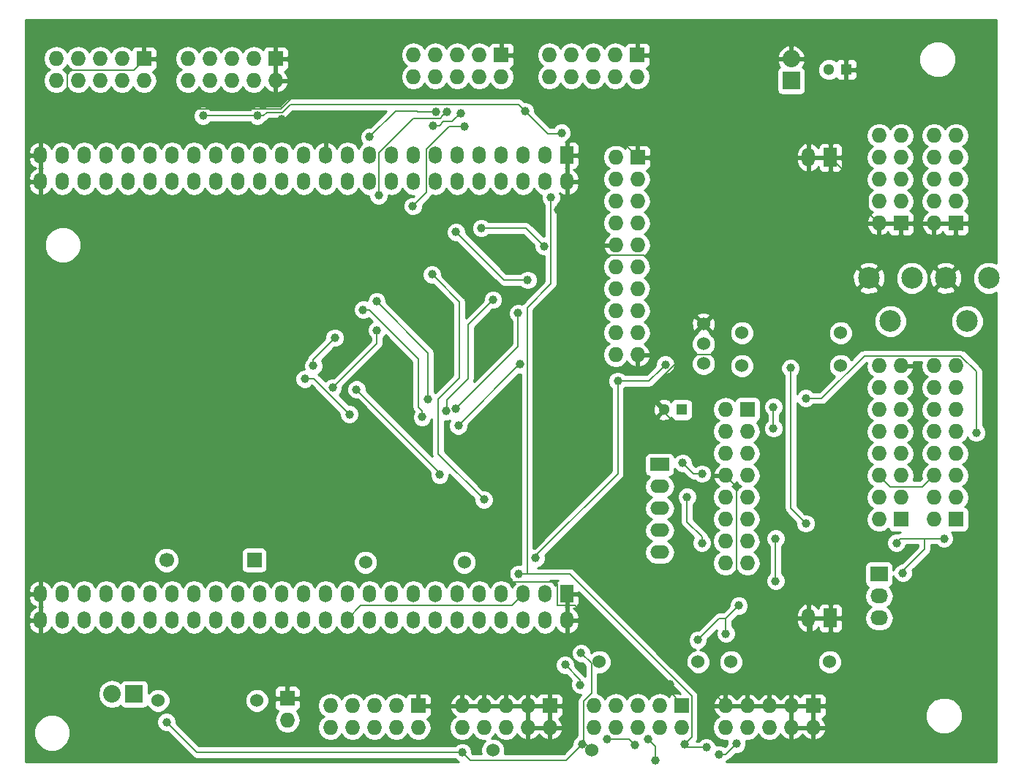
<source format=gbr>
G04 #@! TF.FileFunction,Copper,L1,Top,Signal*
%FSLAX46Y46*%
G04 Gerber Fmt 4.6, Leading zero omitted, Abs format (unit mm)*
G04 Created by KiCad (PCBNEW 4.0.2-stable) date 15/07/2016 10:20:23*
%MOMM*%
G01*
G04 APERTURE LIST*
%ADD10C,0.100000*%
%ADD11R,1.500000X2.200000*%
%ADD12O,1.500000X2.200000*%
%ADD13O,1.500000X2.000000*%
%ADD14R,1.500000X2.000000*%
%ADD15R,1.300000X1.300000*%
%ADD16C,1.300000*%
%ADD17C,1.699260*%
%ADD18R,1.699260X1.699260*%
%ADD19R,1.727200X1.727200*%
%ADD20O,1.727200X1.727200*%
%ADD21R,2.032000X2.032000*%
%ADD22O,2.032000X2.032000*%
%ADD23R,2.032000X1.727200*%
%ADD24O,2.032000X1.727200*%
%ADD25R,2.199640X1.524000*%
%ADD26O,2.199640X1.524000*%
%ADD27C,1.524000*%
%ADD28C,2.499360*%
%ADD29C,1.000000*%
%ADD30C,0.200000*%
%ADD31C,0.254000*%
G04 APERTURE END LIST*
D10*
D11*
X200100000Y-107950000D03*
D12*
X197560000Y-107950000D03*
D13*
X108660000Y-105160000D03*
X111200000Y-105160000D03*
X113740000Y-105160000D03*
X116280000Y-105160000D03*
X118820000Y-105160000D03*
X121360000Y-105160000D03*
X123900000Y-105160000D03*
X126440000Y-105160000D03*
X128980000Y-105160000D03*
X131520000Y-105160000D03*
X134060000Y-105160000D03*
X136600000Y-105160000D03*
X139140000Y-105160000D03*
X141680000Y-105160000D03*
X144220000Y-105160000D03*
X146760000Y-105160000D03*
X149300000Y-105160000D03*
X151840000Y-105160000D03*
X154380000Y-105160000D03*
X156920000Y-105160000D03*
X159460000Y-105160000D03*
X162000000Y-105160000D03*
X164540000Y-105160000D03*
X167080000Y-105160000D03*
D14*
X169620000Y-105160000D03*
D13*
X169620000Y-108200000D03*
X167080000Y-108200000D03*
X164540000Y-108200000D03*
X162000000Y-108200000D03*
X159460000Y-108200000D03*
X156920000Y-108200000D03*
X154380000Y-108200000D03*
X151840000Y-108200000D03*
X149300000Y-108200000D03*
X146760000Y-108200000D03*
X144220000Y-108200000D03*
X141680000Y-108200000D03*
X139140000Y-108200000D03*
X136600000Y-108200000D03*
X134060000Y-108200000D03*
X131520000Y-108200000D03*
X128980000Y-108200000D03*
X126440000Y-108200000D03*
X123900000Y-108200000D03*
X121360000Y-108200000D03*
X118820000Y-108200000D03*
X116280000Y-108200000D03*
X113740000Y-108200000D03*
X111200000Y-108200000D03*
X108660000Y-108200000D03*
X108660000Y-57400000D03*
X111200000Y-57400000D03*
X113740000Y-57400000D03*
X116280000Y-57400000D03*
X118820000Y-57400000D03*
X121360000Y-57400000D03*
X123900000Y-57400000D03*
X126440000Y-57400000D03*
X128980000Y-57400000D03*
X131520000Y-57400000D03*
X134060000Y-57400000D03*
X136600000Y-57400000D03*
X139140000Y-57400000D03*
X141680000Y-57400000D03*
X144220000Y-57400000D03*
X146760000Y-57400000D03*
X149300000Y-57400000D03*
X151840000Y-57400000D03*
X154380000Y-57400000D03*
X156920000Y-57400000D03*
X159460000Y-57400000D03*
X162000000Y-57400000D03*
X164540000Y-57400000D03*
X167080000Y-57400000D03*
X169620000Y-57400000D03*
D14*
X169620000Y-54360000D03*
D13*
X167080000Y-54360000D03*
X164540000Y-54360000D03*
X162000000Y-54360000D03*
X159460000Y-54360000D03*
X156920000Y-54360000D03*
X154380000Y-54360000D03*
X151840000Y-54360000D03*
X149300000Y-54360000D03*
X146760000Y-54360000D03*
X144220000Y-54360000D03*
X141680000Y-54360000D03*
X139140000Y-54360000D03*
X136600000Y-54360000D03*
X134060000Y-54360000D03*
X131520000Y-54360000D03*
X128980000Y-54360000D03*
X126440000Y-54360000D03*
X123900000Y-54360000D03*
X121360000Y-54360000D03*
X118820000Y-54360000D03*
X116280000Y-54360000D03*
X113740000Y-54360000D03*
X111200000Y-54360000D03*
X108660000Y-54360000D03*
D12*
X197560000Y-54610000D03*
D11*
X200100000Y-54610000D03*
D15*
X182880000Y-83820000D03*
D16*
X180880000Y-83820000D03*
D15*
X201930000Y-44450000D03*
D16*
X199930000Y-44450000D03*
D17*
X123250000Y-101250000D03*
D18*
X133410000Y-101250000D03*
D19*
X177800000Y-54610000D03*
D20*
X175260000Y-54610000D03*
X177800000Y-57150000D03*
X175260000Y-57150000D03*
X177800000Y-59690000D03*
X175260000Y-59690000D03*
X177800000Y-62230000D03*
X175260000Y-62230000D03*
X177800000Y-64770000D03*
X175260000Y-64770000D03*
X177800000Y-67310000D03*
X175260000Y-67310000D03*
X177800000Y-69850000D03*
X175260000Y-69850000D03*
X177800000Y-72390000D03*
X175260000Y-72390000D03*
X177800000Y-74930000D03*
X175260000Y-74930000D03*
X177800000Y-77470000D03*
X175260000Y-77470000D03*
D19*
X190500000Y-83820000D03*
D20*
X187960000Y-83820000D03*
X190500000Y-86360000D03*
X187960000Y-86360000D03*
X190500000Y-88900000D03*
X187960000Y-88900000D03*
X190500000Y-91440000D03*
X187960000Y-91440000D03*
X190500000Y-93980000D03*
X187960000Y-93980000D03*
X190500000Y-96520000D03*
X187960000Y-96520000D03*
X190500000Y-99060000D03*
X187960000Y-99060000D03*
X190500000Y-101600000D03*
X187960000Y-101600000D03*
D21*
X195580000Y-45720000D03*
D22*
X195580000Y-43180000D03*
D19*
X198120000Y-118110000D03*
D20*
X198120000Y-120650000D03*
X195580000Y-118110000D03*
X195580000Y-120650000D03*
X193040000Y-118110000D03*
X193040000Y-120650000D03*
X190500000Y-118110000D03*
X190500000Y-120650000D03*
X187960000Y-118110000D03*
X187960000Y-120650000D03*
D19*
X167640000Y-118110000D03*
D20*
X167640000Y-120650000D03*
X165100000Y-118110000D03*
X165100000Y-120650000D03*
X162560000Y-118110000D03*
X162560000Y-120650000D03*
X160020000Y-118110000D03*
X160020000Y-120650000D03*
X157480000Y-118110000D03*
X157480000Y-120650000D03*
D19*
X177750000Y-42750000D03*
D20*
X177750000Y-45290000D03*
X175210000Y-42750000D03*
X175210000Y-45290000D03*
X172670000Y-42750000D03*
X172670000Y-45290000D03*
X170130000Y-42750000D03*
X170130000Y-45290000D03*
X167590000Y-42750000D03*
X167590000Y-45290000D03*
D19*
X162000000Y-42750000D03*
D20*
X162000000Y-45290000D03*
X159460000Y-42750000D03*
X159460000Y-45290000D03*
X156920000Y-42750000D03*
X156920000Y-45290000D03*
X154380000Y-42750000D03*
X154380000Y-45290000D03*
X151840000Y-42750000D03*
X151840000Y-45290000D03*
D19*
X214630000Y-62230000D03*
D20*
X212090000Y-62230000D03*
X214630000Y-59690000D03*
X212090000Y-59690000D03*
X214630000Y-57150000D03*
X212090000Y-57150000D03*
X214630000Y-54610000D03*
X212090000Y-54610000D03*
X214630000Y-52070000D03*
X212090000Y-52070000D03*
D19*
X120650000Y-43180000D03*
D20*
X120650000Y-45720000D03*
X118110000Y-43180000D03*
X118110000Y-45720000D03*
X115570000Y-43180000D03*
X115570000Y-45720000D03*
X113030000Y-43180000D03*
X113030000Y-45720000D03*
X110490000Y-43180000D03*
X110490000Y-45720000D03*
D19*
X182880000Y-118110000D03*
D20*
X182880000Y-120650000D03*
X180340000Y-118110000D03*
X180340000Y-120650000D03*
X177800000Y-118110000D03*
X177800000Y-120650000D03*
X175260000Y-118110000D03*
X175260000Y-120650000D03*
X172720000Y-118110000D03*
X172720000Y-120650000D03*
D19*
X152400000Y-118110000D03*
D20*
X152400000Y-120650000D03*
X149860000Y-118110000D03*
X149860000Y-120650000D03*
X147320000Y-118110000D03*
X147320000Y-120650000D03*
X144780000Y-118110000D03*
X144780000Y-120650000D03*
X142240000Y-118110000D03*
X142240000Y-120650000D03*
D19*
X214630000Y-96520000D03*
D20*
X212090000Y-96520000D03*
X214630000Y-93980000D03*
X212090000Y-93980000D03*
X214630000Y-91440000D03*
X212090000Y-91440000D03*
X214630000Y-88900000D03*
X212090000Y-88900000D03*
X214630000Y-86360000D03*
X212090000Y-86360000D03*
X214630000Y-83820000D03*
X212090000Y-83820000D03*
X214630000Y-81280000D03*
X212090000Y-81280000D03*
X214630000Y-78740000D03*
X212090000Y-78740000D03*
D19*
X208280000Y-96520000D03*
D20*
X205740000Y-96520000D03*
X208280000Y-93980000D03*
X205740000Y-93980000D03*
X208280000Y-91440000D03*
X205740000Y-91440000D03*
X208280000Y-88900000D03*
X205740000Y-88900000D03*
X208280000Y-86360000D03*
X205740000Y-86360000D03*
X208280000Y-83820000D03*
X205740000Y-83820000D03*
X208280000Y-81280000D03*
X205740000Y-81280000D03*
X208280000Y-78740000D03*
X205740000Y-78740000D03*
D23*
X205740000Y-102870000D03*
D24*
X205740000Y-105410000D03*
X205740000Y-107950000D03*
D19*
X135890000Y-43180000D03*
D20*
X135890000Y-45720000D03*
X133350000Y-43180000D03*
X133350000Y-45720000D03*
X130810000Y-43180000D03*
X130810000Y-45720000D03*
X128270000Y-43180000D03*
X128270000Y-45720000D03*
X125730000Y-43180000D03*
X125730000Y-45720000D03*
D21*
X119500000Y-116750000D03*
D22*
X116960000Y-116750000D03*
D19*
X208280000Y-62230000D03*
D20*
X205740000Y-62230000D03*
X208280000Y-59690000D03*
X205740000Y-59690000D03*
X208280000Y-57150000D03*
X205740000Y-57150000D03*
X208280000Y-54610000D03*
X205740000Y-54610000D03*
X208280000Y-52070000D03*
X205740000Y-52070000D03*
D25*
X180340000Y-90170000D03*
D26*
X180340000Y-92710000D03*
X180340000Y-95250000D03*
X180340000Y-97790000D03*
X180340000Y-100330000D03*
D27*
X133715000Y-117500000D03*
X122285000Y-117500000D03*
X200025000Y-113030000D03*
X188595000Y-113030000D03*
X161035000Y-123250000D03*
X172465000Y-123250000D03*
X201295000Y-78740000D03*
X189865000Y-78740000D03*
X157715000Y-101500000D03*
X146285000Y-101500000D03*
X173355000Y-113030000D03*
X184785000Y-113030000D03*
X189865000Y-74930000D03*
X201295000Y-74930000D03*
D28*
X215940640Y-73578720D03*
X213441280Y-68580000D03*
X218440000Y-68580000D03*
X207050640Y-73578720D03*
X204551280Y-68580000D03*
X209550000Y-68580000D03*
D19*
X137250000Y-117250000D03*
D20*
X137250000Y-119790000D03*
D27*
X185420000Y-76200000D03*
X185420000Y-73914000D03*
X185420000Y-78486000D03*
D29*
X183000000Y-90000000D03*
X185250000Y-91250000D03*
X193750000Y-103670020D03*
X193750000Y-98750000D03*
X193000000Y-106750000D03*
X172250000Y-54750000D03*
X180500000Y-110500000D03*
X163750000Y-94000000D03*
X172250000Y-108250000D03*
X177250000Y-113000000D03*
X185500000Y-87000000D03*
X178750000Y-82000000D03*
X108750000Y-51500000D03*
X136573321Y-50183684D03*
X140250000Y-41000000D03*
X140250000Y-44000000D03*
X170300020Y-65034424D03*
X168550001Y-60653788D03*
X201250000Y-69500000D03*
X183500000Y-73750000D03*
X180500000Y-75500000D03*
X141250000Y-52000000D03*
X211500000Y-71750000D03*
X212250000Y-75250000D03*
X181556527Y-115650724D03*
X173250000Y-110500000D03*
X156250000Y-114750000D03*
X150103600Y-114750000D03*
X152400000Y-118110000D03*
X134750000Y-115750000D03*
X108750000Y-110250000D03*
X181013090Y-78605510D03*
X171364734Y-122590098D03*
X166000000Y-101000000D03*
X171250000Y-112000000D03*
X184750000Y-110500000D03*
X188000000Y-109750000D03*
X189500000Y-106500000D03*
X208500000Y-102750000D03*
X207750000Y-99250000D03*
X213250000Y-98750000D03*
X175500000Y-80500000D03*
X189250000Y-122500000D03*
X187250000Y-123750000D03*
X157500000Y-123500000D03*
X123250000Y-120000000D03*
X154868230Y-91368230D03*
X145250000Y-81500000D03*
X155609151Y-83992664D03*
X161048180Y-71100957D03*
X156765727Y-83672726D03*
X163959301Y-72659301D03*
X144431472Y-84358629D03*
X139250000Y-80250000D03*
X165059301Y-68809301D03*
X156750000Y-63250000D03*
X166949980Y-64882319D03*
X159699980Y-62800006D03*
X193500000Y-83500000D03*
X193500000Y-86000000D03*
X197250000Y-82500000D03*
X217000000Y-86500000D03*
X183500000Y-93929728D03*
X185250000Y-99250000D03*
X152838033Y-84661179D03*
X146000000Y-72250000D03*
X153538886Y-82592513D03*
X147583025Y-71285576D03*
X127500000Y-49783673D03*
X133769892Y-49783654D03*
X167750000Y-59250000D03*
X169000000Y-51750000D03*
X164750000Y-49250000D03*
X163985431Y-102866532D03*
X183250000Y-122549969D03*
X185750000Y-122949980D03*
X157750000Y-51038000D03*
X151750000Y-60250000D03*
X155723000Y-49300020D03*
X147828000Y-58999980D03*
X154483021Y-49300020D03*
X146750000Y-52250000D03*
X179860227Y-124400043D03*
X179000000Y-122000000D03*
X171144471Y-115696508D03*
X169398601Y-113384937D03*
X177444475Y-122647088D03*
X154002186Y-68169316D03*
X174250000Y-122000000D03*
X160000000Y-94250000D03*
X157323021Y-49467456D03*
X154130010Y-50940700D03*
X142750000Y-75500000D03*
X140250000Y-78750000D03*
X147611830Y-74618692D03*
X142500000Y-81250000D03*
X195500000Y-79000000D03*
X197250000Y-97000000D03*
X164199980Y-78579408D03*
X157049970Y-85666450D03*
D30*
X185250000Y-91250000D02*
X184250000Y-91250000D01*
X184250000Y-91250000D02*
X183000000Y-90000000D01*
X193750000Y-98750000D02*
X193750000Y-103670020D01*
X120650000Y-43180000D02*
X120750000Y-43250000D01*
X120750000Y-43250000D02*
X119500000Y-44500000D01*
X119500000Y-44500000D02*
X111750000Y-44500000D01*
X111750000Y-44500000D02*
X111750000Y-47000000D01*
X111750000Y-47000000D02*
X107750000Y-51000000D01*
X107750000Y-51000000D02*
X107750000Y-52000000D01*
X107750000Y-52000000D02*
X108750000Y-53000000D01*
X108750000Y-53000000D02*
X108750000Y-54500000D01*
X108750000Y-54500000D02*
X108660000Y-54610000D01*
X187960000Y-91440000D02*
X188000000Y-91500000D01*
X188000000Y-91500000D02*
X189250000Y-92750000D01*
X189250000Y-92750000D02*
X189250000Y-103000000D01*
X189250000Y-103000000D02*
X193000000Y-106750000D01*
X200100000Y-54610000D02*
X200000000Y-54500000D01*
X200000000Y-54500000D02*
X204500000Y-59000000D01*
X204500000Y-59000000D02*
X204500000Y-61000000D01*
X204500000Y-61000000D02*
X205750000Y-62250000D01*
X205750000Y-62250000D02*
X205740000Y-62230000D01*
X197560000Y-107950000D02*
X197500000Y-108000000D01*
X197500000Y-108000000D02*
X198000000Y-108500000D01*
X198000000Y-108500000D02*
X198000000Y-118000000D01*
X198000000Y-118000000D02*
X198120000Y-118110000D01*
X172250000Y-54750000D02*
X172500000Y-54750000D01*
X172500000Y-54750000D02*
X174000000Y-53250000D01*
X174000000Y-53250000D02*
X176500000Y-53250000D01*
X176500000Y-53250000D02*
X177750000Y-54500000D01*
X177750000Y-54500000D02*
X177800000Y-54610000D01*
X187960000Y-118110000D02*
X188000000Y-118000000D01*
X188000000Y-118000000D02*
X180500000Y-110500000D01*
X163750000Y-94000000D02*
X163000000Y-94750000D01*
X163000000Y-94750000D02*
X163000000Y-103250000D01*
X163000000Y-103250000D02*
X163250000Y-103500000D01*
X163250000Y-103500000D02*
X163250000Y-103750000D01*
X163250000Y-103750000D02*
X168250000Y-103750000D01*
X168250000Y-103750000D02*
X168500000Y-104000000D01*
X168500000Y-104000000D02*
X168500000Y-106500000D01*
X168500000Y-106500000D02*
X170500000Y-106500000D01*
X170500000Y-106500000D02*
X172250000Y-108250000D01*
X177250000Y-113000000D02*
X177500000Y-113000000D01*
X177500000Y-113000000D02*
X181000000Y-116500000D01*
X181000000Y-116500000D02*
X181500000Y-116500000D01*
X181500000Y-116500000D02*
X183000000Y-118000000D01*
X183000000Y-118000000D02*
X182880000Y-118110000D01*
X185500000Y-87000000D02*
X183750000Y-87000000D01*
X183750000Y-87000000D02*
X178750000Y-82000000D01*
X182423999Y-78326001D02*
X178750000Y-82000000D01*
X182423999Y-77423999D02*
X182423999Y-78326001D01*
X182500000Y-77423999D02*
X193326001Y-77423999D01*
X180500000Y-75500000D02*
X182423999Y-77423999D01*
X182423999Y-77423999D02*
X182500000Y-77423999D01*
X111266347Y-48983653D02*
X108750000Y-51500000D01*
X141250000Y-52000000D02*
X138389637Y-52000000D01*
X136516347Y-48983653D02*
X111266347Y-48983653D01*
X140250000Y-45250000D02*
X136516347Y-48983653D01*
X138389637Y-52000000D02*
X137073320Y-50683683D01*
X137073320Y-50683683D02*
X136573321Y-50183684D01*
X140250000Y-44000000D02*
X140250000Y-45250000D01*
X140250000Y-41500000D02*
X140250000Y-41000000D01*
X140250000Y-44000000D02*
X140250000Y-41500000D01*
X170300020Y-65034424D02*
X171199197Y-65933601D01*
X171199197Y-65933601D02*
X178517231Y-65933601D01*
X178517231Y-65933601D02*
X183500000Y-70916370D01*
X183500000Y-73042894D02*
X183500000Y-73750000D01*
X183500000Y-70916370D02*
X183500000Y-73042894D01*
X170300020Y-62403807D02*
X169050000Y-61153787D01*
X169050000Y-61153787D02*
X168550001Y-60653788D01*
X170300020Y-65034424D02*
X170300020Y-62403807D01*
X193326001Y-77423999D02*
X201250000Y-69500000D01*
X180500000Y-75500000D02*
X182250000Y-73750000D01*
X182250000Y-73750000D02*
X183500000Y-73750000D01*
X211500000Y-73792894D02*
X211500000Y-71750000D01*
X212250000Y-75250000D02*
X212250000Y-74542894D01*
X212250000Y-74542894D02*
X211500000Y-73792894D01*
X181056528Y-115150725D02*
X181556527Y-115650724D01*
X176405803Y-110500000D02*
X181056528Y-115150725D01*
X173250000Y-110500000D02*
X176405803Y-110500000D01*
X173250000Y-110500000D02*
X160500000Y-110500000D01*
X160500000Y-110500000D02*
X156250000Y-114750000D01*
X154120000Y-114750000D02*
X156250000Y-114750000D01*
X150103600Y-114750000D02*
X154120000Y-114750000D01*
X133750000Y-114750000D02*
X150103600Y-114750000D01*
X112542894Y-114750000D02*
X133750000Y-114750000D01*
X133750000Y-114750000D02*
X134750000Y-115750000D01*
X108750000Y-110250000D02*
X108750000Y-110957106D01*
X108750000Y-110957106D02*
X112542894Y-114750000D01*
X180513091Y-79105509D02*
X181013090Y-78605510D01*
X175500000Y-80500000D02*
X179118600Y-80500000D01*
X179118600Y-80500000D02*
X180513091Y-79105509D01*
X158411715Y-124411715D02*
X169543117Y-124411715D01*
X169543117Y-124411715D02*
X170864735Y-123090097D01*
X157500000Y-123500000D02*
X158411715Y-124411715D01*
X170864735Y-123090097D02*
X171364734Y-122590098D01*
X175500000Y-91250000D02*
X166000000Y-100750000D01*
X166000000Y-100750000D02*
X166000000Y-101000000D01*
X175500000Y-80500000D02*
X175500000Y-91250000D01*
X172465000Y-123250000D02*
X171556399Y-122341399D01*
X171556399Y-122341399D02*
X171556399Y-117551471D01*
X171556399Y-117551471D02*
X172465000Y-116642870D01*
X172465000Y-116642870D02*
X172465000Y-113215000D01*
X172465000Y-113215000D02*
X171250000Y-112000000D01*
X184750000Y-110500000D02*
X187250000Y-108000000D01*
X187250000Y-108000000D02*
X188000000Y-108000000D01*
X189500000Y-106500000D02*
X188000000Y-108000000D01*
X188000000Y-108000000D02*
X188000000Y-109750000D01*
X211000000Y-100000000D02*
X208500000Y-102500000D01*
X208500000Y-102500000D02*
X208500000Y-102750000D01*
X211000000Y-98750000D02*
X208250000Y-98750000D01*
X213250000Y-98750000D02*
X211000000Y-98750000D01*
X211000000Y-98750000D02*
X211000000Y-100000000D01*
X208250000Y-98750000D02*
X207750000Y-99250000D01*
X187250000Y-123750000D02*
X188000000Y-123750000D01*
X188000000Y-123750000D02*
X189250000Y-122500000D01*
X126750000Y-123500000D02*
X157500000Y-123500000D01*
X123250000Y-120000000D02*
X126750000Y-123500000D01*
X145250000Y-81500000D02*
X154868230Y-91118230D01*
X154868230Y-91118230D02*
X154868230Y-91368230D01*
X158174080Y-73975057D02*
X158174080Y-80250360D01*
X158174080Y-80250360D02*
X155758721Y-82665719D01*
X161048180Y-71100957D02*
X158174080Y-73975057D01*
X155758721Y-82665719D02*
X155758721Y-83843094D01*
X155758721Y-83843094D02*
X155609151Y-83992664D01*
X157265726Y-83172727D02*
X156765727Y-83672726D01*
X163959301Y-72659301D02*
X163959301Y-76479152D01*
X163959301Y-76479152D02*
X157265726Y-83172727D01*
X143931473Y-83858630D02*
X144431472Y-84358629D01*
X139250000Y-80250000D02*
X140322843Y-80250000D01*
X140322843Y-80250000D02*
X143931473Y-83858630D01*
X164352195Y-68809301D02*
X165059301Y-68809301D01*
X162309301Y-68809301D02*
X164352195Y-68809301D01*
X156750000Y-63250000D02*
X162309301Y-68809301D01*
X166449981Y-64382320D02*
X166949980Y-64882319D01*
X164867667Y-62800006D02*
X166449981Y-64382320D01*
X159699980Y-62800006D02*
X164867667Y-62800006D01*
X193500000Y-85292894D02*
X193500000Y-83500000D01*
X193500000Y-86000000D02*
X193500000Y-85292894D01*
X217000000Y-86500000D02*
X217000000Y-79387870D01*
X217000000Y-79387870D02*
X215188529Y-77576399D01*
X215188529Y-77576399D02*
X204030363Y-77576399D01*
X204030363Y-77576399D02*
X199106762Y-82500000D01*
X199106762Y-82500000D02*
X197957106Y-82500000D01*
X197957106Y-82500000D02*
X197250000Y-82500000D01*
X205740000Y-91440000D02*
X205750000Y-91500000D01*
X205750000Y-91500000D02*
X207000000Y-92750000D01*
X207000000Y-92750000D02*
X210750000Y-92750000D01*
X210750000Y-92750000D02*
X212000000Y-91500000D01*
X212000000Y-91500000D02*
X212090000Y-91440000D01*
X183500000Y-96792894D02*
X183500000Y-93929728D01*
X185250000Y-99250000D02*
X185250000Y-98542894D01*
X185250000Y-98542894D02*
X183500000Y-96792894D01*
X152838033Y-83954073D02*
X152838033Y-84661179D01*
X146707106Y-72250000D02*
X152401676Y-77944570D01*
X152401676Y-83517716D02*
X152838033Y-83954073D01*
X152401676Y-77944570D02*
X152401676Y-83517716D01*
X146000000Y-72250000D02*
X146707106Y-72250000D01*
X153538886Y-81885407D02*
X153538886Y-82592513D01*
X153538886Y-77241437D02*
X153538886Y-81885407D01*
X147583025Y-71285576D02*
X153538886Y-77241437D01*
X164540000Y-105410000D02*
X164500000Y-105500000D01*
X164500000Y-105500000D02*
X164250000Y-105500000D01*
X164250000Y-105500000D02*
X163250000Y-106500000D01*
X163250000Y-106500000D02*
X145750000Y-106500000D01*
X145750000Y-106500000D02*
X144250000Y-108000000D01*
X144250000Y-108000000D02*
X144220000Y-107950000D01*
X134476998Y-49783654D02*
X133769892Y-49783654D01*
X136682036Y-49383664D02*
X134876988Y-49383664D01*
X134876988Y-49383664D02*
X134476998Y-49783654D01*
X137565700Y-48500000D02*
X136682036Y-49383664D01*
X133769873Y-49783673D02*
X133769892Y-49783654D01*
X127500000Y-49783673D02*
X133769873Y-49783673D01*
X164000000Y-48500000D02*
X137565700Y-48500000D01*
X164750000Y-49250000D02*
X164000000Y-48500000D01*
X167750000Y-59250000D02*
X167750000Y-69250000D01*
X167750000Y-69250000D02*
X165000000Y-72000000D01*
X165000000Y-72000000D02*
X165000000Y-102866532D01*
X165000000Y-102866532D02*
X164692537Y-102866532D01*
X169903734Y-102866532D02*
X165000000Y-102866532D01*
X164750000Y-49250000D02*
X167359968Y-51859968D01*
X167359968Y-51859968D02*
X168890032Y-51859968D01*
X168890032Y-51859968D02*
X169000000Y-51750000D01*
X184043601Y-117006399D02*
X169903734Y-102866532D01*
X184043601Y-121756368D02*
X184043601Y-117006399D01*
X183250000Y-122549969D02*
X184043601Y-121756368D01*
X164692537Y-102866532D02*
X163985431Y-102866532D01*
X185750000Y-122949980D02*
X183650011Y-122949980D01*
X183650011Y-122949980D02*
X183250000Y-122549969D01*
X156005062Y-51000000D02*
X157712000Y-51000000D01*
X157712000Y-51000000D02*
X157750000Y-51038000D01*
X151750000Y-60250000D02*
X153329990Y-58670010D01*
X153329990Y-58670010D02*
X153329990Y-53675072D01*
X153329990Y-53675072D02*
X156005062Y-51000000D01*
X151825041Y-50100021D02*
X154922999Y-50100021D01*
X155223001Y-49800019D02*
X155723000Y-49300020D01*
X154922999Y-50100021D02*
X155223001Y-49800019D01*
X147828000Y-58999980D02*
X147828000Y-54097062D01*
X147828000Y-54097062D02*
X151825041Y-50100021D01*
X153775915Y-49300020D02*
X154483021Y-49300020D01*
X152300020Y-49300020D02*
X153775915Y-49300020D01*
X152250000Y-49250000D02*
X152300020Y-49300020D01*
X152250000Y-49250000D02*
X152109362Y-49250000D01*
X146750000Y-52250000D02*
X149750000Y-49250000D01*
X149750000Y-49250000D02*
X152250000Y-49250000D01*
X146760000Y-54599362D02*
X146760000Y-54610000D01*
X179860227Y-122860227D02*
X179860227Y-123692937D01*
X179000000Y-122000000D02*
X179860227Y-122860227D01*
X179860227Y-123692937D02*
X179860227Y-124400043D01*
X169398601Y-113384937D02*
X171144471Y-115130807D01*
X171144471Y-115130807D02*
X171144471Y-115696508D01*
X176944476Y-122147089D02*
X177444475Y-122647088D01*
X176797387Y-122000000D02*
X176944476Y-122147089D01*
X174250000Y-122000000D02*
X176797387Y-122000000D01*
X160000000Y-94250000D02*
X154705489Y-88955489D01*
X157162660Y-80132821D02*
X157162660Y-71329790D01*
X154705489Y-82589992D02*
X157162660Y-80132821D01*
X154705489Y-88955489D02*
X154705489Y-82589992D01*
X157162660Y-71329790D02*
X154502185Y-68669315D01*
X154502185Y-68669315D02*
X154002186Y-68169316D01*
X154130010Y-50940700D02*
X154837116Y-50940700D01*
X154837116Y-50940700D02*
X155312472Y-50465344D01*
X155312472Y-50465344D02*
X156325133Y-50465344D01*
X156325133Y-50465344D02*
X156823022Y-49967455D01*
X156823022Y-49967455D02*
X157323021Y-49467456D01*
X140250000Y-78750000D02*
X140250000Y-78000000D01*
X140250000Y-78000000D02*
X142750000Y-75500000D01*
X142500000Y-75750000D02*
X142750000Y-75500000D01*
X147611830Y-76000000D02*
X147611830Y-75325798D01*
X142500000Y-81250000D02*
X147611830Y-76138170D01*
X147611830Y-76138170D02*
X147611830Y-76000000D01*
X147611830Y-75325798D02*
X147611830Y-74618692D01*
X195500000Y-79000000D02*
X195500000Y-95250000D01*
X195500000Y-95250000D02*
X197250000Y-97000000D01*
X164137012Y-78579408D02*
X164199980Y-78579408D01*
X157049970Y-85666450D02*
X164137012Y-78579408D01*
D31*
G36*
X219315000Y-66902631D02*
X218816531Y-66695648D01*
X218066759Y-66694994D01*
X217373809Y-66981314D01*
X216843178Y-67511021D01*
X216555648Y-68203469D01*
X216554994Y-68953241D01*
X216841314Y-69646191D01*
X217371021Y-70176822D01*
X218063469Y-70464352D01*
X218813241Y-70465006D01*
X219315000Y-70257684D01*
X219315000Y-124565000D01*
X188040111Y-124565000D01*
X188150175Y-124455128D01*
X188281272Y-124429051D01*
X188519723Y-124269723D01*
X189154529Y-123634918D01*
X189474775Y-123635197D01*
X189892086Y-123462767D01*
X190211645Y-123143765D01*
X190384803Y-122726756D01*
X190385197Y-122275225D01*
X190331128Y-122144368D01*
X190500000Y-122177959D01*
X191073489Y-122063885D01*
X191559670Y-121739029D01*
X191770000Y-121424248D01*
X191980330Y-121739029D01*
X192466511Y-122063885D01*
X193040000Y-122177959D01*
X193613489Y-122063885D01*
X194099670Y-121739029D01*
X194315664Y-121415772D01*
X194373179Y-121538490D01*
X194805053Y-121932688D01*
X195220974Y-122104958D01*
X195453000Y-121983817D01*
X195453000Y-120777000D01*
X195707000Y-120777000D01*
X195707000Y-121983817D01*
X195939026Y-122104958D01*
X196354947Y-121932688D01*
X196786821Y-121538490D01*
X196850000Y-121403687D01*
X196913179Y-121538490D01*
X197345053Y-121932688D01*
X197760974Y-122104958D01*
X197993000Y-121983817D01*
X197993000Y-120777000D01*
X198247000Y-120777000D01*
X198247000Y-121983817D01*
X198479026Y-122104958D01*
X198894947Y-121932688D01*
X199326821Y-121538490D01*
X199574968Y-121009027D01*
X199454469Y-120777000D01*
X198247000Y-120777000D01*
X197993000Y-120777000D01*
X195707000Y-120777000D01*
X195453000Y-120777000D01*
X195433000Y-120777000D01*
X195433000Y-120523000D01*
X195453000Y-120523000D01*
X195453000Y-118237000D01*
X195707000Y-118237000D01*
X195707000Y-120523000D01*
X197993000Y-120523000D01*
X197993000Y-118237000D01*
X198247000Y-118237000D01*
X198247000Y-120523000D01*
X199454469Y-120523000D01*
X199574968Y-120290973D01*
X199326821Y-119761510D01*
X199229650Y-119672815D01*
X211114630Y-119672815D01*
X211438980Y-120457800D01*
X212039041Y-121058909D01*
X212823459Y-121384628D01*
X213672815Y-121385370D01*
X214457800Y-121061020D01*
X215058909Y-120460959D01*
X215384628Y-119676541D01*
X215385370Y-118827185D01*
X215061020Y-118042200D01*
X214460959Y-117441091D01*
X213676541Y-117115372D01*
X212827185Y-117114630D01*
X212042200Y-117438980D01*
X211441091Y-118039041D01*
X211115372Y-118823459D01*
X211114630Y-119672815D01*
X199229650Y-119672815D01*
X199143881Y-119594529D01*
X199343299Y-119511927D01*
X199521927Y-119333298D01*
X199618600Y-119099909D01*
X199618600Y-118395750D01*
X199459850Y-118237000D01*
X198247000Y-118237000D01*
X197993000Y-118237000D01*
X195707000Y-118237000D01*
X195453000Y-118237000D01*
X193167000Y-118237000D01*
X193167000Y-118257000D01*
X192913000Y-118257000D01*
X192913000Y-118237000D01*
X190627000Y-118237000D01*
X190627000Y-118257000D01*
X190373000Y-118257000D01*
X190373000Y-118237000D01*
X188087000Y-118237000D01*
X188087000Y-118257000D01*
X187833000Y-118257000D01*
X187833000Y-118237000D01*
X186625531Y-118237000D01*
X186505032Y-118469027D01*
X186753179Y-118998490D01*
X187171161Y-119380008D01*
X186900330Y-119560971D01*
X186575474Y-120047152D01*
X186461400Y-120620641D01*
X186461400Y-120679359D01*
X186575474Y-121252848D01*
X186900330Y-121739029D01*
X187386511Y-122063885D01*
X187960000Y-122177959D01*
X188172298Y-122135730D01*
X188115197Y-122273244D01*
X188114916Y-122595638D01*
X187907969Y-122802584D01*
X187893765Y-122788355D01*
X187476756Y-122615197D01*
X187025225Y-122614803D01*
X186866653Y-122680324D01*
X186712767Y-122307894D01*
X186393765Y-121988335D01*
X185976756Y-121815177D01*
X185525225Y-121814783D01*
X185107914Y-121987213D01*
X184879749Y-122214980D01*
X184604158Y-122214980D01*
X184722652Y-122037640D01*
X184732459Y-121988335D01*
X184778601Y-121756368D01*
X184778601Y-117750973D01*
X186505032Y-117750973D01*
X186625531Y-117983000D01*
X187833000Y-117983000D01*
X187833000Y-116776183D01*
X188087000Y-116776183D01*
X188087000Y-117983000D01*
X190373000Y-117983000D01*
X190373000Y-116776183D01*
X190627000Y-116776183D01*
X190627000Y-117983000D01*
X192913000Y-117983000D01*
X192913000Y-116776183D01*
X193167000Y-116776183D01*
X193167000Y-117983000D01*
X195453000Y-117983000D01*
X195453000Y-116776183D01*
X195707000Y-116776183D01*
X195707000Y-117983000D01*
X197993000Y-117983000D01*
X197993000Y-116770150D01*
X198247000Y-116770150D01*
X198247000Y-117983000D01*
X199459850Y-117983000D01*
X199618600Y-117824250D01*
X199618600Y-117120091D01*
X199521927Y-116886702D01*
X199343299Y-116708073D01*
X199109910Y-116611400D01*
X198405750Y-116611400D01*
X198247000Y-116770150D01*
X197993000Y-116770150D01*
X197834250Y-116611400D01*
X197130090Y-116611400D01*
X196896701Y-116708073D01*
X196718073Y-116886702D01*
X196636300Y-117084120D01*
X196354947Y-116827312D01*
X195939026Y-116655042D01*
X195707000Y-116776183D01*
X195453000Y-116776183D01*
X195220974Y-116655042D01*
X194805053Y-116827312D01*
X194373179Y-117221510D01*
X194310000Y-117356313D01*
X194246821Y-117221510D01*
X193814947Y-116827312D01*
X193399026Y-116655042D01*
X193167000Y-116776183D01*
X192913000Y-116776183D01*
X192680974Y-116655042D01*
X192265053Y-116827312D01*
X191833179Y-117221510D01*
X191770000Y-117356313D01*
X191706821Y-117221510D01*
X191274947Y-116827312D01*
X190859026Y-116655042D01*
X190627000Y-116776183D01*
X190373000Y-116776183D01*
X190140974Y-116655042D01*
X189725053Y-116827312D01*
X189293179Y-117221510D01*
X189230000Y-117356313D01*
X189166821Y-117221510D01*
X188734947Y-116827312D01*
X188319026Y-116655042D01*
X188087000Y-116776183D01*
X187833000Y-116776183D01*
X187600974Y-116655042D01*
X187185053Y-116827312D01*
X186753179Y-117221510D01*
X186505032Y-117750973D01*
X184778601Y-117750973D01*
X184778601Y-117006399D01*
X184722652Y-116725127D01*
X184678651Y-116659275D01*
X184563325Y-116486676D01*
X181383310Y-113306661D01*
X183387758Y-113306661D01*
X183599990Y-113820303D01*
X183992630Y-114213629D01*
X184505900Y-114426757D01*
X185061661Y-114427242D01*
X185575303Y-114215010D01*
X185968629Y-113822370D01*
X186181757Y-113309100D01*
X186181759Y-113306661D01*
X187197758Y-113306661D01*
X187409990Y-113820303D01*
X187802630Y-114213629D01*
X188315900Y-114426757D01*
X188871661Y-114427242D01*
X189385303Y-114215010D01*
X189778629Y-113822370D01*
X189991757Y-113309100D01*
X189991759Y-113306661D01*
X198627758Y-113306661D01*
X198839990Y-113820303D01*
X199232630Y-114213629D01*
X199745900Y-114426757D01*
X200301661Y-114427242D01*
X200815303Y-114215010D01*
X201208629Y-113822370D01*
X201421757Y-113309100D01*
X201422242Y-112753339D01*
X201210010Y-112239697D01*
X200817370Y-111846371D01*
X200304100Y-111633243D01*
X199748339Y-111632758D01*
X199234697Y-111844990D01*
X198841371Y-112237630D01*
X198628243Y-112750900D01*
X198627758Y-113306661D01*
X189991759Y-113306661D01*
X189992242Y-112753339D01*
X189780010Y-112239697D01*
X189387370Y-111846371D01*
X188874100Y-111633243D01*
X188318339Y-111632758D01*
X187804697Y-111844990D01*
X187411371Y-112237630D01*
X187198243Y-112750900D01*
X187197758Y-113306661D01*
X186181759Y-113306661D01*
X186182242Y-112753339D01*
X185970010Y-112239697D01*
X185577370Y-111846371D01*
X185064100Y-111633243D01*
X184979682Y-111633169D01*
X185392086Y-111462767D01*
X185711645Y-111143765D01*
X185884803Y-110726756D01*
X185885084Y-110404362D01*
X186935493Y-109353954D01*
X186865197Y-109523244D01*
X186864803Y-109974775D01*
X187037233Y-110392086D01*
X187356235Y-110711645D01*
X187773244Y-110884803D01*
X188224775Y-110885197D01*
X188642086Y-110712767D01*
X188961645Y-110393765D01*
X189134803Y-109976756D01*
X189135197Y-109525225D01*
X188962767Y-109107914D01*
X188735000Y-108879749D01*
X188735000Y-108304446D01*
X188962446Y-108077000D01*
X196175000Y-108077000D01*
X196175000Y-108427000D01*
X196329028Y-108947349D01*
X196670460Y-109369145D01*
X197147316Y-109628173D01*
X197218815Y-109642318D01*
X197433000Y-109519656D01*
X197433000Y-108077000D01*
X197687000Y-108077000D01*
X197687000Y-109519656D01*
X197901185Y-109642318D01*
X197972684Y-109628173D01*
X198449540Y-109369145D01*
X198715000Y-109041203D01*
X198715000Y-109176310D01*
X198811673Y-109409699D01*
X198990302Y-109588327D01*
X199223691Y-109685000D01*
X199814250Y-109685000D01*
X199973000Y-109526250D01*
X199973000Y-108077000D01*
X200227000Y-108077000D01*
X200227000Y-109526250D01*
X200385750Y-109685000D01*
X200976309Y-109685000D01*
X201209698Y-109588327D01*
X201388327Y-109409699D01*
X201485000Y-109176310D01*
X201485000Y-108235750D01*
X201326250Y-108077000D01*
X200227000Y-108077000D01*
X199973000Y-108077000D01*
X197687000Y-108077000D01*
X197433000Y-108077000D01*
X196175000Y-108077000D01*
X188962446Y-108077000D01*
X189404529Y-107634918D01*
X189724775Y-107635197D01*
X190117320Y-107473000D01*
X196175000Y-107473000D01*
X196175000Y-107823000D01*
X197433000Y-107823000D01*
X197433000Y-106380344D01*
X197687000Y-106380344D01*
X197687000Y-107823000D01*
X199973000Y-107823000D01*
X199973000Y-106373750D01*
X200227000Y-106373750D01*
X200227000Y-107823000D01*
X201326250Y-107823000D01*
X201485000Y-107664250D01*
X201485000Y-106723690D01*
X201388327Y-106490301D01*
X201209698Y-106311673D01*
X200976309Y-106215000D01*
X200385750Y-106215000D01*
X200227000Y-106373750D01*
X199973000Y-106373750D01*
X199814250Y-106215000D01*
X199223691Y-106215000D01*
X198990302Y-106311673D01*
X198811673Y-106490301D01*
X198715000Y-106723690D01*
X198715000Y-106858797D01*
X198449540Y-106530855D01*
X197972684Y-106271827D01*
X197901185Y-106257682D01*
X197687000Y-106380344D01*
X197433000Y-106380344D01*
X197218815Y-106257682D01*
X197147316Y-106271827D01*
X196670460Y-106530855D01*
X196329028Y-106952651D01*
X196175000Y-107473000D01*
X190117320Y-107473000D01*
X190142086Y-107462767D01*
X190461645Y-107143765D01*
X190634803Y-106726756D01*
X190635197Y-106275225D01*
X190462767Y-105857914D01*
X190143765Y-105538355D01*
X189726756Y-105365197D01*
X189275225Y-105364803D01*
X188857914Y-105537233D01*
X188538355Y-105856235D01*
X188365197Y-106273244D01*
X188364916Y-106595638D01*
X187695554Y-107265000D01*
X187250000Y-107265000D01*
X186974791Y-107319743D01*
X186968728Y-107320949D01*
X186730277Y-107480276D01*
X184845471Y-109365082D01*
X184525225Y-109364803D01*
X184107914Y-109537233D01*
X183788355Y-109856235D01*
X183615197Y-110273244D01*
X183614803Y-110724775D01*
X183787233Y-111142086D01*
X184106235Y-111461645D01*
X184518340Y-111632767D01*
X184508339Y-111632758D01*
X183994697Y-111844990D01*
X183601371Y-112237630D01*
X183388243Y-112750900D01*
X183387758Y-113306661D01*
X181383310Y-113306661D01*
X170423457Y-102346809D01*
X170185006Y-102187481D01*
X169903734Y-102131532D01*
X166233645Y-102131532D01*
X166642086Y-101962767D01*
X166961645Y-101643765D01*
X167134803Y-101226756D01*
X167135197Y-100775225D01*
X167099826Y-100689620D01*
X175079446Y-92710000D01*
X178571193Y-92710000D01*
X178677533Y-93244609D01*
X178980365Y-93697828D01*
X179402664Y-93980000D01*
X178980365Y-94262172D01*
X178677533Y-94715391D01*
X178571193Y-95250000D01*
X178677533Y-95784609D01*
X178980365Y-96237828D01*
X179402664Y-96520000D01*
X178980365Y-96802172D01*
X178677533Y-97255391D01*
X178571193Y-97790000D01*
X178677533Y-98324609D01*
X178980365Y-98777828D01*
X179402664Y-99060000D01*
X178980365Y-99342172D01*
X178677533Y-99795391D01*
X178571193Y-100330000D01*
X178677533Y-100864609D01*
X178980365Y-101317828D01*
X179433584Y-101620660D01*
X179968193Y-101727000D01*
X180711807Y-101727000D01*
X181246416Y-101620660D01*
X181699635Y-101317828D01*
X182002467Y-100864609D01*
X182108807Y-100330000D01*
X182002467Y-99795391D01*
X181699635Y-99342172D01*
X181277336Y-99060000D01*
X181699635Y-98777828D01*
X182002467Y-98324609D01*
X182108807Y-97790000D01*
X182002467Y-97255391D01*
X181699635Y-96802172D01*
X181277336Y-96520000D01*
X181699635Y-96237828D01*
X182002467Y-95784609D01*
X182108807Y-95250000D01*
X182002467Y-94715391D01*
X181699635Y-94262172D01*
X181538498Y-94154503D01*
X182364803Y-94154503D01*
X182537233Y-94571814D01*
X182765000Y-94799979D01*
X182765000Y-96792894D01*
X182820949Y-97074166D01*
X182980277Y-97312617D01*
X184284112Y-98616453D01*
X184115197Y-99023244D01*
X184114803Y-99474775D01*
X184287233Y-99892086D01*
X184606235Y-100211645D01*
X185023244Y-100384803D01*
X185474775Y-100385197D01*
X185892086Y-100212767D01*
X186211645Y-99893765D01*
X186384803Y-99476756D01*
X186385197Y-99025225D01*
X186212767Y-98607914D01*
X185944473Y-98339151D01*
X185929051Y-98261622D01*
X185908106Y-98230276D01*
X185769724Y-98023171D01*
X184235000Y-96488448D01*
X184235000Y-94799743D01*
X184461645Y-94573493D01*
X184634803Y-94156484D01*
X184635197Y-93704953D01*
X184462767Y-93287642D01*
X184143765Y-92968083D01*
X183726756Y-92794925D01*
X183275225Y-92794531D01*
X182857914Y-92966961D01*
X182538355Y-93285963D01*
X182365197Y-93702972D01*
X182364803Y-94154503D01*
X181538498Y-94154503D01*
X181277336Y-93980000D01*
X181699635Y-93697828D01*
X182002467Y-93244609D01*
X182108807Y-92710000D01*
X182002467Y-92175391D01*
X181699635Y-91722172D01*
X181475870Y-91572657D01*
X181675137Y-91535162D01*
X181891261Y-91396090D01*
X182036251Y-91183890D01*
X182087260Y-90932000D01*
X182087260Y-90692200D01*
X182356235Y-90961645D01*
X182773244Y-91134803D01*
X183095638Y-91135084D01*
X183730277Y-91769724D01*
X183936781Y-91907705D01*
X183968728Y-91929051D01*
X184250000Y-91985000D01*
X184379985Y-91985000D01*
X184606235Y-92211645D01*
X185023244Y-92384803D01*
X185474775Y-92385197D01*
X185892086Y-92212767D01*
X186211645Y-91893765D01*
X186384803Y-91476756D01*
X186385197Y-91025225D01*
X186212767Y-90607914D01*
X185893765Y-90288355D01*
X185476756Y-90115197D01*
X185025225Y-90114803D01*
X184607914Y-90287233D01*
X184467174Y-90427727D01*
X184134918Y-90095471D01*
X184135197Y-89775225D01*
X183962767Y-89357914D01*
X183643765Y-89038355D01*
X183226756Y-88865197D01*
X182775225Y-88864803D01*
X182357914Y-89037233D01*
X182071327Y-89323321D01*
X182042982Y-89172683D01*
X181903910Y-88956559D01*
X181691710Y-88811569D01*
X181439820Y-88760560D01*
X179240180Y-88760560D01*
X179004863Y-88804838D01*
X178788739Y-88943910D01*
X178643749Y-89156110D01*
X178592740Y-89408000D01*
X178592740Y-90932000D01*
X178637018Y-91167317D01*
X178776090Y-91383441D01*
X178988290Y-91528431D01*
X179204724Y-91572260D01*
X178980365Y-91722172D01*
X178677533Y-92175391D01*
X178571193Y-92710000D01*
X175079446Y-92710000D01*
X176019724Y-91769723D01*
X176179051Y-91531272D01*
X176197206Y-91440000D01*
X176235000Y-91250000D01*
X176235000Y-83639078D01*
X179582378Y-83639078D01*
X179611917Y-84149428D01*
X179750389Y-84483729D01*
X179980984Y-84539410D01*
X180700395Y-83820000D01*
X179980984Y-83100590D01*
X179750389Y-83156271D01*
X179582378Y-83639078D01*
X176235000Y-83639078D01*
X176235000Y-82920984D01*
X180160590Y-82920984D01*
X180880000Y-83640395D01*
X180894142Y-83626252D01*
X181073748Y-83805858D01*
X181059605Y-83820000D01*
X181073748Y-83834142D01*
X180894142Y-84013748D01*
X180880000Y-83999605D01*
X180160590Y-84719016D01*
X180216271Y-84949611D01*
X180699078Y-85117622D01*
X181209428Y-85088083D01*
X181543729Y-84949611D01*
X181599410Y-84719018D01*
X181701072Y-84820680D01*
X181765910Y-84921441D01*
X181978110Y-85066431D01*
X182230000Y-85117440D01*
X183530000Y-85117440D01*
X183765317Y-85073162D01*
X183981441Y-84934090D01*
X184126431Y-84721890D01*
X184177440Y-84470000D01*
X184177440Y-83790641D01*
X186461400Y-83790641D01*
X186461400Y-83849359D01*
X186575474Y-84422848D01*
X186900330Y-84909029D01*
X187171172Y-85090000D01*
X186900330Y-85270971D01*
X186575474Y-85757152D01*
X186461400Y-86330641D01*
X186461400Y-86389359D01*
X186575474Y-86962848D01*
X186900330Y-87449029D01*
X187171172Y-87630000D01*
X186900330Y-87810971D01*
X186575474Y-88297152D01*
X186461400Y-88870641D01*
X186461400Y-88929359D01*
X186575474Y-89502848D01*
X186900330Y-89989029D01*
X187171161Y-90169992D01*
X186753179Y-90551510D01*
X186505032Y-91080973D01*
X186625531Y-91313000D01*
X187833000Y-91313000D01*
X187833000Y-91293000D01*
X188087000Y-91293000D01*
X188087000Y-91313000D01*
X188107000Y-91313000D01*
X188107000Y-91567000D01*
X188087000Y-91567000D01*
X188087000Y-91587000D01*
X187833000Y-91587000D01*
X187833000Y-91567000D01*
X186625531Y-91567000D01*
X186505032Y-91799027D01*
X186753179Y-92328490D01*
X187171161Y-92710008D01*
X186900330Y-92890971D01*
X186575474Y-93377152D01*
X186461400Y-93950641D01*
X186461400Y-94009359D01*
X186575474Y-94582848D01*
X186900330Y-95069029D01*
X187171172Y-95250000D01*
X186900330Y-95430971D01*
X186575474Y-95917152D01*
X186461400Y-96490641D01*
X186461400Y-96549359D01*
X186575474Y-97122848D01*
X186900330Y-97609029D01*
X187171172Y-97790000D01*
X186900330Y-97970971D01*
X186575474Y-98457152D01*
X186461400Y-99030641D01*
X186461400Y-99089359D01*
X186575474Y-99662848D01*
X186900330Y-100149029D01*
X187171172Y-100330000D01*
X186900330Y-100510971D01*
X186575474Y-100997152D01*
X186461400Y-101570641D01*
X186461400Y-101629359D01*
X186575474Y-102202848D01*
X186900330Y-102689029D01*
X187386511Y-103013885D01*
X187960000Y-103127959D01*
X188533489Y-103013885D01*
X189019670Y-102689029D01*
X189230000Y-102374248D01*
X189440330Y-102689029D01*
X189926511Y-103013885D01*
X190500000Y-103127959D01*
X191073489Y-103013885D01*
X191559670Y-102689029D01*
X191884526Y-102202848D01*
X191998600Y-101629359D01*
X191998600Y-101570641D01*
X191884526Y-100997152D01*
X191559670Y-100510971D01*
X191288828Y-100330000D01*
X191559670Y-100149029D01*
X191884526Y-99662848D01*
X191998600Y-99089359D01*
X191998600Y-99030641D01*
X191987488Y-98974775D01*
X192614803Y-98974775D01*
X192787233Y-99392086D01*
X193015000Y-99620251D01*
X193015000Y-102800005D01*
X192788355Y-103026255D01*
X192615197Y-103443264D01*
X192614803Y-103894795D01*
X192787233Y-104312106D01*
X193106235Y-104631665D01*
X193523244Y-104804823D01*
X193974775Y-104805217D01*
X194392086Y-104632787D01*
X194711645Y-104313785D01*
X194884803Y-103896776D01*
X194885197Y-103445245D01*
X194712767Y-103027934D01*
X194485000Y-102799769D01*
X194485000Y-99620015D01*
X194711645Y-99393765D01*
X194884803Y-98976756D01*
X194885197Y-98525225D01*
X194712767Y-98107914D01*
X194393765Y-97788355D01*
X193976756Y-97615197D01*
X193525225Y-97614803D01*
X193107914Y-97787233D01*
X192788355Y-98106235D01*
X192615197Y-98523244D01*
X192614803Y-98974775D01*
X191987488Y-98974775D01*
X191884526Y-98457152D01*
X191559670Y-97970971D01*
X191288828Y-97790000D01*
X191559670Y-97609029D01*
X191884526Y-97122848D01*
X191998600Y-96549359D01*
X191998600Y-96490641D01*
X191884526Y-95917152D01*
X191559670Y-95430971D01*
X191288828Y-95250000D01*
X191559670Y-95069029D01*
X191884526Y-94582848D01*
X191998600Y-94009359D01*
X191998600Y-93950641D01*
X191884526Y-93377152D01*
X191559670Y-92890971D01*
X191288828Y-92710000D01*
X191559670Y-92529029D01*
X191884526Y-92042848D01*
X191998600Y-91469359D01*
X191998600Y-91410641D01*
X191884526Y-90837152D01*
X191559670Y-90350971D01*
X191288828Y-90170000D01*
X191559670Y-89989029D01*
X191884526Y-89502848D01*
X191998600Y-88929359D01*
X191998600Y-88870641D01*
X191884526Y-88297152D01*
X191559670Y-87810971D01*
X191288828Y-87630000D01*
X191559670Y-87449029D01*
X191884526Y-86962848D01*
X191998600Y-86389359D01*
X191998600Y-86330641D01*
X191884526Y-85757152D01*
X191573426Y-85291558D01*
X191598917Y-85286762D01*
X191815041Y-85147690D01*
X191960031Y-84935490D01*
X192011040Y-84683600D01*
X192011040Y-83724775D01*
X192364803Y-83724775D01*
X192537233Y-84142086D01*
X192765000Y-84370251D01*
X192765000Y-85129985D01*
X192538355Y-85356235D01*
X192365197Y-85773244D01*
X192364803Y-86224775D01*
X192537233Y-86642086D01*
X192856235Y-86961645D01*
X193273244Y-87134803D01*
X193724775Y-87135197D01*
X194142086Y-86962767D01*
X194461645Y-86643765D01*
X194634803Y-86226756D01*
X194635197Y-85775225D01*
X194462767Y-85357914D01*
X194235000Y-85129749D01*
X194235000Y-84370015D01*
X194461645Y-84143765D01*
X194634803Y-83726756D01*
X194635197Y-83275225D01*
X194462767Y-82857914D01*
X194143765Y-82538355D01*
X193726756Y-82365197D01*
X193275225Y-82364803D01*
X192857914Y-82537233D01*
X192538355Y-82856235D01*
X192365197Y-83273244D01*
X192364803Y-83724775D01*
X192011040Y-83724775D01*
X192011040Y-82956400D01*
X191966762Y-82721083D01*
X191827690Y-82504959D01*
X191615490Y-82359969D01*
X191363600Y-82308960D01*
X189636400Y-82308960D01*
X189401083Y-82353238D01*
X189184959Y-82492310D01*
X189039969Y-82704510D01*
X189031136Y-82748131D01*
X189019670Y-82730971D01*
X188533489Y-82406115D01*
X187960000Y-82292041D01*
X187386511Y-82406115D01*
X186900330Y-82730971D01*
X186575474Y-83217152D01*
X186461400Y-83790641D01*
X184177440Y-83790641D01*
X184177440Y-83170000D01*
X184133162Y-82934683D01*
X183994090Y-82718559D01*
X183781890Y-82573569D01*
X183530000Y-82522560D01*
X182230000Y-82522560D01*
X181994683Y-82566838D01*
X181778559Y-82705910D01*
X181701063Y-82819329D01*
X181599410Y-82920982D01*
X181543729Y-82690389D01*
X181060922Y-82522378D01*
X180550572Y-82551917D01*
X180216271Y-82690389D01*
X180160590Y-82920984D01*
X176235000Y-82920984D01*
X176235000Y-81370015D01*
X176370251Y-81235000D01*
X179118600Y-81235000D01*
X179399872Y-81179051D01*
X179638323Y-81019723D01*
X180917619Y-79740428D01*
X181237865Y-79740707D01*
X181655176Y-79568277D01*
X181974735Y-79249275D01*
X182147893Y-78832266D01*
X182148287Y-78380735D01*
X181975857Y-77963424D01*
X181656855Y-77643865D01*
X181239846Y-77470707D01*
X180788315Y-77470313D01*
X180371004Y-77642743D01*
X180051445Y-77961745D01*
X179878287Y-78378754D01*
X179878006Y-78701147D01*
X178814154Y-79765000D01*
X176370015Y-79765000D01*
X176143765Y-79538355D01*
X175726756Y-79365197D01*
X175275225Y-79364803D01*
X174857914Y-79537233D01*
X174538355Y-79856235D01*
X174365197Y-80273244D01*
X174364803Y-80724775D01*
X174537233Y-81142086D01*
X174765000Y-81370251D01*
X174765000Y-90945553D01*
X165845689Y-99864864D01*
X165775225Y-99864803D01*
X165735000Y-99881424D01*
X165735000Y-72304446D01*
X168269723Y-69769724D01*
X168429051Y-69531272D01*
X168444941Y-69451387D01*
X168485000Y-69250000D01*
X168485000Y-60120015D01*
X168711645Y-59893765D01*
X168884803Y-59476756D01*
X168885197Y-59025225D01*
X168767091Y-58739387D01*
X169175765Y-58973481D01*
X169278815Y-58992318D01*
X169493000Y-58869656D01*
X169493000Y-57527000D01*
X169747000Y-57527000D01*
X169747000Y-58869656D01*
X169961185Y-58992318D01*
X170064235Y-58973481D01*
X170536894Y-58702736D01*
X170869964Y-58271721D01*
X171012739Y-57746055D01*
X170851868Y-57527000D01*
X169747000Y-57527000D01*
X169493000Y-57527000D01*
X169473000Y-57527000D01*
X169473000Y-57273000D01*
X169493000Y-57273000D01*
X169493000Y-55930344D01*
X169433170Y-55896080D01*
X169493000Y-55836250D01*
X169493000Y-54487000D01*
X169747000Y-54487000D01*
X169747000Y-55836250D01*
X169806830Y-55896080D01*
X169747000Y-55930344D01*
X169747000Y-57273000D01*
X170851868Y-57273000D01*
X171012739Y-57053945D01*
X170869964Y-56528279D01*
X170536894Y-56097264D01*
X170358364Y-55995000D01*
X170496309Y-55995000D01*
X170729698Y-55898327D01*
X170908327Y-55719699D01*
X171005000Y-55486310D01*
X171005000Y-54645750D01*
X170939891Y-54580641D01*
X173761400Y-54580641D01*
X173761400Y-54639359D01*
X173875474Y-55212848D01*
X174200330Y-55699029D01*
X174471172Y-55880000D01*
X174200330Y-56060971D01*
X173875474Y-56547152D01*
X173761400Y-57120641D01*
X173761400Y-57179359D01*
X173875474Y-57752848D01*
X174200330Y-58239029D01*
X174471172Y-58420000D01*
X174200330Y-58600971D01*
X173875474Y-59087152D01*
X173761400Y-59660641D01*
X173761400Y-59719359D01*
X173875474Y-60292848D01*
X174200330Y-60779029D01*
X174471172Y-60960000D01*
X174200330Y-61140971D01*
X173875474Y-61627152D01*
X173761400Y-62200641D01*
X173761400Y-62259359D01*
X173875474Y-62832848D01*
X174200330Y-63319029D01*
X174471161Y-63499992D01*
X174053179Y-63881510D01*
X173805032Y-64410973D01*
X173925531Y-64643000D01*
X175133000Y-64643000D01*
X175133000Y-64623000D01*
X175387000Y-64623000D01*
X175387000Y-64643000D01*
X175407000Y-64643000D01*
X175407000Y-64897000D01*
X175387000Y-64897000D01*
X175387000Y-64917000D01*
X175133000Y-64917000D01*
X175133000Y-64897000D01*
X173925531Y-64897000D01*
X173805032Y-65129027D01*
X174053179Y-65658490D01*
X174471161Y-66040008D01*
X174200330Y-66220971D01*
X173875474Y-66707152D01*
X173761400Y-67280641D01*
X173761400Y-67339359D01*
X173875474Y-67912848D01*
X174200330Y-68399029D01*
X174471172Y-68580000D01*
X174200330Y-68760971D01*
X173875474Y-69247152D01*
X173761400Y-69820641D01*
X173761400Y-69879359D01*
X173875474Y-70452848D01*
X174200330Y-70939029D01*
X174471172Y-71120000D01*
X174200330Y-71300971D01*
X173875474Y-71787152D01*
X173761400Y-72360641D01*
X173761400Y-72419359D01*
X173875474Y-72992848D01*
X174200330Y-73479029D01*
X174471172Y-73660000D01*
X174200330Y-73840971D01*
X173875474Y-74327152D01*
X173761400Y-74900641D01*
X173761400Y-74959359D01*
X173875474Y-75532848D01*
X174200330Y-76019029D01*
X174471172Y-76200000D01*
X174200330Y-76380971D01*
X173875474Y-76867152D01*
X173761400Y-77440641D01*
X173761400Y-77499359D01*
X173875474Y-78072848D01*
X174200330Y-78559029D01*
X174686511Y-78883885D01*
X175260000Y-78997959D01*
X175833489Y-78883885D01*
X176319670Y-78559029D01*
X176535664Y-78235772D01*
X176593179Y-78358490D01*
X177025053Y-78752688D01*
X177440974Y-78924958D01*
X177673000Y-78803817D01*
X177673000Y-77597000D01*
X177927000Y-77597000D01*
X177927000Y-78803817D01*
X178159026Y-78924958D01*
X178574947Y-78752688D01*
X179006821Y-78358490D01*
X179254968Y-77829027D01*
X179134469Y-77597000D01*
X177927000Y-77597000D01*
X177673000Y-77597000D01*
X177653000Y-77597000D01*
X177653000Y-77343000D01*
X177673000Y-77343000D01*
X177673000Y-77323000D01*
X177927000Y-77323000D01*
X177927000Y-77343000D01*
X179134469Y-77343000D01*
X179254968Y-77110973D01*
X179006821Y-76581510D01*
X178891951Y-76476661D01*
X184022758Y-76476661D01*
X184234990Y-76990303D01*
X184587342Y-77343271D01*
X184236371Y-77693630D01*
X184023243Y-78206900D01*
X184022758Y-78762661D01*
X184234990Y-79276303D01*
X184627630Y-79669629D01*
X185140900Y-79882757D01*
X185696661Y-79883242D01*
X186210303Y-79671010D01*
X186603629Y-79278370D01*
X186712299Y-79016661D01*
X188467758Y-79016661D01*
X188679990Y-79530303D01*
X189072630Y-79923629D01*
X189585900Y-80136757D01*
X190141661Y-80137242D01*
X190655303Y-79925010D01*
X191048629Y-79532370D01*
X191176353Y-79224775D01*
X194364803Y-79224775D01*
X194537233Y-79642086D01*
X194765000Y-79870251D01*
X194765000Y-95250000D01*
X194799031Y-95421083D01*
X194820949Y-95531272D01*
X194980277Y-95769723D01*
X196115082Y-96904529D01*
X196114803Y-97224775D01*
X196287233Y-97642086D01*
X196606235Y-97961645D01*
X197023244Y-98134803D01*
X197474775Y-98135197D01*
X197892086Y-97962767D01*
X198211645Y-97643765D01*
X198384803Y-97226756D01*
X198385197Y-96775225D01*
X198212767Y-96357914D01*
X197893765Y-96038355D01*
X197476756Y-95865197D01*
X197154362Y-95864916D01*
X196235000Y-94945554D01*
X196235000Y-83015673D01*
X196287233Y-83142086D01*
X196606235Y-83461645D01*
X197023244Y-83634803D01*
X197474775Y-83635197D01*
X197892086Y-83462767D01*
X198120251Y-83235000D01*
X199106762Y-83235000D01*
X199388034Y-83179051D01*
X199626485Y-83019723D01*
X204287980Y-78358229D01*
X204212041Y-78740000D01*
X204326115Y-79313489D01*
X204650971Y-79799670D01*
X204965752Y-80010000D01*
X204650971Y-80220330D01*
X204326115Y-80706511D01*
X204212041Y-81280000D01*
X204326115Y-81853489D01*
X204650971Y-82339670D01*
X204965752Y-82550000D01*
X204650971Y-82760330D01*
X204326115Y-83246511D01*
X204212041Y-83820000D01*
X204326115Y-84393489D01*
X204650971Y-84879670D01*
X204965752Y-85090000D01*
X204650971Y-85300330D01*
X204326115Y-85786511D01*
X204212041Y-86360000D01*
X204326115Y-86933489D01*
X204650971Y-87419670D01*
X204965752Y-87630000D01*
X204650971Y-87840330D01*
X204326115Y-88326511D01*
X204212041Y-88900000D01*
X204326115Y-89473489D01*
X204650971Y-89959670D01*
X204965752Y-90170000D01*
X204650971Y-90380330D01*
X204326115Y-90866511D01*
X204212041Y-91440000D01*
X204326115Y-92013489D01*
X204650971Y-92499670D01*
X204965752Y-92710000D01*
X204650971Y-92920330D01*
X204326115Y-93406511D01*
X204212041Y-93980000D01*
X204326115Y-94553489D01*
X204650971Y-95039670D01*
X204965752Y-95250000D01*
X204650971Y-95460330D01*
X204326115Y-95946511D01*
X204212041Y-96520000D01*
X204326115Y-97093489D01*
X204650971Y-97579670D01*
X205137152Y-97904526D01*
X205710641Y-98018600D01*
X205769359Y-98018600D01*
X206342848Y-97904526D01*
X206808442Y-97593426D01*
X206813238Y-97618917D01*
X206952310Y-97835041D01*
X207164510Y-97980031D01*
X207416400Y-98031040D01*
X208169362Y-98031040D01*
X207968728Y-98070949D01*
X207902603Y-98115132D01*
X207525225Y-98114803D01*
X207107914Y-98287233D01*
X206788355Y-98606235D01*
X206615197Y-99023244D01*
X206614803Y-99474775D01*
X206787233Y-99892086D01*
X207106235Y-100211645D01*
X207523244Y-100384803D01*
X207974775Y-100385197D01*
X208392086Y-100212767D01*
X208711645Y-99893765D01*
X208881380Y-99485000D01*
X210265000Y-99485000D01*
X210265000Y-99695553D01*
X208345689Y-101614864D01*
X208275225Y-101614803D01*
X207857914Y-101787233D01*
X207538355Y-102106235D01*
X207403440Y-102431145D01*
X207403440Y-102006400D01*
X207359162Y-101771083D01*
X207220090Y-101554959D01*
X207007890Y-101409969D01*
X206756000Y-101358960D01*
X204724000Y-101358960D01*
X204488683Y-101403238D01*
X204272559Y-101542310D01*
X204127569Y-101754510D01*
X204076560Y-102006400D01*
X204076560Y-103733600D01*
X204120838Y-103968917D01*
X204259910Y-104185041D01*
X204472110Y-104330031D01*
X204513439Y-104338400D01*
X204495585Y-104350330D01*
X204170729Y-104836511D01*
X204056655Y-105410000D01*
X204170729Y-105983489D01*
X204495585Y-106469670D01*
X204810366Y-106680000D01*
X204495585Y-106890330D01*
X204170729Y-107376511D01*
X204056655Y-107950000D01*
X204170729Y-108523489D01*
X204495585Y-109009670D01*
X204981766Y-109334526D01*
X205555255Y-109448600D01*
X205924745Y-109448600D01*
X206498234Y-109334526D01*
X206984415Y-109009670D01*
X207309271Y-108523489D01*
X207423345Y-107950000D01*
X207309271Y-107376511D01*
X206984415Y-106890330D01*
X206669634Y-106680000D01*
X206984415Y-106469670D01*
X207309271Y-105983489D01*
X207423345Y-105410000D01*
X207309271Y-104836511D01*
X206984415Y-104350330D01*
X206970087Y-104340757D01*
X206991317Y-104336762D01*
X207207441Y-104197690D01*
X207352431Y-103985490D01*
X207403440Y-103733600D01*
X207403440Y-103068283D01*
X207537233Y-103392086D01*
X207856235Y-103711645D01*
X208273244Y-103884803D01*
X208724775Y-103885197D01*
X209142086Y-103712767D01*
X209461645Y-103393765D01*
X209634803Y-102976756D01*
X209635197Y-102525225D01*
X209599826Y-102439620D01*
X211519724Y-100519723D01*
X211679051Y-100281272D01*
X211735000Y-100000000D01*
X211735000Y-99485000D01*
X212379985Y-99485000D01*
X212606235Y-99711645D01*
X213023244Y-99884803D01*
X213474775Y-99885197D01*
X213892086Y-99712767D01*
X214211645Y-99393765D01*
X214384803Y-98976756D01*
X214385197Y-98525225D01*
X214212767Y-98107914D01*
X214136027Y-98031040D01*
X215493600Y-98031040D01*
X215728917Y-97986762D01*
X215945041Y-97847690D01*
X216090031Y-97635490D01*
X216141040Y-97383600D01*
X216141040Y-95656400D01*
X216096762Y-95421083D01*
X215957690Y-95204959D01*
X215745490Y-95059969D01*
X215701869Y-95051136D01*
X215719029Y-95039670D01*
X216043885Y-94553489D01*
X216157959Y-93980000D01*
X216043885Y-93406511D01*
X215719029Y-92920330D01*
X215404248Y-92710000D01*
X215719029Y-92499670D01*
X216043885Y-92013489D01*
X216157959Y-91440000D01*
X216043885Y-90866511D01*
X215719029Y-90380330D01*
X215404248Y-90170000D01*
X215719029Y-89959670D01*
X216043885Y-89473489D01*
X216157959Y-88900000D01*
X216043885Y-88326511D01*
X215719029Y-87840330D01*
X215404248Y-87630000D01*
X215719029Y-87419670D01*
X215986517Y-87019345D01*
X216037233Y-87142086D01*
X216356235Y-87461645D01*
X216773244Y-87634803D01*
X217224775Y-87635197D01*
X217642086Y-87462767D01*
X217961645Y-87143765D01*
X218134803Y-86726756D01*
X218135197Y-86275225D01*
X217962767Y-85857914D01*
X217735000Y-85629749D01*
X217735000Y-79387870D01*
X217679051Y-79106598D01*
X217618957Y-79016661D01*
X217519724Y-78868147D01*
X215708252Y-77056676D01*
X215469801Y-76897348D01*
X215188529Y-76841399D01*
X204030363Y-76841399D01*
X203749091Y-76897348D01*
X203510639Y-77056676D01*
X202520244Y-78047071D01*
X202480010Y-77949697D01*
X202087370Y-77556371D01*
X201574100Y-77343243D01*
X201018339Y-77342758D01*
X200504697Y-77554990D01*
X200111371Y-77947630D01*
X199898243Y-78460900D01*
X199897758Y-79016661D01*
X200109990Y-79530303D01*
X200502630Y-79923629D01*
X200602300Y-79965016D01*
X198802316Y-81765000D01*
X198120015Y-81765000D01*
X197893765Y-81538355D01*
X197476756Y-81365197D01*
X197025225Y-81364803D01*
X196607914Y-81537233D01*
X196288355Y-81856235D01*
X196235000Y-81984728D01*
X196235000Y-79870015D01*
X196461645Y-79643765D01*
X196634803Y-79226756D01*
X196635197Y-78775225D01*
X196462767Y-78357914D01*
X196143765Y-78038355D01*
X195726756Y-77865197D01*
X195275225Y-77864803D01*
X194857914Y-78037233D01*
X194538355Y-78356235D01*
X194365197Y-78773244D01*
X194364803Y-79224775D01*
X191176353Y-79224775D01*
X191261757Y-79019100D01*
X191262242Y-78463339D01*
X191050010Y-77949697D01*
X190657370Y-77556371D01*
X190144100Y-77343243D01*
X189588339Y-77342758D01*
X189074697Y-77554990D01*
X188681371Y-77947630D01*
X188468243Y-78460900D01*
X188467758Y-79016661D01*
X186712299Y-79016661D01*
X186816757Y-78765100D01*
X186817242Y-78209339D01*
X186605010Y-77695697D01*
X186252658Y-77342729D01*
X186603629Y-76992370D01*
X186816757Y-76479100D01*
X186817242Y-75923339D01*
X186605010Y-75409697D01*
X186402329Y-75206661D01*
X188467758Y-75206661D01*
X188679990Y-75720303D01*
X189072630Y-76113629D01*
X189585900Y-76326757D01*
X190141661Y-76327242D01*
X190655303Y-76115010D01*
X191048629Y-75722370D01*
X191261757Y-75209100D01*
X191261759Y-75206661D01*
X199897758Y-75206661D01*
X200109990Y-75720303D01*
X200502630Y-76113629D01*
X201015900Y-76326757D01*
X201571661Y-76327242D01*
X202085303Y-76115010D01*
X202478629Y-75722370D01*
X202691757Y-75209100D01*
X202692242Y-74653339D01*
X202480010Y-74139697D01*
X202292602Y-73951961D01*
X205165634Y-73951961D01*
X205451954Y-74644911D01*
X205981661Y-75175542D01*
X206674109Y-75463072D01*
X207423881Y-75463726D01*
X208116831Y-75177406D01*
X208647462Y-74647699D01*
X208934992Y-73955251D01*
X208934994Y-73951961D01*
X214055634Y-73951961D01*
X214341954Y-74644911D01*
X214871661Y-75175542D01*
X215564109Y-75463072D01*
X216313881Y-75463726D01*
X217006831Y-75177406D01*
X217537462Y-74647699D01*
X217824992Y-73955251D01*
X217825646Y-73205479D01*
X217539326Y-72512529D01*
X217009619Y-71981898D01*
X216317171Y-71694368D01*
X215567399Y-71693714D01*
X214874449Y-71980034D01*
X214343818Y-72509741D01*
X214056288Y-73202189D01*
X214055634Y-73951961D01*
X208934994Y-73951961D01*
X208935646Y-73205479D01*
X208649326Y-72512529D01*
X208119619Y-71981898D01*
X207427171Y-71694368D01*
X206677399Y-71693714D01*
X205984449Y-71980034D01*
X205453818Y-72509741D01*
X205166288Y-73202189D01*
X205165634Y-73951961D01*
X202292602Y-73951961D01*
X202087370Y-73746371D01*
X201574100Y-73533243D01*
X201018339Y-73532758D01*
X200504697Y-73744990D01*
X200111371Y-74137630D01*
X199898243Y-74650900D01*
X199897758Y-75206661D01*
X191261759Y-75206661D01*
X191262242Y-74653339D01*
X191050010Y-74139697D01*
X190657370Y-73746371D01*
X190144100Y-73533243D01*
X189588339Y-73532758D01*
X189074697Y-73744990D01*
X188681371Y-74137630D01*
X188468243Y-74650900D01*
X188467758Y-75206661D01*
X186402329Y-75206661D01*
X186212370Y-75016371D01*
X186188422Y-75006427D01*
X186220608Y-74894213D01*
X185420000Y-74093605D01*
X184619392Y-74894213D01*
X184651455Y-75006000D01*
X184629697Y-75014990D01*
X184236371Y-75407630D01*
X184023243Y-75920900D01*
X184022758Y-76476661D01*
X178891951Y-76476661D01*
X178588839Y-76199992D01*
X178859670Y-76019029D01*
X179184526Y-75532848D01*
X179298600Y-74959359D01*
X179298600Y-74900641D01*
X179184526Y-74327152D01*
X178859670Y-73840971D01*
X178658124Y-73706302D01*
X184010856Y-73706302D01*
X184038638Y-74261368D01*
X184197603Y-74645143D01*
X184439787Y-74714608D01*
X185240395Y-73914000D01*
X185599605Y-73914000D01*
X186400213Y-74714608D01*
X186642397Y-74645143D01*
X186829144Y-74121698D01*
X186801362Y-73566632D01*
X186642397Y-73182857D01*
X186400213Y-73113392D01*
X185599605Y-73914000D01*
X185240395Y-73914000D01*
X184439787Y-73113392D01*
X184197603Y-73182857D01*
X184010856Y-73706302D01*
X178658124Y-73706302D01*
X178588828Y-73660000D01*
X178859670Y-73479029D01*
X179184526Y-72992848D01*
X179196273Y-72933787D01*
X184619392Y-72933787D01*
X185420000Y-73734395D01*
X186220608Y-72933787D01*
X186151143Y-72691603D01*
X185627698Y-72504856D01*
X185072632Y-72532638D01*
X184688857Y-72691603D01*
X184619392Y-72933787D01*
X179196273Y-72933787D01*
X179298600Y-72419359D01*
X179298600Y-72360641D01*
X179184526Y-71787152D01*
X178859670Y-71300971D01*
X178588828Y-71120000D01*
X178859670Y-70939029D01*
X179184526Y-70452848D01*
X179291890Y-69913089D01*
X203397797Y-69913089D01*
X203527005Y-70205859D01*
X204227163Y-70474071D01*
X204976664Y-70453928D01*
X205575555Y-70205859D01*
X205704763Y-69913089D01*
X204551280Y-68759605D01*
X203397797Y-69913089D01*
X179291890Y-69913089D01*
X179298600Y-69879359D01*
X179298600Y-69820641D01*
X179184526Y-69247152D01*
X178859670Y-68760971D01*
X178588828Y-68580000D01*
X178859670Y-68399029D01*
X178955317Y-68255883D01*
X202657209Y-68255883D01*
X202677352Y-69005384D01*
X202925421Y-69604275D01*
X203218191Y-69733483D01*
X204371675Y-68580000D01*
X204730885Y-68580000D01*
X205884369Y-69733483D01*
X206177139Y-69604275D01*
X206426532Y-68953241D01*
X207664994Y-68953241D01*
X207951314Y-69646191D01*
X208481021Y-70176822D01*
X209173469Y-70464352D01*
X209923241Y-70465006D01*
X210616191Y-70178686D01*
X210882251Y-69913089D01*
X212287797Y-69913089D01*
X212417005Y-70205859D01*
X213117163Y-70474071D01*
X213866664Y-70453928D01*
X214465555Y-70205859D01*
X214594763Y-69913089D01*
X213441280Y-68759605D01*
X212287797Y-69913089D01*
X210882251Y-69913089D01*
X211146822Y-69648979D01*
X211434352Y-68956531D01*
X211434963Y-68255883D01*
X211547209Y-68255883D01*
X211567352Y-69005384D01*
X211815421Y-69604275D01*
X212108191Y-69733483D01*
X213261675Y-68580000D01*
X213620885Y-68580000D01*
X214774369Y-69733483D01*
X215067139Y-69604275D01*
X215335351Y-68904117D01*
X215315208Y-68154616D01*
X215067139Y-67555725D01*
X214774369Y-67426517D01*
X213620885Y-68580000D01*
X213261675Y-68580000D01*
X212108191Y-67426517D01*
X211815421Y-67555725D01*
X211547209Y-68255883D01*
X211434963Y-68255883D01*
X211435006Y-68206759D01*
X211148686Y-67513809D01*
X210882253Y-67246911D01*
X212287797Y-67246911D01*
X213441280Y-68400395D01*
X214594763Y-67246911D01*
X214465555Y-66954141D01*
X213765397Y-66685929D01*
X213015896Y-66706072D01*
X212417005Y-66954141D01*
X212287797Y-67246911D01*
X210882253Y-67246911D01*
X210618979Y-66983178D01*
X209926531Y-66695648D01*
X209176759Y-66694994D01*
X208483809Y-66981314D01*
X207953178Y-67511021D01*
X207665648Y-68203469D01*
X207664994Y-68953241D01*
X206426532Y-68953241D01*
X206445351Y-68904117D01*
X206425208Y-68154616D01*
X206177139Y-67555725D01*
X205884369Y-67426517D01*
X204730885Y-68580000D01*
X204371675Y-68580000D01*
X203218191Y-67426517D01*
X202925421Y-67555725D01*
X202657209Y-68255883D01*
X178955317Y-68255883D01*
X179184526Y-67912848D01*
X179298600Y-67339359D01*
X179298600Y-67280641D01*
X179291891Y-67246911D01*
X203397797Y-67246911D01*
X204551280Y-68400395D01*
X205704763Y-67246911D01*
X205575555Y-66954141D01*
X204875397Y-66685929D01*
X204125896Y-66706072D01*
X203527005Y-66954141D01*
X203397797Y-67246911D01*
X179291891Y-67246911D01*
X179184526Y-66707152D01*
X178859670Y-66220971D01*
X178588828Y-66040000D01*
X178859670Y-65859029D01*
X179184526Y-65372848D01*
X179298600Y-64799359D01*
X179298600Y-64740641D01*
X179184526Y-64167152D01*
X178859670Y-63680971D01*
X178588828Y-63500000D01*
X178859670Y-63319029D01*
X179184526Y-62832848D01*
X179233025Y-62589026D01*
X204285042Y-62589026D01*
X204457312Y-63004947D01*
X204851510Y-63436821D01*
X205380973Y-63684968D01*
X205613000Y-63564469D01*
X205613000Y-62357000D01*
X205867000Y-62357000D01*
X205867000Y-63564469D01*
X206099027Y-63684968D01*
X206628490Y-63436821D01*
X206795471Y-63253881D01*
X206878073Y-63453299D01*
X207056702Y-63631927D01*
X207290091Y-63728600D01*
X207994250Y-63728600D01*
X208153000Y-63569850D01*
X208153000Y-62357000D01*
X208407000Y-62357000D01*
X208407000Y-63569850D01*
X208565750Y-63728600D01*
X209269909Y-63728600D01*
X209503298Y-63631927D01*
X209681927Y-63453299D01*
X209778600Y-63219910D01*
X209778600Y-62589026D01*
X210635042Y-62589026D01*
X210807312Y-63004947D01*
X211201510Y-63436821D01*
X211730973Y-63684968D01*
X211963000Y-63564469D01*
X211963000Y-62357000D01*
X212217000Y-62357000D01*
X212217000Y-63564469D01*
X212449027Y-63684968D01*
X212978490Y-63436821D01*
X213145471Y-63253881D01*
X213228073Y-63453299D01*
X213406702Y-63631927D01*
X213640091Y-63728600D01*
X214344250Y-63728600D01*
X214503000Y-63569850D01*
X214503000Y-62357000D01*
X214757000Y-62357000D01*
X214757000Y-63569850D01*
X214915750Y-63728600D01*
X215619909Y-63728600D01*
X215853298Y-63631927D01*
X216031927Y-63453299D01*
X216128600Y-63219910D01*
X216128600Y-62515750D01*
X215969850Y-62357000D01*
X214757000Y-62357000D01*
X214503000Y-62357000D01*
X212217000Y-62357000D01*
X211963000Y-62357000D01*
X210756183Y-62357000D01*
X210635042Y-62589026D01*
X209778600Y-62589026D01*
X209778600Y-62515750D01*
X209619850Y-62357000D01*
X208407000Y-62357000D01*
X208153000Y-62357000D01*
X205867000Y-62357000D01*
X205613000Y-62357000D01*
X204406183Y-62357000D01*
X204285042Y-62589026D01*
X179233025Y-62589026D01*
X179298600Y-62259359D01*
X179298600Y-62200641D01*
X179184526Y-61627152D01*
X178859670Y-61140971D01*
X178588828Y-60960000D01*
X178859670Y-60779029D01*
X179184526Y-60292848D01*
X179298600Y-59719359D01*
X179298600Y-59660641D01*
X179184526Y-59087152D01*
X178859670Y-58600971D01*
X178588828Y-58420000D01*
X178859670Y-58239029D01*
X179184526Y-57752848D01*
X179298600Y-57179359D01*
X179298600Y-57120641D01*
X179184526Y-56547152D01*
X178869474Y-56075644D01*
X179023299Y-56011927D01*
X179201927Y-55833298D01*
X179298600Y-55599909D01*
X179298600Y-54895750D01*
X179139850Y-54737000D01*
X196175000Y-54737000D01*
X196175000Y-55087000D01*
X196329028Y-55607349D01*
X196670460Y-56029145D01*
X197147316Y-56288173D01*
X197218815Y-56302318D01*
X197433000Y-56179656D01*
X197433000Y-54737000D01*
X197687000Y-54737000D01*
X197687000Y-56179656D01*
X197901185Y-56302318D01*
X197972684Y-56288173D01*
X198449540Y-56029145D01*
X198715000Y-55701203D01*
X198715000Y-55836310D01*
X198811673Y-56069699D01*
X198990302Y-56248327D01*
X199223691Y-56345000D01*
X199814250Y-56345000D01*
X199973000Y-56186250D01*
X199973000Y-54737000D01*
X200227000Y-54737000D01*
X200227000Y-56186250D01*
X200385750Y-56345000D01*
X200976309Y-56345000D01*
X201209698Y-56248327D01*
X201388327Y-56069699D01*
X201485000Y-55836310D01*
X201485000Y-54895750D01*
X201326250Y-54737000D01*
X200227000Y-54737000D01*
X199973000Y-54737000D01*
X197687000Y-54737000D01*
X197433000Y-54737000D01*
X196175000Y-54737000D01*
X179139850Y-54737000D01*
X177927000Y-54737000D01*
X177927000Y-54757000D01*
X177673000Y-54757000D01*
X177673000Y-54737000D01*
X177653000Y-54737000D01*
X177653000Y-54483000D01*
X177673000Y-54483000D01*
X177673000Y-53270150D01*
X177927000Y-53270150D01*
X177927000Y-54483000D01*
X179139850Y-54483000D01*
X179298600Y-54324250D01*
X179298600Y-54133000D01*
X196175000Y-54133000D01*
X196175000Y-54483000D01*
X197433000Y-54483000D01*
X197433000Y-53040344D01*
X197687000Y-53040344D01*
X197687000Y-54483000D01*
X199973000Y-54483000D01*
X199973000Y-53033750D01*
X200227000Y-53033750D01*
X200227000Y-54483000D01*
X201326250Y-54483000D01*
X201485000Y-54324250D01*
X201485000Y-53383690D01*
X201388327Y-53150301D01*
X201209698Y-52971673D01*
X200976309Y-52875000D01*
X200385750Y-52875000D01*
X200227000Y-53033750D01*
X199973000Y-53033750D01*
X199814250Y-52875000D01*
X199223691Y-52875000D01*
X198990302Y-52971673D01*
X198811673Y-53150301D01*
X198715000Y-53383690D01*
X198715000Y-53518797D01*
X198449540Y-53190855D01*
X197972684Y-52931827D01*
X197901185Y-52917682D01*
X197687000Y-53040344D01*
X197433000Y-53040344D01*
X197218815Y-52917682D01*
X197147316Y-52931827D01*
X196670460Y-53190855D01*
X196329028Y-53612651D01*
X196175000Y-54133000D01*
X179298600Y-54133000D01*
X179298600Y-53620091D01*
X179201927Y-53386702D01*
X179023299Y-53208073D01*
X178789910Y-53111400D01*
X178085750Y-53111400D01*
X177927000Y-53270150D01*
X177673000Y-53270150D01*
X177514250Y-53111400D01*
X176810090Y-53111400D01*
X176576701Y-53208073D01*
X176398073Y-53386702D01*
X176333737Y-53542023D01*
X176319670Y-53520971D01*
X175833489Y-53196115D01*
X175260000Y-53082041D01*
X174686511Y-53196115D01*
X174200330Y-53520971D01*
X173875474Y-54007152D01*
X173761400Y-54580641D01*
X170939891Y-54580641D01*
X170846250Y-54487000D01*
X169747000Y-54487000D01*
X169493000Y-54487000D01*
X169473000Y-54487000D01*
X169473000Y-54233000D01*
X169493000Y-54233000D01*
X169493000Y-52883750D01*
X169747000Y-52883750D01*
X169747000Y-54233000D01*
X170846250Y-54233000D01*
X171005000Y-54074250D01*
X171005000Y-53233690D01*
X170908327Y-53000301D01*
X170729698Y-52821673D01*
X170496309Y-52725000D01*
X169905750Y-52725000D01*
X169747000Y-52883750D01*
X169493000Y-52883750D01*
X169415600Y-52806350D01*
X169642086Y-52712767D01*
X169961645Y-52393765D01*
X170096084Y-52070000D01*
X204212041Y-52070000D01*
X204326115Y-52643489D01*
X204650971Y-53129670D01*
X204965752Y-53340000D01*
X204650971Y-53550330D01*
X204326115Y-54036511D01*
X204212041Y-54610000D01*
X204326115Y-55183489D01*
X204650971Y-55669670D01*
X204965752Y-55880000D01*
X204650971Y-56090330D01*
X204326115Y-56576511D01*
X204212041Y-57150000D01*
X204326115Y-57723489D01*
X204650971Y-58209670D01*
X204965752Y-58420000D01*
X204650971Y-58630330D01*
X204326115Y-59116511D01*
X204212041Y-59690000D01*
X204326115Y-60263489D01*
X204650971Y-60749670D01*
X204974228Y-60965664D01*
X204851510Y-61023179D01*
X204457312Y-61455053D01*
X204285042Y-61870974D01*
X204406183Y-62103000D01*
X205613000Y-62103000D01*
X205613000Y-62083000D01*
X205867000Y-62083000D01*
X205867000Y-62103000D01*
X208153000Y-62103000D01*
X208153000Y-62083000D01*
X208407000Y-62083000D01*
X208407000Y-62103000D01*
X209619850Y-62103000D01*
X209778600Y-61944250D01*
X209778600Y-61240090D01*
X209681927Y-61006701D01*
X209503298Y-60828073D01*
X209347977Y-60763737D01*
X209369029Y-60749670D01*
X209693885Y-60263489D01*
X209807959Y-59690000D01*
X209693885Y-59116511D01*
X209369029Y-58630330D01*
X209054248Y-58420000D01*
X209369029Y-58209670D01*
X209693885Y-57723489D01*
X209807959Y-57150000D01*
X209693885Y-56576511D01*
X209369029Y-56090330D01*
X209054248Y-55880000D01*
X209369029Y-55669670D01*
X209693885Y-55183489D01*
X209807959Y-54610000D01*
X209693885Y-54036511D01*
X209369029Y-53550330D01*
X209054248Y-53340000D01*
X209369029Y-53129670D01*
X209693885Y-52643489D01*
X209807959Y-52070000D01*
X210562041Y-52070000D01*
X210676115Y-52643489D01*
X211000971Y-53129670D01*
X211315752Y-53340000D01*
X211000971Y-53550330D01*
X210676115Y-54036511D01*
X210562041Y-54610000D01*
X210676115Y-55183489D01*
X211000971Y-55669670D01*
X211315752Y-55880000D01*
X211000971Y-56090330D01*
X210676115Y-56576511D01*
X210562041Y-57150000D01*
X210676115Y-57723489D01*
X211000971Y-58209670D01*
X211315752Y-58420000D01*
X211000971Y-58630330D01*
X210676115Y-59116511D01*
X210562041Y-59690000D01*
X210676115Y-60263489D01*
X211000971Y-60749670D01*
X211324228Y-60965664D01*
X211201510Y-61023179D01*
X210807312Y-61455053D01*
X210635042Y-61870974D01*
X210756183Y-62103000D01*
X211963000Y-62103000D01*
X211963000Y-62083000D01*
X212217000Y-62083000D01*
X212217000Y-62103000D01*
X214503000Y-62103000D01*
X214503000Y-62083000D01*
X214757000Y-62083000D01*
X214757000Y-62103000D01*
X215969850Y-62103000D01*
X216128600Y-61944250D01*
X216128600Y-61240090D01*
X216031927Y-61006701D01*
X215853298Y-60828073D01*
X215697977Y-60763737D01*
X215719029Y-60749670D01*
X216043885Y-60263489D01*
X216157959Y-59690000D01*
X216043885Y-59116511D01*
X215719029Y-58630330D01*
X215404248Y-58420000D01*
X215719029Y-58209670D01*
X216043885Y-57723489D01*
X216157959Y-57150000D01*
X216043885Y-56576511D01*
X215719029Y-56090330D01*
X215404248Y-55880000D01*
X215719029Y-55669670D01*
X216043885Y-55183489D01*
X216157959Y-54610000D01*
X216043885Y-54036511D01*
X215719029Y-53550330D01*
X215404248Y-53340000D01*
X215719029Y-53129670D01*
X216043885Y-52643489D01*
X216157959Y-52070000D01*
X216043885Y-51496511D01*
X215719029Y-51010330D01*
X215232848Y-50685474D01*
X214659359Y-50571400D01*
X214600641Y-50571400D01*
X214027152Y-50685474D01*
X213540971Y-51010330D01*
X213360000Y-51281172D01*
X213179029Y-51010330D01*
X212692848Y-50685474D01*
X212119359Y-50571400D01*
X212060641Y-50571400D01*
X211487152Y-50685474D01*
X211000971Y-51010330D01*
X210676115Y-51496511D01*
X210562041Y-52070000D01*
X209807959Y-52070000D01*
X209693885Y-51496511D01*
X209369029Y-51010330D01*
X208882848Y-50685474D01*
X208309359Y-50571400D01*
X208250641Y-50571400D01*
X207677152Y-50685474D01*
X207190971Y-51010330D01*
X207010000Y-51281172D01*
X206829029Y-51010330D01*
X206342848Y-50685474D01*
X205769359Y-50571400D01*
X205710641Y-50571400D01*
X205137152Y-50685474D01*
X204650971Y-51010330D01*
X204326115Y-51496511D01*
X204212041Y-52070000D01*
X170096084Y-52070000D01*
X170134803Y-51976756D01*
X170135197Y-51525225D01*
X169962767Y-51107914D01*
X169643765Y-50788355D01*
X169226756Y-50615197D01*
X168775225Y-50614803D01*
X168357914Y-50787233D01*
X168038355Y-51106235D01*
X168030576Y-51124968D01*
X167664415Y-51124968D01*
X165884918Y-49345471D01*
X165885197Y-49025225D01*
X165712767Y-48607914D01*
X165393765Y-48288355D01*
X164976756Y-48115197D01*
X164654362Y-48114916D01*
X164519723Y-47980277D01*
X164281272Y-47820949D01*
X164000000Y-47765000D01*
X137565700Y-47765000D01*
X137284428Y-47820949D01*
X137045977Y-47980276D01*
X136377590Y-48648664D01*
X134876988Y-48648664D01*
X134595716Y-48704613D01*
X134416203Y-48824559D01*
X134413657Y-48822009D01*
X133996648Y-48648851D01*
X133545117Y-48648457D01*
X133127806Y-48820887D01*
X132899622Y-49048673D01*
X128370015Y-49048673D01*
X128143765Y-48822028D01*
X127726756Y-48648870D01*
X127275225Y-48648476D01*
X126857914Y-48820906D01*
X126538355Y-49139908D01*
X126365197Y-49556917D01*
X126364803Y-50008448D01*
X126537233Y-50425759D01*
X126856235Y-50745318D01*
X127273244Y-50918476D01*
X127724775Y-50918870D01*
X128142086Y-50746440D01*
X128370251Y-50518673D01*
X132899896Y-50518673D01*
X133126127Y-50745299D01*
X133543136Y-50918457D01*
X133994667Y-50918851D01*
X134411978Y-50746421D01*
X134680741Y-50478127D01*
X134758270Y-50462705D01*
X134996721Y-50303377D01*
X135181434Y-50118664D01*
X136682036Y-50118664D01*
X136963308Y-50062715D01*
X137201759Y-49903387D01*
X137870147Y-49235000D01*
X148725553Y-49235000D01*
X146845471Y-51115082D01*
X146525225Y-51114803D01*
X146107914Y-51287233D01*
X145788355Y-51606235D01*
X145615197Y-52023244D01*
X145614803Y-52474775D01*
X145787233Y-52892086D01*
X145908283Y-53013348D01*
X145780657Y-53098625D01*
X145490000Y-53533624D01*
X145199343Y-53098625D01*
X144750017Y-52798395D01*
X144220000Y-52692968D01*
X143689983Y-52798395D01*
X143240657Y-53098625D01*
X142944511Y-53541839D01*
X142929964Y-53488279D01*
X142596894Y-53057264D01*
X142124235Y-52786519D01*
X142021185Y-52767682D01*
X141807000Y-52890344D01*
X141807000Y-54233000D01*
X141827000Y-54233000D01*
X141827000Y-54487000D01*
X141807000Y-54487000D01*
X141807000Y-54507000D01*
X141553000Y-54507000D01*
X141553000Y-54487000D01*
X141533000Y-54487000D01*
X141533000Y-54233000D01*
X141553000Y-54233000D01*
X141553000Y-52890344D01*
X141338815Y-52767682D01*
X141235765Y-52786519D01*
X140763106Y-53057264D01*
X140430036Y-53488279D01*
X140415489Y-53541839D01*
X140119343Y-53098625D01*
X139670017Y-52798395D01*
X139140000Y-52692968D01*
X138609983Y-52798395D01*
X138160657Y-53098625D01*
X137870000Y-53533624D01*
X137579343Y-53098625D01*
X137130017Y-52798395D01*
X136600000Y-52692968D01*
X136069983Y-52798395D01*
X135620657Y-53098625D01*
X135330000Y-53533624D01*
X135039343Y-53098625D01*
X134590017Y-52798395D01*
X134060000Y-52692968D01*
X133529983Y-52798395D01*
X133080657Y-53098625D01*
X132790000Y-53533624D01*
X132499343Y-53098625D01*
X132050017Y-52798395D01*
X131520000Y-52692968D01*
X130989983Y-52798395D01*
X130540657Y-53098625D01*
X130250000Y-53533624D01*
X129959343Y-53098625D01*
X129510017Y-52798395D01*
X128980000Y-52692968D01*
X128449983Y-52798395D01*
X128000657Y-53098625D01*
X127710000Y-53533624D01*
X127419343Y-53098625D01*
X126970017Y-52798395D01*
X126440000Y-52692968D01*
X125909983Y-52798395D01*
X125460657Y-53098625D01*
X125170000Y-53533624D01*
X124879343Y-53098625D01*
X124430017Y-52798395D01*
X123900000Y-52692968D01*
X123369983Y-52798395D01*
X122920657Y-53098625D01*
X122630000Y-53533624D01*
X122339343Y-53098625D01*
X121890017Y-52798395D01*
X121360000Y-52692968D01*
X120829983Y-52798395D01*
X120380657Y-53098625D01*
X120090000Y-53533624D01*
X119799343Y-53098625D01*
X119350017Y-52798395D01*
X118820000Y-52692968D01*
X118289983Y-52798395D01*
X117840657Y-53098625D01*
X117550000Y-53533624D01*
X117259343Y-53098625D01*
X116810017Y-52798395D01*
X116280000Y-52692968D01*
X115749983Y-52798395D01*
X115300657Y-53098625D01*
X115010000Y-53533624D01*
X114719343Y-53098625D01*
X114270017Y-52798395D01*
X113740000Y-52692968D01*
X113209983Y-52798395D01*
X112760657Y-53098625D01*
X112470000Y-53533624D01*
X112179343Y-53098625D01*
X111730017Y-52798395D01*
X111200000Y-52692968D01*
X110669983Y-52798395D01*
X110220657Y-53098625D01*
X109924511Y-53541839D01*
X109909964Y-53488279D01*
X109576894Y-53057264D01*
X109104235Y-52786519D01*
X109001185Y-52767682D01*
X108787000Y-52890344D01*
X108787000Y-54233000D01*
X108807000Y-54233000D01*
X108807000Y-54487000D01*
X108787000Y-54487000D01*
X108787000Y-55829656D01*
X108874908Y-55880000D01*
X108787000Y-55930344D01*
X108787000Y-57273000D01*
X108807000Y-57273000D01*
X108807000Y-57527000D01*
X108787000Y-57527000D01*
X108787000Y-58869656D01*
X109001185Y-58992318D01*
X109104235Y-58973481D01*
X109576894Y-58702736D01*
X109909964Y-58271721D01*
X109924511Y-58218161D01*
X110220657Y-58661375D01*
X110669983Y-58961605D01*
X111200000Y-59067032D01*
X111730017Y-58961605D01*
X112179343Y-58661375D01*
X112470000Y-58226376D01*
X112760657Y-58661375D01*
X113209983Y-58961605D01*
X113740000Y-59067032D01*
X114270017Y-58961605D01*
X114719343Y-58661375D01*
X115010000Y-58226376D01*
X115300657Y-58661375D01*
X115749983Y-58961605D01*
X116280000Y-59067032D01*
X116810017Y-58961605D01*
X117259343Y-58661375D01*
X117550000Y-58226376D01*
X117840657Y-58661375D01*
X118289983Y-58961605D01*
X118820000Y-59067032D01*
X119350017Y-58961605D01*
X119799343Y-58661375D01*
X120090000Y-58226376D01*
X120380657Y-58661375D01*
X120829983Y-58961605D01*
X121360000Y-59067032D01*
X121890017Y-58961605D01*
X122339343Y-58661375D01*
X122630000Y-58226376D01*
X122920657Y-58661375D01*
X123369983Y-58961605D01*
X123900000Y-59067032D01*
X124430017Y-58961605D01*
X124879343Y-58661375D01*
X125170000Y-58226376D01*
X125460657Y-58661375D01*
X125909983Y-58961605D01*
X126440000Y-59067032D01*
X126970017Y-58961605D01*
X127419343Y-58661375D01*
X127710000Y-58226376D01*
X128000657Y-58661375D01*
X128449983Y-58961605D01*
X128980000Y-59067032D01*
X129510017Y-58961605D01*
X129959343Y-58661375D01*
X130250000Y-58226376D01*
X130540657Y-58661375D01*
X130989983Y-58961605D01*
X131520000Y-59067032D01*
X132050017Y-58961605D01*
X132499343Y-58661375D01*
X132790000Y-58226376D01*
X133080657Y-58661375D01*
X133529983Y-58961605D01*
X134060000Y-59067032D01*
X134590017Y-58961605D01*
X135039343Y-58661375D01*
X135330000Y-58226376D01*
X135620657Y-58661375D01*
X136069983Y-58961605D01*
X136600000Y-59067032D01*
X137130017Y-58961605D01*
X137579343Y-58661375D01*
X137870000Y-58226376D01*
X138160657Y-58661375D01*
X138609983Y-58961605D01*
X139140000Y-59067032D01*
X139670017Y-58961605D01*
X140119343Y-58661375D01*
X140410000Y-58226376D01*
X140700657Y-58661375D01*
X141149983Y-58961605D01*
X141680000Y-59067032D01*
X142210017Y-58961605D01*
X142659343Y-58661375D01*
X142950000Y-58226376D01*
X143240657Y-58661375D01*
X143689983Y-58961605D01*
X144220000Y-59067032D01*
X144750017Y-58961605D01*
X145199343Y-58661375D01*
X145490000Y-58226376D01*
X145780657Y-58661375D01*
X146229983Y-58961605D01*
X146692952Y-59053695D01*
X146692803Y-59224755D01*
X146865233Y-59642066D01*
X147184235Y-59961625D01*
X147601244Y-60134783D01*
X148052775Y-60135177D01*
X148470086Y-59962747D01*
X148789645Y-59643745D01*
X148962803Y-59226736D01*
X148963001Y-58999999D01*
X149300000Y-59067032D01*
X149830017Y-58961605D01*
X150279343Y-58661375D01*
X150570000Y-58226376D01*
X150860657Y-58661375D01*
X151309983Y-58961605D01*
X151840000Y-59067032D01*
X151906811Y-59053742D01*
X151845471Y-59115082D01*
X151525225Y-59114803D01*
X151107914Y-59287233D01*
X150788355Y-59606235D01*
X150615197Y-60023244D01*
X150614803Y-60474775D01*
X150787233Y-60892086D01*
X151106235Y-61211645D01*
X151523244Y-61384803D01*
X151974775Y-61385197D01*
X152392086Y-61212767D01*
X152711645Y-60893765D01*
X152884803Y-60476756D01*
X152885084Y-60154362D01*
X153849713Y-59189734D01*
X153984293Y-58988321D01*
X154380000Y-59067032D01*
X154910017Y-58961605D01*
X155359343Y-58661375D01*
X155650000Y-58226376D01*
X155940657Y-58661375D01*
X156389983Y-58961605D01*
X156920000Y-59067032D01*
X157450017Y-58961605D01*
X157899343Y-58661375D01*
X158190000Y-58226376D01*
X158480657Y-58661375D01*
X158929983Y-58961605D01*
X159460000Y-59067032D01*
X159990017Y-58961605D01*
X160439343Y-58661375D01*
X160730000Y-58226376D01*
X161020657Y-58661375D01*
X161469983Y-58961605D01*
X162000000Y-59067032D01*
X162530017Y-58961605D01*
X162979343Y-58661375D01*
X163270000Y-58226376D01*
X163560657Y-58661375D01*
X164009983Y-58961605D01*
X164540000Y-59067032D01*
X165070017Y-58961605D01*
X165519343Y-58661375D01*
X165810000Y-58226376D01*
X166100657Y-58661375D01*
X166549983Y-58961605D01*
X166633864Y-58978290D01*
X166615197Y-59023244D01*
X166614803Y-59474775D01*
X166787233Y-59892086D01*
X167015000Y-60120251D01*
X167015000Y-63747375D01*
X166854343Y-63747235D01*
X165387390Y-62280283D01*
X165148939Y-62120955D01*
X164867667Y-62065006D01*
X160569995Y-62065006D01*
X160343745Y-61838361D01*
X159926736Y-61665203D01*
X159475205Y-61664809D01*
X159057894Y-61837239D01*
X158738335Y-62156241D01*
X158565177Y-62573250D01*
X158564783Y-63024781D01*
X158737213Y-63442092D01*
X159056215Y-63761651D01*
X159473224Y-63934809D01*
X159924755Y-63935203D01*
X160342066Y-63762773D01*
X160570231Y-63535006D01*
X164563221Y-63535006D01*
X165815062Y-64786848D01*
X165814783Y-65107094D01*
X165987213Y-65524405D01*
X166306215Y-65843964D01*
X166723224Y-66017122D01*
X167015000Y-66017377D01*
X167015000Y-68945553D01*
X164480277Y-71480277D01*
X164393245Y-71610530D01*
X164186057Y-71524498D01*
X163734526Y-71524104D01*
X163317215Y-71696534D01*
X162997656Y-72015536D01*
X162824498Y-72432545D01*
X162824104Y-72884076D01*
X162996534Y-73301387D01*
X163224301Y-73529552D01*
X163224301Y-76174705D01*
X158824451Y-80574556D01*
X158853131Y-80531633D01*
X158886237Y-80365197D01*
X158909080Y-80250360D01*
X158909080Y-74279503D01*
X160952709Y-72235875D01*
X161272955Y-72236154D01*
X161690266Y-72063724D01*
X162009825Y-71744722D01*
X162182983Y-71327713D01*
X162183377Y-70876182D01*
X162010947Y-70458871D01*
X161691945Y-70139312D01*
X161274936Y-69966154D01*
X160823405Y-69965760D01*
X160406094Y-70138190D01*
X160086535Y-70457192D01*
X159913377Y-70874201D01*
X159913096Y-71196595D01*
X157897660Y-73212031D01*
X157897660Y-71329790D01*
X157841711Y-71048518D01*
X157726560Y-70876182D01*
X157682384Y-70810067D01*
X155137104Y-68264788D01*
X155137383Y-67944541D01*
X154964953Y-67527230D01*
X154645951Y-67207671D01*
X154228942Y-67034513D01*
X153777411Y-67034119D01*
X153360100Y-67206549D01*
X153040541Y-67525551D01*
X152867383Y-67942560D01*
X152866989Y-68394091D01*
X153039419Y-68811402D01*
X153358421Y-69130961D01*
X153775430Y-69304119D01*
X154097824Y-69304400D01*
X156427660Y-71634237D01*
X156427660Y-79828374D01*
X154403716Y-81852319D01*
X154273886Y-81722262D01*
X154273886Y-77241437D01*
X154217937Y-76960165D01*
X154217937Y-76960164D01*
X154058609Y-76721713D01*
X148717943Y-71381047D01*
X148718222Y-71060801D01*
X148545792Y-70643490D01*
X148226790Y-70323931D01*
X147809781Y-70150773D01*
X147358250Y-70150379D01*
X146940939Y-70322809D01*
X146621380Y-70641811D01*
X146448222Y-71058820D01*
X146448093Y-71207104D01*
X146226756Y-71115197D01*
X145775225Y-71114803D01*
X145357914Y-71287233D01*
X145038355Y-71606235D01*
X144865197Y-72023244D01*
X144864803Y-72474775D01*
X145037233Y-72892086D01*
X145356235Y-73211645D01*
X145773244Y-73384803D01*
X146224775Y-73385197D01*
X146633836Y-73216176D01*
X147043224Y-73625564D01*
X146969744Y-73655925D01*
X146650185Y-73974927D01*
X146477027Y-74391936D01*
X146476633Y-74843467D01*
X146649063Y-75260778D01*
X146876830Y-75488943D01*
X146876830Y-75833723D01*
X142595471Y-80115082D01*
X142275225Y-80114803D01*
X141857914Y-80287233D01*
X141628518Y-80516229D01*
X140844654Y-79732365D01*
X140892086Y-79712767D01*
X141211645Y-79393765D01*
X141384803Y-78976756D01*
X141385197Y-78525225D01*
X141212767Y-78107914D01*
X141197163Y-78092283D01*
X142654529Y-76634918D01*
X142974775Y-76635197D01*
X143392086Y-76462767D01*
X143711645Y-76143765D01*
X143884803Y-75726756D01*
X143885197Y-75275225D01*
X143712767Y-74857914D01*
X143393765Y-74538355D01*
X142976756Y-74365197D01*
X142525225Y-74364803D01*
X142107914Y-74537233D01*
X141788355Y-74856235D01*
X141615197Y-75273244D01*
X141614916Y-75595638D01*
X139730277Y-77480277D01*
X139570949Y-77718728D01*
X139544788Y-77850249D01*
X139288355Y-78106235D01*
X139115197Y-78523244D01*
X139114803Y-78974775D01*
X139172715Y-79114932D01*
X139025225Y-79114803D01*
X138607914Y-79287233D01*
X138288355Y-79606235D01*
X138115197Y-80023244D01*
X138114803Y-80474775D01*
X138287233Y-80892086D01*
X138606235Y-81211645D01*
X139023244Y-81384803D01*
X139474775Y-81385197D01*
X139892086Y-81212767D01*
X140069279Y-81035882D01*
X143296554Y-84263158D01*
X143296275Y-84583404D01*
X143468705Y-85000715D01*
X143787707Y-85320274D01*
X144204716Y-85493432D01*
X144656247Y-85493826D01*
X145073558Y-85321396D01*
X145393117Y-85002394D01*
X145566275Y-84585385D01*
X145566669Y-84133854D01*
X145394239Y-83716543D01*
X145075237Y-83396984D01*
X144658228Y-83223826D01*
X144335835Y-83223545D01*
X143233651Y-82121361D01*
X143461645Y-81893765D01*
X143634803Y-81476756D01*
X143635084Y-81154362D01*
X148131553Y-76657894D01*
X148290881Y-76419442D01*
X148309317Y-76326757D01*
X148346830Y-76138170D01*
X148346830Y-75488707D01*
X148573475Y-75262457D01*
X148604764Y-75187105D01*
X151666676Y-78249017D01*
X151666676Y-83517716D01*
X151708447Y-83727710D01*
X151722625Y-83798988D01*
X151873393Y-84024628D01*
X151703230Y-84434423D01*
X151702836Y-84885954D01*
X151875266Y-85303265D01*
X152194268Y-85622824D01*
X152611277Y-85795982D01*
X153062808Y-85796376D01*
X153480119Y-85623946D01*
X153799678Y-85304944D01*
X153970489Y-84893587D01*
X153970489Y-88955489D01*
X154013692Y-89172683D01*
X154026438Y-89236761D01*
X154026901Y-89237455D01*
X146384918Y-81595471D01*
X146385197Y-81275225D01*
X146212767Y-80857914D01*
X145893765Y-80538355D01*
X145476756Y-80365197D01*
X145025225Y-80364803D01*
X144607914Y-80537233D01*
X144288355Y-80856235D01*
X144115197Y-81273244D01*
X144114803Y-81724775D01*
X144287233Y-82142086D01*
X144606235Y-82461645D01*
X145023244Y-82634803D01*
X145345638Y-82635084D01*
X153768225Y-91057672D01*
X153733427Y-91141474D01*
X153733033Y-91593005D01*
X153905463Y-92010316D01*
X154224465Y-92329875D01*
X154641474Y-92503033D01*
X155093005Y-92503427D01*
X155510316Y-92330997D01*
X155829875Y-92011995D01*
X156003033Y-91594986D01*
X156003297Y-91292743D01*
X158865082Y-94154529D01*
X158864803Y-94474775D01*
X159037233Y-94892086D01*
X159356235Y-95211645D01*
X159773244Y-95384803D01*
X160224775Y-95385197D01*
X160642086Y-95212767D01*
X160961645Y-94893765D01*
X161134803Y-94476756D01*
X161135197Y-94025225D01*
X160962767Y-93607914D01*
X160643765Y-93288355D01*
X160226756Y-93115197D01*
X159904363Y-93114916D01*
X155440489Y-88651043D01*
X155440489Y-85127518D01*
X155833926Y-85127861D01*
X156088295Y-85022758D01*
X155915167Y-85439694D01*
X155914773Y-85891225D01*
X156087203Y-86308536D01*
X156406205Y-86628095D01*
X156823214Y-86801253D01*
X157274745Y-86801647D01*
X157692056Y-86629217D01*
X158011615Y-86310215D01*
X158184773Y-85893206D01*
X158185054Y-85570812D01*
X164041596Y-79714271D01*
X164265000Y-79714466D01*
X164265000Y-101753659D01*
X164212187Y-101731729D01*
X163760656Y-101731335D01*
X163343345Y-101903765D01*
X163023786Y-102222767D01*
X162850628Y-102639776D01*
X162850234Y-103091307D01*
X163022664Y-103508618D01*
X163341666Y-103828177D01*
X163549942Y-103914661D01*
X163270000Y-104333624D01*
X162979343Y-103898625D01*
X162530017Y-103598395D01*
X162000000Y-103492968D01*
X161469983Y-103598395D01*
X161020657Y-103898625D01*
X160730000Y-104333624D01*
X160439343Y-103898625D01*
X159990017Y-103598395D01*
X159460000Y-103492968D01*
X158929983Y-103598395D01*
X158480657Y-103898625D01*
X158190000Y-104333624D01*
X157899343Y-103898625D01*
X157450017Y-103598395D01*
X156920000Y-103492968D01*
X156389983Y-103598395D01*
X155940657Y-103898625D01*
X155650000Y-104333624D01*
X155359343Y-103898625D01*
X154910017Y-103598395D01*
X154380000Y-103492968D01*
X153849983Y-103598395D01*
X153400657Y-103898625D01*
X153110000Y-104333624D01*
X152819343Y-103898625D01*
X152370017Y-103598395D01*
X151840000Y-103492968D01*
X151309983Y-103598395D01*
X150860657Y-103898625D01*
X150570000Y-104333624D01*
X150279343Y-103898625D01*
X149830017Y-103598395D01*
X149300000Y-103492968D01*
X148769983Y-103598395D01*
X148320657Y-103898625D01*
X148030000Y-104333624D01*
X147739343Y-103898625D01*
X147290017Y-103598395D01*
X146760000Y-103492968D01*
X146229983Y-103598395D01*
X145780657Y-103898625D01*
X145490000Y-104333624D01*
X145199343Y-103898625D01*
X144750017Y-103598395D01*
X144220000Y-103492968D01*
X143689983Y-103598395D01*
X143240657Y-103898625D01*
X142950000Y-104333624D01*
X142659343Y-103898625D01*
X142210017Y-103598395D01*
X141680000Y-103492968D01*
X141149983Y-103598395D01*
X140700657Y-103898625D01*
X140410000Y-104333624D01*
X140119343Y-103898625D01*
X139670017Y-103598395D01*
X139140000Y-103492968D01*
X138609983Y-103598395D01*
X138160657Y-103898625D01*
X137870000Y-104333624D01*
X137579343Y-103898625D01*
X137130017Y-103598395D01*
X136600000Y-103492968D01*
X136069983Y-103598395D01*
X135620657Y-103898625D01*
X135330000Y-104333624D01*
X135039343Y-103898625D01*
X134590017Y-103598395D01*
X134060000Y-103492968D01*
X133529983Y-103598395D01*
X133080657Y-103898625D01*
X132790000Y-104333624D01*
X132499343Y-103898625D01*
X132050017Y-103598395D01*
X131520000Y-103492968D01*
X130989983Y-103598395D01*
X130540657Y-103898625D01*
X130250000Y-104333624D01*
X129959343Y-103898625D01*
X129510017Y-103598395D01*
X128980000Y-103492968D01*
X128449983Y-103598395D01*
X128000657Y-103898625D01*
X127710000Y-104333624D01*
X127419343Y-103898625D01*
X126970017Y-103598395D01*
X126440000Y-103492968D01*
X125909983Y-103598395D01*
X125460657Y-103898625D01*
X125170000Y-104333624D01*
X124879343Y-103898625D01*
X124430017Y-103598395D01*
X123900000Y-103492968D01*
X123369983Y-103598395D01*
X122920657Y-103898625D01*
X122630000Y-104333624D01*
X122339343Y-103898625D01*
X121890017Y-103598395D01*
X121360000Y-103492968D01*
X120829983Y-103598395D01*
X120380657Y-103898625D01*
X120090000Y-104333624D01*
X119799343Y-103898625D01*
X119350017Y-103598395D01*
X118820000Y-103492968D01*
X118289983Y-103598395D01*
X117840657Y-103898625D01*
X117550000Y-104333624D01*
X117259343Y-103898625D01*
X116810017Y-103598395D01*
X116280000Y-103492968D01*
X115749983Y-103598395D01*
X115300657Y-103898625D01*
X115010000Y-104333624D01*
X114719343Y-103898625D01*
X114270017Y-103598395D01*
X113740000Y-103492968D01*
X113209983Y-103598395D01*
X112760657Y-103898625D01*
X112470000Y-104333624D01*
X112179343Y-103898625D01*
X111730017Y-103598395D01*
X111200000Y-103492968D01*
X110669983Y-103598395D01*
X110220657Y-103898625D01*
X109924511Y-104341839D01*
X109909964Y-104288279D01*
X109576894Y-103857264D01*
X109104235Y-103586519D01*
X109001185Y-103567682D01*
X108787000Y-103690344D01*
X108787000Y-105033000D01*
X108807000Y-105033000D01*
X108807000Y-105287000D01*
X108787000Y-105287000D01*
X108787000Y-106629656D01*
X108874908Y-106680000D01*
X108787000Y-106730344D01*
X108787000Y-108073000D01*
X108807000Y-108073000D01*
X108807000Y-108327000D01*
X108787000Y-108327000D01*
X108787000Y-109669656D01*
X109001185Y-109792318D01*
X109104235Y-109773481D01*
X109576894Y-109502736D01*
X109909964Y-109071721D01*
X109924511Y-109018161D01*
X110220657Y-109461375D01*
X110669983Y-109761605D01*
X111200000Y-109867032D01*
X111730017Y-109761605D01*
X112179343Y-109461375D01*
X112470000Y-109026376D01*
X112760657Y-109461375D01*
X113209983Y-109761605D01*
X113740000Y-109867032D01*
X114270017Y-109761605D01*
X114719343Y-109461375D01*
X115010000Y-109026376D01*
X115300657Y-109461375D01*
X115749983Y-109761605D01*
X116280000Y-109867032D01*
X116810017Y-109761605D01*
X117259343Y-109461375D01*
X117550000Y-109026376D01*
X117840657Y-109461375D01*
X118289983Y-109761605D01*
X118820000Y-109867032D01*
X119350017Y-109761605D01*
X119799343Y-109461375D01*
X120090000Y-109026376D01*
X120380657Y-109461375D01*
X120829983Y-109761605D01*
X121360000Y-109867032D01*
X121890017Y-109761605D01*
X122339343Y-109461375D01*
X122630000Y-109026376D01*
X122920657Y-109461375D01*
X123369983Y-109761605D01*
X123900000Y-109867032D01*
X124430017Y-109761605D01*
X124879343Y-109461375D01*
X125170000Y-109026376D01*
X125460657Y-109461375D01*
X125909983Y-109761605D01*
X126440000Y-109867032D01*
X126970017Y-109761605D01*
X127419343Y-109461375D01*
X127710000Y-109026376D01*
X128000657Y-109461375D01*
X128449983Y-109761605D01*
X128980000Y-109867032D01*
X129510017Y-109761605D01*
X129959343Y-109461375D01*
X130250000Y-109026376D01*
X130540657Y-109461375D01*
X130989983Y-109761605D01*
X131520000Y-109867032D01*
X132050017Y-109761605D01*
X132499343Y-109461375D01*
X132790000Y-109026376D01*
X133080657Y-109461375D01*
X133529983Y-109761605D01*
X134060000Y-109867032D01*
X134590017Y-109761605D01*
X135039343Y-109461375D01*
X135330000Y-109026376D01*
X135620657Y-109461375D01*
X136069983Y-109761605D01*
X136600000Y-109867032D01*
X137130017Y-109761605D01*
X137579343Y-109461375D01*
X137870000Y-109026376D01*
X138160657Y-109461375D01*
X138609983Y-109761605D01*
X139140000Y-109867032D01*
X139670017Y-109761605D01*
X140119343Y-109461375D01*
X140410000Y-109026376D01*
X140700657Y-109461375D01*
X141149983Y-109761605D01*
X141680000Y-109867032D01*
X142210017Y-109761605D01*
X142659343Y-109461375D01*
X142950000Y-109026376D01*
X143240657Y-109461375D01*
X143689983Y-109761605D01*
X144220000Y-109867032D01*
X144750017Y-109761605D01*
X145199343Y-109461375D01*
X145490000Y-109026376D01*
X145780657Y-109461375D01*
X146229983Y-109761605D01*
X146760000Y-109867032D01*
X147290017Y-109761605D01*
X147739343Y-109461375D01*
X148030000Y-109026376D01*
X148320657Y-109461375D01*
X148769983Y-109761605D01*
X149300000Y-109867032D01*
X149830017Y-109761605D01*
X150279343Y-109461375D01*
X150570000Y-109026376D01*
X150860657Y-109461375D01*
X151309983Y-109761605D01*
X151840000Y-109867032D01*
X152370017Y-109761605D01*
X152819343Y-109461375D01*
X153110000Y-109026376D01*
X153400657Y-109461375D01*
X153849983Y-109761605D01*
X154380000Y-109867032D01*
X154910017Y-109761605D01*
X155359343Y-109461375D01*
X155650000Y-109026376D01*
X155940657Y-109461375D01*
X156389983Y-109761605D01*
X156920000Y-109867032D01*
X157450017Y-109761605D01*
X157899343Y-109461375D01*
X158190000Y-109026376D01*
X158480657Y-109461375D01*
X158929983Y-109761605D01*
X159460000Y-109867032D01*
X159990017Y-109761605D01*
X160439343Y-109461375D01*
X160730000Y-109026376D01*
X161020657Y-109461375D01*
X161469983Y-109761605D01*
X162000000Y-109867032D01*
X162530017Y-109761605D01*
X162979343Y-109461375D01*
X163270000Y-109026376D01*
X163560657Y-109461375D01*
X164009983Y-109761605D01*
X164540000Y-109867032D01*
X165070017Y-109761605D01*
X165519343Y-109461375D01*
X165810000Y-109026376D01*
X166100657Y-109461375D01*
X166549983Y-109761605D01*
X167080000Y-109867032D01*
X167610017Y-109761605D01*
X168059343Y-109461375D01*
X168355489Y-109018161D01*
X168370036Y-109071721D01*
X168703106Y-109502736D01*
X169175765Y-109773481D01*
X169278815Y-109792318D01*
X169493000Y-109669656D01*
X169493000Y-108327000D01*
X169747000Y-108327000D01*
X169747000Y-109669656D01*
X169961185Y-109792318D01*
X170064235Y-109773481D01*
X170536894Y-109502736D01*
X170869964Y-109071721D01*
X171012739Y-108546055D01*
X170851868Y-108327000D01*
X169747000Y-108327000D01*
X169493000Y-108327000D01*
X169473000Y-108327000D01*
X169473000Y-108073000D01*
X169493000Y-108073000D01*
X169493000Y-106730344D01*
X169433170Y-106696080D01*
X169493000Y-106636250D01*
X169493000Y-105287000D01*
X169747000Y-105287000D01*
X169747000Y-106636250D01*
X169806830Y-106696080D01*
X169747000Y-106730344D01*
X169747000Y-108073000D01*
X170851868Y-108073000D01*
X171012739Y-107853945D01*
X170869964Y-107328279D01*
X170536894Y-106897264D01*
X170358364Y-106795000D01*
X170496309Y-106795000D01*
X170729698Y-106698327D01*
X170908327Y-106519699D01*
X171005000Y-106286310D01*
X171005000Y-105445750D01*
X170846250Y-105287000D01*
X169747000Y-105287000D01*
X169493000Y-105287000D01*
X169473000Y-105287000D01*
X169473000Y-105033000D01*
X169493000Y-105033000D01*
X169493000Y-105013000D01*
X169747000Y-105013000D01*
X169747000Y-105033000D01*
X170846250Y-105033000D01*
X170938503Y-104940747D01*
X182752998Y-116755243D01*
X182752998Y-116770148D01*
X182594250Y-116611400D01*
X181890090Y-116611400D01*
X181656701Y-116708073D01*
X181478073Y-116886702D01*
X181413737Y-117042023D01*
X181399670Y-117020971D01*
X180913489Y-116696115D01*
X180340000Y-116582041D01*
X179766511Y-116696115D01*
X179280330Y-117020971D01*
X179070000Y-117335752D01*
X178859670Y-117020971D01*
X178373489Y-116696115D01*
X177800000Y-116582041D01*
X177226511Y-116696115D01*
X176740330Y-117020971D01*
X176530000Y-117335752D01*
X176319670Y-117020971D01*
X175833489Y-116696115D01*
X175260000Y-116582041D01*
X174686511Y-116696115D01*
X174200330Y-117020971D01*
X173990000Y-117335752D01*
X173779670Y-117020971D01*
X173293489Y-116696115D01*
X173193370Y-116676200D01*
X173200000Y-116642870D01*
X173200000Y-114426865D01*
X173631661Y-114427242D01*
X174145303Y-114215010D01*
X174538629Y-113822370D01*
X174751757Y-113309100D01*
X174752242Y-112753339D01*
X174540010Y-112239697D01*
X174147370Y-111846371D01*
X173634100Y-111633243D01*
X173078339Y-111632758D01*
X172564697Y-111844990D01*
X172384980Y-112024394D01*
X172385197Y-111775225D01*
X172212767Y-111357914D01*
X171893765Y-111038355D01*
X171476756Y-110865197D01*
X171025225Y-110864803D01*
X170607914Y-111037233D01*
X170288355Y-111356235D01*
X170115197Y-111773244D01*
X170114803Y-112224775D01*
X170287233Y-112642086D01*
X170606235Y-112961645D01*
X171023244Y-113134803D01*
X171345638Y-113135084D01*
X171730000Y-113519447D01*
X171730000Y-114709569D01*
X171664194Y-114611083D01*
X170533519Y-113480408D01*
X170533798Y-113160162D01*
X170361368Y-112742851D01*
X170042366Y-112423292D01*
X169625357Y-112250134D01*
X169173826Y-112249740D01*
X168756515Y-112422170D01*
X168436956Y-112741172D01*
X168263798Y-113158181D01*
X168263404Y-113609712D01*
X168435834Y-114027023D01*
X168754836Y-114346582D01*
X169171845Y-114519740D01*
X169494239Y-114520021D01*
X170137094Y-115162877D01*
X170009668Y-115469752D01*
X170009274Y-115921283D01*
X170181704Y-116338594D01*
X170500706Y-116658153D01*
X170917715Y-116831311D01*
X171236834Y-116831589D01*
X171036676Y-117031748D01*
X170877348Y-117270199D01*
X170821399Y-117551471D01*
X170821399Y-121586528D01*
X170722648Y-121627331D01*
X170403089Y-121946333D01*
X170229931Y-122363342D01*
X170229650Y-122685735D01*
X169238671Y-123676715D01*
X162370462Y-123676715D01*
X162431757Y-123529100D01*
X162432242Y-122973339D01*
X162220010Y-122459697D01*
X161827370Y-122066371D01*
X161314100Y-121853243D01*
X160909266Y-121852890D01*
X161079670Y-121739029D01*
X161290000Y-121424248D01*
X161500330Y-121739029D01*
X161986511Y-122063885D01*
X162560000Y-122177959D01*
X163133489Y-122063885D01*
X163619670Y-121739029D01*
X163835664Y-121415772D01*
X163893179Y-121538490D01*
X164325053Y-121932688D01*
X164740974Y-122104958D01*
X164973000Y-121983817D01*
X164973000Y-120777000D01*
X165227000Y-120777000D01*
X165227000Y-121983817D01*
X165459026Y-122104958D01*
X165874947Y-121932688D01*
X166306821Y-121538490D01*
X166370000Y-121403687D01*
X166433179Y-121538490D01*
X166865053Y-121932688D01*
X167280974Y-122104958D01*
X167513000Y-121983817D01*
X167513000Y-120777000D01*
X167767000Y-120777000D01*
X167767000Y-121983817D01*
X167999026Y-122104958D01*
X168414947Y-121932688D01*
X168846821Y-121538490D01*
X169094968Y-121009027D01*
X168974469Y-120777000D01*
X167767000Y-120777000D01*
X167513000Y-120777000D01*
X165227000Y-120777000D01*
X164973000Y-120777000D01*
X164953000Y-120777000D01*
X164953000Y-120523000D01*
X164973000Y-120523000D01*
X164973000Y-118237000D01*
X165227000Y-118237000D01*
X165227000Y-120523000D01*
X167513000Y-120523000D01*
X167513000Y-118237000D01*
X167767000Y-118237000D01*
X167767000Y-120523000D01*
X168974469Y-120523000D01*
X169094968Y-120290973D01*
X168846821Y-119761510D01*
X168663881Y-119594529D01*
X168863299Y-119511927D01*
X169041927Y-119333298D01*
X169138600Y-119099909D01*
X169138600Y-118395750D01*
X168979850Y-118237000D01*
X167767000Y-118237000D01*
X167513000Y-118237000D01*
X165227000Y-118237000D01*
X164973000Y-118237000D01*
X162687000Y-118237000D01*
X162687000Y-118257000D01*
X162433000Y-118257000D01*
X162433000Y-118237000D01*
X160147000Y-118237000D01*
X160147000Y-118257000D01*
X159893000Y-118257000D01*
X159893000Y-118237000D01*
X157607000Y-118237000D01*
X157607000Y-118257000D01*
X157353000Y-118257000D01*
X157353000Y-118237000D01*
X156145531Y-118237000D01*
X156025032Y-118469027D01*
X156273179Y-118998490D01*
X156691161Y-119380008D01*
X156420330Y-119560971D01*
X156095474Y-120047152D01*
X155981400Y-120620641D01*
X155981400Y-120679359D01*
X156095474Y-121252848D01*
X156420330Y-121739029D01*
X156906511Y-122063885D01*
X157480000Y-122177959D01*
X158053489Y-122063885D01*
X158539670Y-121739029D01*
X158750000Y-121424248D01*
X158960330Y-121739029D01*
X159446511Y-122063885D01*
X160020000Y-122177959D01*
X160159284Y-122150254D01*
X159851371Y-122457630D01*
X159638243Y-122970900D01*
X159637758Y-123526661D01*
X159699759Y-123676715D01*
X158716162Y-123676715D01*
X158634918Y-123595471D01*
X158635197Y-123275225D01*
X158462767Y-122857914D01*
X158143765Y-122538355D01*
X157726756Y-122365197D01*
X157275225Y-122364803D01*
X156857914Y-122537233D01*
X156629749Y-122765000D01*
X127054447Y-122765000D01*
X124384918Y-120095471D01*
X124385197Y-119775225D01*
X124212767Y-119357914D01*
X123893765Y-119038355D01*
X123476756Y-118865197D01*
X123025225Y-118864803D01*
X122607914Y-119037233D01*
X122288355Y-119356235D01*
X122115197Y-119773244D01*
X122114803Y-120224775D01*
X122287233Y-120642086D01*
X122606235Y-120961645D01*
X123023244Y-121134803D01*
X123345638Y-121135084D01*
X126230276Y-124019723D01*
X126468727Y-124179051D01*
X126515394Y-124188333D01*
X126750000Y-124235000D01*
X156629985Y-124235000D01*
X156856235Y-124461645D01*
X157105140Y-124565000D01*
X106935000Y-124565000D01*
X106935000Y-121672815D01*
X107864630Y-121672815D01*
X108188980Y-122457800D01*
X108789041Y-123058909D01*
X109573459Y-123384628D01*
X110422815Y-123385370D01*
X111207800Y-123061020D01*
X111808909Y-122460959D01*
X112134628Y-121676541D01*
X112135370Y-120827185D01*
X111811020Y-120042200D01*
X111210959Y-119441091D01*
X110426541Y-119115372D01*
X109577185Y-119114630D01*
X108792200Y-119438980D01*
X108191091Y-120039041D01*
X107865372Y-120823459D01*
X107864630Y-121672815D01*
X106935000Y-121672815D01*
X106935000Y-116717655D01*
X115309000Y-116717655D01*
X115309000Y-116782345D01*
X115434675Y-117414155D01*
X115792567Y-117949778D01*
X116328190Y-118307670D01*
X116960000Y-118433345D01*
X117591810Y-118307670D01*
X117931792Y-118080501D01*
X118019910Y-118217441D01*
X118232110Y-118362431D01*
X118484000Y-118413440D01*
X120516000Y-118413440D01*
X120751317Y-118369162D01*
X120967441Y-118230090D01*
X121034536Y-118131893D01*
X121099990Y-118290303D01*
X121492630Y-118683629D01*
X122005900Y-118896757D01*
X122561661Y-118897242D01*
X123075303Y-118685010D01*
X123468629Y-118292370D01*
X123681757Y-117779100D01*
X123681759Y-117776661D01*
X132317758Y-117776661D01*
X132529990Y-118290303D01*
X132922630Y-118683629D01*
X133435900Y-118896757D01*
X133991661Y-118897242D01*
X134505303Y-118685010D01*
X134898629Y-118292370D01*
X135111757Y-117779100D01*
X135111969Y-117535750D01*
X135751400Y-117535750D01*
X135751400Y-118239909D01*
X135848073Y-118473298D01*
X136026701Y-118651927D01*
X136180526Y-118715644D01*
X135865474Y-119187152D01*
X135751400Y-119760641D01*
X135751400Y-119819359D01*
X135865474Y-120392848D01*
X136190330Y-120879029D01*
X136676511Y-121203885D01*
X137250000Y-121317959D01*
X137823489Y-121203885D01*
X138309670Y-120879029D01*
X138634526Y-120392848D01*
X138748600Y-119819359D01*
X138748600Y-119760641D01*
X138634526Y-119187152D01*
X138319474Y-118715644D01*
X138473299Y-118651927D01*
X138651927Y-118473298D01*
X138748600Y-118239909D01*
X138748600Y-118080641D01*
X140741400Y-118080641D01*
X140741400Y-118139359D01*
X140855474Y-118712848D01*
X141180330Y-119199029D01*
X141451172Y-119380000D01*
X141180330Y-119560971D01*
X140855474Y-120047152D01*
X140741400Y-120620641D01*
X140741400Y-120679359D01*
X140855474Y-121252848D01*
X141180330Y-121739029D01*
X141666511Y-122063885D01*
X142240000Y-122177959D01*
X142813489Y-122063885D01*
X143299670Y-121739029D01*
X143510000Y-121424248D01*
X143720330Y-121739029D01*
X144206511Y-122063885D01*
X144780000Y-122177959D01*
X145353489Y-122063885D01*
X145839670Y-121739029D01*
X146050000Y-121424248D01*
X146260330Y-121739029D01*
X146746511Y-122063885D01*
X147320000Y-122177959D01*
X147893489Y-122063885D01*
X148379670Y-121739029D01*
X148590000Y-121424248D01*
X148800330Y-121739029D01*
X149286511Y-122063885D01*
X149860000Y-122177959D01*
X150433489Y-122063885D01*
X150919670Y-121739029D01*
X151130000Y-121424248D01*
X151340330Y-121739029D01*
X151826511Y-122063885D01*
X152400000Y-122177959D01*
X152973489Y-122063885D01*
X153459670Y-121739029D01*
X153784526Y-121252848D01*
X153898600Y-120679359D01*
X153898600Y-120620641D01*
X153784526Y-120047152D01*
X153469474Y-119575644D01*
X153623299Y-119511927D01*
X153801927Y-119333298D01*
X153898600Y-119099909D01*
X153898600Y-118395750D01*
X153739850Y-118237000D01*
X152527000Y-118237000D01*
X152527000Y-118257000D01*
X152273000Y-118257000D01*
X152273000Y-118237000D01*
X152253000Y-118237000D01*
X152253000Y-117983000D01*
X152273000Y-117983000D01*
X152273000Y-116770150D01*
X152527000Y-116770150D01*
X152527000Y-117983000D01*
X153739850Y-117983000D01*
X153898600Y-117824250D01*
X153898600Y-117750973D01*
X156025032Y-117750973D01*
X156145531Y-117983000D01*
X157353000Y-117983000D01*
X157353000Y-116776183D01*
X157607000Y-116776183D01*
X157607000Y-117983000D01*
X159893000Y-117983000D01*
X159893000Y-116776183D01*
X160147000Y-116776183D01*
X160147000Y-117983000D01*
X162433000Y-117983000D01*
X162433000Y-116776183D01*
X162687000Y-116776183D01*
X162687000Y-117983000D01*
X164973000Y-117983000D01*
X164973000Y-116776183D01*
X165227000Y-116776183D01*
X165227000Y-117983000D01*
X167513000Y-117983000D01*
X167513000Y-116770150D01*
X167767000Y-116770150D01*
X167767000Y-117983000D01*
X168979850Y-117983000D01*
X169138600Y-117824250D01*
X169138600Y-117120091D01*
X169041927Y-116886702D01*
X168863299Y-116708073D01*
X168629910Y-116611400D01*
X167925750Y-116611400D01*
X167767000Y-116770150D01*
X167513000Y-116770150D01*
X167354250Y-116611400D01*
X166650090Y-116611400D01*
X166416701Y-116708073D01*
X166238073Y-116886702D01*
X166156300Y-117084120D01*
X165874947Y-116827312D01*
X165459026Y-116655042D01*
X165227000Y-116776183D01*
X164973000Y-116776183D01*
X164740974Y-116655042D01*
X164325053Y-116827312D01*
X163893179Y-117221510D01*
X163830000Y-117356313D01*
X163766821Y-117221510D01*
X163334947Y-116827312D01*
X162919026Y-116655042D01*
X162687000Y-116776183D01*
X162433000Y-116776183D01*
X162200974Y-116655042D01*
X161785053Y-116827312D01*
X161353179Y-117221510D01*
X161290000Y-117356313D01*
X161226821Y-117221510D01*
X160794947Y-116827312D01*
X160379026Y-116655042D01*
X160147000Y-116776183D01*
X159893000Y-116776183D01*
X159660974Y-116655042D01*
X159245053Y-116827312D01*
X158813179Y-117221510D01*
X158750000Y-117356313D01*
X158686821Y-117221510D01*
X158254947Y-116827312D01*
X157839026Y-116655042D01*
X157607000Y-116776183D01*
X157353000Y-116776183D01*
X157120974Y-116655042D01*
X156705053Y-116827312D01*
X156273179Y-117221510D01*
X156025032Y-117750973D01*
X153898600Y-117750973D01*
X153898600Y-117120091D01*
X153801927Y-116886702D01*
X153623299Y-116708073D01*
X153389910Y-116611400D01*
X152685750Y-116611400D01*
X152527000Y-116770150D01*
X152273000Y-116770150D01*
X152114250Y-116611400D01*
X151410090Y-116611400D01*
X151176701Y-116708073D01*
X150998073Y-116886702D01*
X150933737Y-117042023D01*
X150919670Y-117020971D01*
X150433489Y-116696115D01*
X149860000Y-116582041D01*
X149286511Y-116696115D01*
X148800330Y-117020971D01*
X148590000Y-117335752D01*
X148379670Y-117020971D01*
X147893489Y-116696115D01*
X147320000Y-116582041D01*
X146746511Y-116696115D01*
X146260330Y-117020971D01*
X146050000Y-117335752D01*
X145839670Y-117020971D01*
X145353489Y-116696115D01*
X144780000Y-116582041D01*
X144206511Y-116696115D01*
X143720330Y-117020971D01*
X143510000Y-117335752D01*
X143299670Y-117020971D01*
X142813489Y-116696115D01*
X142240000Y-116582041D01*
X141666511Y-116696115D01*
X141180330Y-117020971D01*
X140855474Y-117507152D01*
X140741400Y-118080641D01*
X138748600Y-118080641D01*
X138748600Y-117535750D01*
X138589850Y-117377000D01*
X137377000Y-117377000D01*
X137377000Y-117397000D01*
X137123000Y-117397000D01*
X137123000Y-117377000D01*
X135910150Y-117377000D01*
X135751400Y-117535750D01*
X135111969Y-117535750D01*
X135112242Y-117223339D01*
X134900010Y-116709697D01*
X134507370Y-116316371D01*
X134371833Y-116260091D01*
X135751400Y-116260091D01*
X135751400Y-116964250D01*
X135910150Y-117123000D01*
X137123000Y-117123000D01*
X137123000Y-115910150D01*
X137377000Y-115910150D01*
X137377000Y-117123000D01*
X138589850Y-117123000D01*
X138748600Y-116964250D01*
X138748600Y-116260091D01*
X138651927Y-116026702D01*
X138473299Y-115848073D01*
X138239910Y-115751400D01*
X137535750Y-115751400D01*
X137377000Y-115910150D01*
X137123000Y-115910150D01*
X136964250Y-115751400D01*
X136260090Y-115751400D01*
X136026701Y-115848073D01*
X135848073Y-116026702D01*
X135751400Y-116260091D01*
X134371833Y-116260091D01*
X133994100Y-116103243D01*
X133438339Y-116102758D01*
X132924697Y-116314990D01*
X132531371Y-116707630D01*
X132318243Y-117220900D01*
X132317758Y-117776661D01*
X123681759Y-117776661D01*
X123682242Y-117223339D01*
X123470010Y-116709697D01*
X123077370Y-116316371D01*
X122564100Y-116103243D01*
X122008339Y-116102758D01*
X121494697Y-116314990D01*
X121163440Y-116645669D01*
X121163440Y-115734000D01*
X121119162Y-115498683D01*
X120980090Y-115282559D01*
X120767890Y-115137569D01*
X120516000Y-115086560D01*
X118484000Y-115086560D01*
X118248683Y-115130838D01*
X118032559Y-115269910D01*
X117930802Y-115418837D01*
X117591810Y-115192330D01*
X116960000Y-115066655D01*
X116328190Y-115192330D01*
X115792567Y-115550222D01*
X115434675Y-116085845D01*
X115309000Y-116717655D01*
X106935000Y-116717655D01*
X106935000Y-108546055D01*
X107267261Y-108546055D01*
X107410036Y-109071721D01*
X107743106Y-109502736D01*
X108215765Y-109773481D01*
X108318815Y-109792318D01*
X108533000Y-109669656D01*
X108533000Y-108327000D01*
X107428132Y-108327000D01*
X107267261Y-108546055D01*
X106935000Y-108546055D01*
X106935000Y-105506055D01*
X107267261Y-105506055D01*
X107410036Y-106031721D01*
X107743106Y-106462736D01*
X108122399Y-106680000D01*
X107743106Y-106897264D01*
X107410036Y-107328279D01*
X107267261Y-107853945D01*
X107428132Y-108073000D01*
X108533000Y-108073000D01*
X108533000Y-106730344D01*
X108445092Y-106680000D01*
X108533000Y-106629656D01*
X108533000Y-105287000D01*
X107428132Y-105287000D01*
X107267261Y-105506055D01*
X106935000Y-105506055D01*
X106935000Y-104813945D01*
X107267261Y-104813945D01*
X107428132Y-105033000D01*
X108533000Y-105033000D01*
X108533000Y-103690344D01*
X108318815Y-103567682D01*
X108215765Y-103586519D01*
X107743106Y-103857264D01*
X107410036Y-104288279D01*
X107267261Y-104813945D01*
X106935000Y-104813945D01*
X106935000Y-101544016D01*
X121765112Y-101544016D01*
X121990658Y-102089877D01*
X122407926Y-102507874D01*
X122953393Y-102734372D01*
X123544016Y-102734888D01*
X124089877Y-102509342D01*
X124507874Y-102092074D01*
X124734372Y-101546607D01*
X124734888Y-100955984D01*
X124509342Y-100410123D01*
X124499607Y-100400370D01*
X131912930Y-100400370D01*
X131912930Y-102099630D01*
X131957208Y-102334947D01*
X132096280Y-102551071D01*
X132308480Y-102696061D01*
X132560370Y-102747070D01*
X134259630Y-102747070D01*
X134494947Y-102702792D01*
X134711071Y-102563720D01*
X134856061Y-102351520D01*
X134907070Y-102099630D01*
X134907070Y-101776661D01*
X144887758Y-101776661D01*
X145099990Y-102290303D01*
X145492630Y-102683629D01*
X146005900Y-102896757D01*
X146561661Y-102897242D01*
X147075303Y-102685010D01*
X147468629Y-102292370D01*
X147681757Y-101779100D01*
X147681759Y-101776661D01*
X156317758Y-101776661D01*
X156529990Y-102290303D01*
X156922630Y-102683629D01*
X157435900Y-102896757D01*
X157991661Y-102897242D01*
X158505303Y-102685010D01*
X158898629Y-102292370D01*
X159111757Y-101779100D01*
X159112242Y-101223339D01*
X158900010Y-100709697D01*
X158507370Y-100316371D01*
X157994100Y-100103243D01*
X157438339Y-100102758D01*
X156924697Y-100314990D01*
X156531371Y-100707630D01*
X156318243Y-101220900D01*
X156317758Y-101776661D01*
X147681759Y-101776661D01*
X147682242Y-101223339D01*
X147470010Y-100709697D01*
X147077370Y-100316371D01*
X146564100Y-100103243D01*
X146008339Y-100102758D01*
X145494697Y-100314990D01*
X145101371Y-100707630D01*
X144888243Y-101220900D01*
X144887758Y-101776661D01*
X134907070Y-101776661D01*
X134907070Y-100400370D01*
X134862792Y-100165053D01*
X134723720Y-99948929D01*
X134511520Y-99803939D01*
X134259630Y-99752930D01*
X132560370Y-99752930D01*
X132325053Y-99797208D01*
X132108929Y-99936280D01*
X131963939Y-100148480D01*
X131912930Y-100400370D01*
X124499607Y-100400370D01*
X124092074Y-99992126D01*
X123546607Y-99765628D01*
X122955984Y-99765112D01*
X122410123Y-99990658D01*
X121992126Y-100407926D01*
X121765628Y-100953393D01*
X121765112Y-101544016D01*
X106935000Y-101544016D01*
X106935000Y-65172815D01*
X109114630Y-65172815D01*
X109438980Y-65957800D01*
X110039041Y-66558909D01*
X110823459Y-66884628D01*
X111672815Y-66885370D01*
X112457800Y-66561020D01*
X113058909Y-65960959D01*
X113384628Y-65176541D01*
X113385370Y-64327185D01*
X113061020Y-63542200D01*
X112993713Y-63474775D01*
X155614803Y-63474775D01*
X155787233Y-63892086D01*
X156106235Y-64211645D01*
X156523244Y-64384803D01*
X156845638Y-64385084D01*
X161789578Y-69329025D01*
X162028029Y-69488352D01*
X162309301Y-69544301D01*
X164189286Y-69544301D01*
X164415536Y-69770946D01*
X164832545Y-69944104D01*
X165284076Y-69944498D01*
X165701387Y-69772068D01*
X166020946Y-69453066D01*
X166194104Y-69036057D01*
X166194498Y-68584526D01*
X166022068Y-68167215D01*
X165703066Y-67847656D01*
X165286057Y-67674498D01*
X164834526Y-67674104D01*
X164417215Y-67846534D01*
X164189050Y-68074301D01*
X162613748Y-68074301D01*
X157884918Y-63345471D01*
X157885197Y-63025225D01*
X157712767Y-62607914D01*
X157393765Y-62288355D01*
X156976756Y-62115197D01*
X156525225Y-62114803D01*
X156107914Y-62287233D01*
X155788355Y-62606235D01*
X155615197Y-63023244D01*
X155614803Y-63474775D01*
X112993713Y-63474775D01*
X112460959Y-62941091D01*
X111676541Y-62615372D01*
X110827185Y-62614630D01*
X110042200Y-62938980D01*
X109441091Y-63539041D01*
X109115372Y-64323459D01*
X109114630Y-65172815D01*
X106935000Y-65172815D01*
X106935000Y-57746055D01*
X107267261Y-57746055D01*
X107410036Y-58271721D01*
X107743106Y-58702736D01*
X108215765Y-58973481D01*
X108318815Y-58992318D01*
X108533000Y-58869656D01*
X108533000Y-57527000D01*
X107428132Y-57527000D01*
X107267261Y-57746055D01*
X106935000Y-57746055D01*
X106935000Y-54706055D01*
X107267261Y-54706055D01*
X107410036Y-55231721D01*
X107743106Y-55662736D01*
X108122399Y-55880000D01*
X107743106Y-56097264D01*
X107410036Y-56528279D01*
X107267261Y-57053945D01*
X107428132Y-57273000D01*
X108533000Y-57273000D01*
X108533000Y-55930344D01*
X108445092Y-55880000D01*
X108533000Y-55829656D01*
X108533000Y-54487000D01*
X107428132Y-54487000D01*
X107267261Y-54706055D01*
X106935000Y-54706055D01*
X106935000Y-54013945D01*
X107267261Y-54013945D01*
X107428132Y-54233000D01*
X108533000Y-54233000D01*
X108533000Y-52890344D01*
X108318815Y-52767682D01*
X108215765Y-52786519D01*
X107743106Y-53057264D01*
X107410036Y-53488279D01*
X107267261Y-54013945D01*
X106935000Y-54013945D01*
X106935000Y-43150641D01*
X108991400Y-43150641D01*
X108991400Y-43209359D01*
X109105474Y-43782848D01*
X109430330Y-44269029D01*
X109701172Y-44450000D01*
X109430330Y-44630971D01*
X109105474Y-45117152D01*
X108991400Y-45690641D01*
X108991400Y-45749359D01*
X109105474Y-46322848D01*
X109430330Y-46809029D01*
X109916511Y-47133885D01*
X110490000Y-47247959D01*
X111063489Y-47133885D01*
X111549670Y-46809029D01*
X111760000Y-46494248D01*
X111970330Y-46809029D01*
X112456511Y-47133885D01*
X113030000Y-47247959D01*
X113603489Y-47133885D01*
X114089670Y-46809029D01*
X114300000Y-46494248D01*
X114510330Y-46809029D01*
X114996511Y-47133885D01*
X115570000Y-47247959D01*
X116143489Y-47133885D01*
X116629670Y-46809029D01*
X116840000Y-46494248D01*
X117050330Y-46809029D01*
X117536511Y-47133885D01*
X118110000Y-47247959D01*
X118683489Y-47133885D01*
X119169670Y-46809029D01*
X119380000Y-46494248D01*
X119590330Y-46809029D01*
X120076511Y-47133885D01*
X120650000Y-47247959D01*
X121223489Y-47133885D01*
X121709670Y-46809029D01*
X122034526Y-46322848D01*
X122148600Y-45749359D01*
X122148600Y-45690641D01*
X122034526Y-45117152D01*
X121719474Y-44645644D01*
X121873299Y-44581927D01*
X122051927Y-44403298D01*
X122148600Y-44169909D01*
X122148600Y-43465750D01*
X121989850Y-43307000D01*
X120777000Y-43307000D01*
X120777000Y-43327000D01*
X120523000Y-43327000D01*
X120523000Y-43307000D01*
X120503000Y-43307000D01*
X120503000Y-43150641D01*
X124231400Y-43150641D01*
X124231400Y-43209359D01*
X124345474Y-43782848D01*
X124670330Y-44269029D01*
X124941172Y-44450000D01*
X124670330Y-44630971D01*
X124345474Y-45117152D01*
X124231400Y-45690641D01*
X124231400Y-45749359D01*
X124345474Y-46322848D01*
X124670330Y-46809029D01*
X125156511Y-47133885D01*
X125730000Y-47247959D01*
X126303489Y-47133885D01*
X126789670Y-46809029D01*
X127000000Y-46494248D01*
X127210330Y-46809029D01*
X127696511Y-47133885D01*
X128270000Y-47247959D01*
X128843489Y-47133885D01*
X129329670Y-46809029D01*
X129540000Y-46494248D01*
X129750330Y-46809029D01*
X130236511Y-47133885D01*
X130810000Y-47247959D01*
X131383489Y-47133885D01*
X131869670Y-46809029D01*
X132080000Y-46494248D01*
X132290330Y-46809029D01*
X132776511Y-47133885D01*
X133350000Y-47247959D01*
X133923489Y-47133885D01*
X134409670Y-46809029D01*
X134625664Y-46485772D01*
X134683179Y-46608490D01*
X135115053Y-47002688D01*
X135530974Y-47174958D01*
X135763000Y-47053817D01*
X135763000Y-45847000D01*
X136017000Y-45847000D01*
X136017000Y-47053817D01*
X136249026Y-47174958D01*
X136664947Y-47002688D01*
X137096821Y-46608490D01*
X137344968Y-46079027D01*
X137224469Y-45847000D01*
X136017000Y-45847000D01*
X135763000Y-45847000D01*
X135743000Y-45847000D01*
X135743000Y-45593000D01*
X135763000Y-45593000D01*
X135763000Y-43307000D01*
X136017000Y-43307000D01*
X136017000Y-45593000D01*
X137224469Y-45593000D01*
X137344968Y-45360973D01*
X137096821Y-44831510D01*
X136913881Y-44664529D01*
X137113299Y-44581927D01*
X137291927Y-44403298D01*
X137388600Y-44169909D01*
X137388600Y-43465750D01*
X137229850Y-43307000D01*
X136017000Y-43307000D01*
X135763000Y-43307000D01*
X135743000Y-43307000D01*
X135743000Y-43053000D01*
X135763000Y-43053000D01*
X135763000Y-41840150D01*
X136017000Y-41840150D01*
X136017000Y-43053000D01*
X137229850Y-43053000D01*
X137388600Y-42894250D01*
X137388600Y-42720641D01*
X150341400Y-42720641D01*
X150341400Y-42779359D01*
X150455474Y-43352848D01*
X150780330Y-43839029D01*
X151051172Y-44020000D01*
X150780330Y-44200971D01*
X150455474Y-44687152D01*
X150341400Y-45260641D01*
X150341400Y-45319359D01*
X150455474Y-45892848D01*
X150780330Y-46379029D01*
X151266511Y-46703885D01*
X151840000Y-46817959D01*
X152413489Y-46703885D01*
X152899670Y-46379029D01*
X153110000Y-46064248D01*
X153320330Y-46379029D01*
X153806511Y-46703885D01*
X154380000Y-46817959D01*
X154953489Y-46703885D01*
X155439670Y-46379029D01*
X155650000Y-46064248D01*
X155860330Y-46379029D01*
X156346511Y-46703885D01*
X156920000Y-46817959D01*
X157493489Y-46703885D01*
X157979670Y-46379029D01*
X158190000Y-46064248D01*
X158400330Y-46379029D01*
X158886511Y-46703885D01*
X159460000Y-46817959D01*
X160033489Y-46703885D01*
X160519670Y-46379029D01*
X160730000Y-46064248D01*
X160940330Y-46379029D01*
X161426511Y-46703885D01*
X162000000Y-46817959D01*
X162573489Y-46703885D01*
X163059670Y-46379029D01*
X163384526Y-45892848D01*
X163498600Y-45319359D01*
X163498600Y-45260641D01*
X163384526Y-44687152D01*
X163069474Y-44215644D01*
X163223299Y-44151927D01*
X163401927Y-43973298D01*
X163498600Y-43739909D01*
X163498600Y-43035750D01*
X163339850Y-42877000D01*
X162127000Y-42877000D01*
X162127000Y-42897000D01*
X161873000Y-42897000D01*
X161873000Y-42877000D01*
X161853000Y-42877000D01*
X161853000Y-42720641D01*
X166091400Y-42720641D01*
X166091400Y-42779359D01*
X166205474Y-43352848D01*
X166530330Y-43839029D01*
X166801172Y-44020000D01*
X166530330Y-44200971D01*
X166205474Y-44687152D01*
X166091400Y-45260641D01*
X166091400Y-45319359D01*
X166205474Y-45892848D01*
X166530330Y-46379029D01*
X167016511Y-46703885D01*
X167590000Y-46817959D01*
X168163489Y-46703885D01*
X168649670Y-46379029D01*
X168860000Y-46064248D01*
X169070330Y-46379029D01*
X169556511Y-46703885D01*
X170130000Y-46817959D01*
X170703489Y-46703885D01*
X171189670Y-46379029D01*
X171400000Y-46064248D01*
X171610330Y-46379029D01*
X172096511Y-46703885D01*
X172670000Y-46817959D01*
X173243489Y-46703885D01*
X173729670Y-46379029D01*
X173940000Y-46064248D01*
X174150330Y-46379029D01*
X174636511Y-46703885D01*
X175210000Y-46817959D01*
X175783489Y-46703885D01*
X176269670Y-46379029D01*
X176480000Y-46064248D01*
X176690330Y-46379029D01*
X177176511Y-46703885D01*
X177750000Y-46817959D01*
X178323489Y-46703885D01*
X178809670Y-46379029D01*
X179134526Y-45892848D01*
X179248600Y-45319359D01*
X179248600Y-45260641D01*
X179137878Y-44704000D01*
X193916560Y-44704000D01*
X193916560Y-46736000D01*
X193960838Y-46971317D01*
X194099910Y-47187441D01*
X194312110Y-47332431D01*
X194564000Y-47383440D01*
X196596000Y-47383440D01*
X196831317Y-47339162D01*
X197047441Y-47200090D01*
X197192431Y-46987890D01*
X197243440Y-46736000D01*
X197243440Y-44704481D01*
X198644777Y-44704481D01*
X198839995Y-45176943D01*
X199201155Y-45538735D01*
X199673276Y-45734777D01*
X200184481Y-45735223D01*
X200656943Y-45540005D01*
X200740420Y-45456674D01*
X200741673Y-45459699D01*
X200920302Y-45638327D01*
X201153691Y-45735000D01*
X201644250Y-45735000D01*
X201803000Y-45576250D01*
X201803000Y-44577000D01*
X202057000Y-44577000D01*
X202057000Y-45576250D01*
X202215750Y-45735000D01*
X202706309Y-45735000D01*
X202939698Y-45638327D01*
X203118327Y-45459699D01*
X203215000Y-45226310D01*
X203215000Y-44735750D01*
X203056250Y-44577000D01*
X202057000Y-44577000D01*
X201803000Y-44577000D01*
X201783000Y-44577000D01*
X201783000Y-44323000D01*
X201803000Y-44323000D01*
X201803000Y-43323750D01*
X202057000Y-43323750D01*
X202057000Y-44323000D01*
X203056250Y-44323000D01*
X203215000Y-44164250D01*
X203215000Y-43673690D01*
X203214638Y-43672815D01*
X210364630Y-43672815D01*
X210688980Y-44457800D01*
X211289041Y-45058909D01*
X212073459Y-45384628D01*
X212922815Y-45385370D01*
X213707800Y-45061020D01*
X214308909Y-44460959D01*
X214634628Y-43676541D01*
X214635370Y-42827185D01*
X214311020Y-42042200D01*
X213710959Y-41441091D01*
X212926541Y-41115372D01*
X212077185Y-41114630D01*
X211292200Y-41438980D01*
X210691091Y-42039041D01*
X210365372Y-42823459D01*
X210364630Y-43672815D01*
X203214638Y-43672815D01*
X203118327Y-43440301D01*
X202939698Y-43261673D01*
X202706309Y-43165000D01*
X202215750Y-43165000D01*
X202057000Y-43323750D01*
X201803000Y-43323750D01*
X201644250Y-43165000D01*
X201153691Y-43165000D01*
X200920302Y-43261673D01*
X200741673Y-43440301D01*
X200740520Y-43443083D01*
X200658845Y-43361265D01*
X200186724Y-43165223D01*
X199675519Y-43164777D01*
X199203057Y-43359995D01*
X198841265Y-43721155D01*
X198645223Y-44193276D01*
X198644777Y-44704481D01*
X197243440Y-44704481D01*
X197243440Y-44704000D01*
X197199162Y-44468683D01*
X197060090Y-44252559D01*
X196897052Y-44141160D01*
X196986385Y-44044818D01*
X197185975Y-43562944D01*
X197066836Y-43307000D01*
X195707000Y-43307000D01*
X195707000Y-43327000D01*
X195453000Y-43327000D01*
X195453000Y-43307000D01*
X194093164Y-43307000D01*
X193974025Y-43562944D01*
X194173615Y-44044818D01*
X194264097Y-44142398D01*
X194112559Y-44239910D01*
X193967569Y-44452110D01*
X193916560Y-44704000D01*
X179137878Y-44704000D01*
X179134526Y-44687152D01*
X178819474Y-44215644D01*
X178973299Y-44151927D01*
X179151927Y-43973298D01*
X179248600Y-43739909D01*
X179248600Y-43035750D01*
X179089850Y-42877000D01*
X177877000Y-42877000D01*
X177877000Y-42897000D01*
X177623000Y-42897000D01*
X177623000Y-42877000D01*
X177603000Y-42877000D01*
X177603000Y-42797056D01*
X193974025Y-42797056D01*
X194093164Y-43053000D01*
X195453000Y-43053000D01*
X195453000Y-41692633D01*
X195707000Y-41692633D01*
X195707000Y-43053000D01*
X197066836Y-43053000D01*
X197185975Y-42797056D01*
X196986385Y-42315182D01*
X196548379Y-41842812D01*
X195962946Y-41574017D01*
X195707000Y-41692633D01*
X195453000Y-41692633D01*
X195197054Y-41574017D01*
X194611621Y-41842812D01*
X194173615Y-42315182D01*
X193974025Y-42797056D01*
X177603000Y-42797056D01*
X177603000Y-42623000D01*
X177623000Y-42623000D01*
X177623000Y-41410150D01*
X177877000Y-41410150D01*
X177877000Y-42623000D01*
X179089850Y-42623000D01*
X179248600Y-42464250D01*
X179248600Y-41760091D01*
X179151927Y-41526702D01*
X178973299Y-41348073D01*
X178739910Y-41251400D01*
X178035750Y-41251400D01*
X177877000Y-41410150D01*
X177623000Y-41410150D01*
X177464250Y-41251400D01*
X176760090Y-41251400D01*
X176526701Y-41348073D01*
X176348073Y-41526702D01*
X176283737Y-41682023D01*
X176269670Y-41660971D01*
X175783489Y-41336115D01*
X175210000Y-41222041D01*
X174636511Y-41336115D01*
X174150330Y-41660971D01*
X173940000Y-41975752D01*
X173729670Y-41660971D01*
X173243489Y-41336115D01*
X172670000Y-41222041D01*
X172096511Y-41336115D01*
X171610330Y-41660971D01*
X171400000Y-41975752D01*
X171189670Y-41660971D01*
X170703489Y-41336115D01*
X170130000Y-41222041D01*
X169556511Y-41336115D01*
X169070330Y-41660971D01*
X168860000Y-41975752D01*
X168649670Y-41660971D01*
X168163489Y-41336115D01*
X167590000Y-41222041D01*
X167016511Y-41336115D01*
X166530330Y-41660971D01*
X166205474Y-42147152D01*
X166091400Y-42720641D01*
X161853000Y-42720641D01*
X161853000Y-42623000D01*
X161873000Y-42623000D01*
X161873000Y-41410150D01*
X162127000Y-41410150D01*
X162127000Y-42623000D01*
X163339850Y-42623000D01*
X163498600Y-42464250D01*
X163498600Y-41760091D01*
X163401927Y-41526702D01*
X163223299Y-41348073D01*
X162989910Y-41251400D01*
X162285750Y-41251400D01*
X162127000Y-41410150D01*
X161873000Y-41410150D01*
X161714250Y-41251400D01*
X161010090Y-41251400D01*
X160776701Y-41348073D01*
X160598073Y-41526702D01*
X160533737Y-41682023D01*
X160519670Y-41660971D01*
X160033489Y-41336115D01*
X159460000Y-41222041D01*
X158886511Y-41336115D01*
X158400330Y-41660971D01*
X158190000Y-41975752D01*
X157979670Y-41660971D01*
X157493489Y-41336115D01*
X156920000Y-41222041D01*
X156346511Y-41336115D01*
X155860330Y-41660971D01*
X155650000Y-41975752D01*
X155439670Y-41660971D01*
X154953489Y-41336115D01*
X154380000Y-41222041D01*
X153806511Y-41336115D01*
X153320330Y-41660971D01*
X153110000Y-41975752D01*
X152899670Y-41660971D01*
X152413489Y-41336115D01*
X151840000Y-41222041D01*
X151266511Y-41336115D01*
X150780330Y-41660971D01*
X150455474Y-42147152D01*
X150341400Y-42720641D01*
X137388600Y-42720641D01*
X137388600Y-42190091D01*
X137291927Y-41956702D01*
X137113299Y-41778073D01*
X136879910Y-41681400D01*
X136175750Y-41681400D01*
X136017000Y-41840150D01*
X135763000Y-41840150D01*
X135604250Y-41681400D01*
X134900090Y-41681400D01*
X134666701Y-41778073D01*
X134488073Y-41956702D01*
X134423737Y-42112023D01*
X134409670Y-42090971D01*
X133923489Y-41766115D01*
X133350000Y-41652041D01*
X132776511Y-41766115D01*
X132290330Y-42090971D01*
X132080000Y-42405752D01*
X131869670Y-42090971D01*
X131383489Y-41766115D01*
X130810000Y-41652041D01*
X130236511Y-41766115D01*
X129750330Y-42090971D01*
X129540000Y-42405752D01*
X129329670Y-42090971D01*
X128843489Y-41766115D01*
X128270000Y-41652041D01*
X127696511Y-41766115D01*
X127210330Y-42090971D01*
X127000000Y-42405752D01*
X126789670Y-42090971D01*
X126303489Y-41766115D01*
X125730000Y-41652041D01*
X125156511Y-41766115D01*
X124670330Y-42090971D01*
X124345474Y-42577152D01*
X124231400Y-43150641D01*
X120503000Y-43150641D01*
X120503000Y-43053000D01*
X120523000Y-43053000D01*
X120523000Y-41840150D01*
X120777000Y-41840150D01*
X120777000Y-43053000D01*
X121989850Y-43053000D01*
X122148600Y-42894250D01*
X122148600Y-42190091D01*
X122051927Y-41956702D01*
X121873299Y-41778073D01*
X121639910Y-41681400D01*
X120935750Y-41681400D01*
X120777000Y-41840150D01*
X120523000Y-41840150D01*
X120364250Y-41681400D01*
X119660090Y-41681400D01*
X119426701Y-41778073D01*
X119248073Y-41956702D01*
X119183737Y-42112023D01*
X119169670Y-42090971D01*
X118683489Y-41766115D01*
X118110000Y-41652041D01*
X117536511Y-41766115D01*
X117050330Y-42090971D01*
X116840000Y-42405752D01*
X116629670Y-42090971D01*
X116143489Y-41766115D01*
X115570000Y-41652041D01*
X114996511Y-41766115D01*
X114510330Y-42090971D01*
X114300000Y-42405752D01*
X114089670Y-42090971D01*
X113603489Y-41766115D01*
X113030000Y-41652041D01*
X112456511Y-41766115D01*
X111970330Y-42090971D01*
X111760000Y-42405752D01*
X111549670Y-42090971D01*
X111063489Y-41766115D01*
X110490000Y-41652041D01*
X109916511Y-41766115D01*
X109430330Y-42090971D01*
X109105474Y-42577152D01*
X108991400Y-43150641D01*
X106935000Y-43150641D01*
X106935000Y-38685000D01*
X219315000Y-38685000D01*
X219315000Y-66902631D01*
X219315000Y-66902631D01*
G37*
X219315000Y-66902631D02*
X218816531Y-66695648D01*
X218066759Y-66694994D01*
X217373809Y-66981314D01*
X216843178Y-67511021D01*
X216555648Y-68203469D01*
X216554994Y-68953241D01*
X216841314Y-69646191D01*
X217371021Y-70176822D01*
X218063469Y-70464352D01*
X218813241Y-70465006D01*
X219315000Y-70257684D01*
X219315000Y-124565000D01*
X188040111Y-124565000D01*
X188150175Y-124455128D01*
X188281272Y-124429051D01*
X188519723Y-124269723D01*
X189154529Y-123634918D01*
X189474775Y-123635197D01*
X189892086Y-123462767D01*
X190211645Y-123143765D01*
X190384803Y-122726756D01*
X190385197Y-122275225D01*
X190331128Y-122144368D01*
X190500000Y-122177959D01*
X191073489Y-122063885D01*
X191559670Y-121739029D01*
X191770000Y-121424248D01*
X191980330Y-121739029D01*
X192466511Y-122063885D01*
X193040000Y-122177959D01*
X193613489Y-122063885D01*
X194099670Y-121739029D01*
X194315664Y-121415772D01*
X194373179Y-121538490D01*
X194805053Y-121932688D01*
X195220974Y-122104958D01*
X195453000Y-121983817D01*
X195453000Y-120777000D01*
X195707000Y-120777000D01*
X195707000Y-121983817D01*
X195939026Y-122104958D01*
X196354947Y-121932688D01*
X196786821Y-121538490D01*
X196850000Y-121403687D01*
X196913179Y-121538490D01*
X197345053Y-121932688D01*
X197760974Y-122104958D01*
X197993000Y-121983817D01*
X197993000Y-120777000D01*
X198247000Y-120777000D01*
X198247000Y-121983817D01*
X198479026Y-122104958D01*
X198894947Y-121932688D01*
X199326821Y-121538490D01*
X199574968Y-121009027D01*
X199454469Y-120777000D01*
X198247000Y-120777000D01*
X197993000Y-120777000D01*
X195707000Y-120777000D01*
X195453000Y-120777000D01*
X195433000Y-120777000D01*
X195433000Y-120523000D01*
X195453000Y-120523000D01*
X195453000Y-118237000D01*
X195707000Y-118237000D01*
X195707000Y-120523000D01*
X197993000Y-120523000D01*
X197993000Y-118237000D01*
X198247000Y-118237000D01*
X198247000Y-120523000D01*
X199454469Y-120523000D01*
X199574968Y-120290973D01*
X199326821Y-119761510D01*
X199229650Y-119672815D01*
X211114630Y-119672815D01*
X211438980Y-120457800D01*
X212039041Y-121058909D01*
X212823459Y-121384628D01*
X213672815Y-121385370D01*
X214457800Y-121061020D01*
X215058909Y-120460959D01*
X215384628Y-119676541D01*
X215385370Y-118827185D01*
X215061020Y-118042200D01*
X214460959Y-117441091D01*
X213676541Y-117115372D01*
X212827185Y-117114630D01*
X212042200Y-117438980D01*
X211441091Y-118039041D01*
X211115372Y-118823459D01*
X211114630Y-119672815D01*
X199229650Y-119672815D01*
X199143881Y-119594529D01*
X199343299Y-119511927D01*
X199521927Y-119333298D01*
X199618600Y-119099909D01*
X199618600Y-118395750D01*
X199459850Y-118237000D01*
X198247000Y-118237000D01*
X197993000Y-118237000D01*
X195707000Y-118237000D01*
X195453000Y-118237000D01*
X193167000Y-118237000D01*
X193167000Y-118257000D01*
X192913000Y-118257000D01*
X192913000Y-118237000D01*
X190627000Y-118237000D01*
X190627000Y-118257000D01*
X190373000Y-118257000D01*
X190373000Y-118237000D01*
X188087000Y-118237000D01*
X188087000Y-118257000D01*
X187833000Y-118257000D01*
X187833000Y-118237000D01*
X186625531Y-118237000D01*
X186505032Y-118469027D01*
X186753179Y-118998490D01*
X187171161Y-119380008D01*
X186900330Y-119560971D01*
X186575474Y-120047152D01*
X186461400Y-120620641D01*
X186461400Y-120679359D01*
X186575474Y-121252848D01*
X186900330Y-121739029D01*
X187386511Y-122063885D01*
X187960000Y-122177959D01*
X188172298Y-122135730D01*
X188115197Y-122273244D01*
X188114916Y-122595638D01*
X187907969Y-122802584D01*
X187893765Y-122788355D01*
X187476756Y-122615197D01*
X187025225Y-122614803D01*
X186866653Y-122680324D01*
X186712767Y-122307894D01*
X186393765Y-121988335D01*
X185976756Y-121815177D01*
X185525225Y-121814783D01*
X185107914Y-121987213D01*
X184879749Y-122214980D01*
X184604158Y-122214980D01*
X184722652Y-122037640D01*
X184732459Y-121988335D01*
X184778601Y-121756368D01*
X184778601Y-117750973D01*
X186505032Y-117750973D01*
X186625531Y-117983000D01*
X187833000Y-117983000D01*
X187833000Y-116776183D01*
X188087000Y-116776183D01*
X188087000Y-117983000D01*
X190373000Y-117983000D01*
X190373000Y-116776183D01*
X190627000Y-116776183D01*
X190627000Y-117983000D01*
X192913000Y-117983000D01*
X192913000Y-116776183D01*
X193167000Y-116776183D01*
X193167000Y-117983000D01*
X195453000Y-117983000D01*
X195453000Y-116776183D01*
X195707000Y-116776183D01*
X195707000Y-117983000D01*
X197993000Y-117983000D01*
X197993000Y-116770150D01*
X198247000Y-116770150D01*
X198247000Y-117983000D01*
X199459850Y-117983000D01*
X199618600Y-117824250D01*
X199618600Y-117120091D01*
X199521927Y-116886702D01*
X199343299Y-116708073D01*
X199109910Y-116611400D01*
X198405750Y-116611400D01*
X198247000Y-116770150D01*
X197993000Y-116770150D01*
X197834250Y-116611400D01*
X197130090Y-116611400D01*
X196896701Y-116708073D01*
X196718073Y-116886702D01*
X196636300Y-117084120D01*
X196354947Y-116827312D01*
X195939026Y-116655042D01*
X195707000Y-116776183D01*
X195453000Y-116776183D01*
X195220974Y-116655042D01*
X194805053Y-116827312D01*
X194373179Y-117221510D01*
X194310000Y-117356313D01*
X194246821Y-117221510D01*
X193814947Y-116827312D01*
X193399026Y-116655042D01*
X193167000Y-116776183D01*
X192913000Y-116776183D01*
X192680974Y-116655042D01*
X192265053Y-116827312D01*
X191833179Y-117221510D01*
X191770000Y-117356313D01*
X191706821Y-117221510D01*
X191274947Y-116827312D01*
X190859026Y-116655042D01*
X190627000Y-116776183D01*
X190373000Y-116776183D01*
X190140974Y-116655042D01*
X189725053Y-116827312D01*
X189293179Y-117221510D01*
X189230000Y-117356313D01*
X189166821Y-117221510D01*
X188734947Y-116827312D01*
X188319026Y-116655042D01*
X188087000Y-116776183D01*
X187833000Y-116776183D01*
X187600974Y-116655042D01*
X187185053Y-116827312D01*
X186753179Y-117221510D01*
X186505032Y-117750973D01*
X184778601Y-117750973D01*
X184778601Y-117006399D01*
X184722652Y-116725127D01*
X184678651Y-116659275D01*
X184563325Y-116486676D01*
X181383310Y-113306661D01*
X183387758Y-113306661D01*
X183599990Y-113820303D01*
X183992630Y-114213629D01*
X184505900Y-114426757D01*
X185061661Y-114427242D01*
X185575303Y-114215010D01*
X185968629Y-113822370D01*
X186181757Y-113309100D01*
X186181759Y-113306661D01*
X187197758Y-113306661D01*
X187409990Y-113820303D01*
X187802630Y-114213629D01*
X188315900Y-114426757D01*
X188871661Y-114427242D01*
X189385303Y-114215010D01*
X189778629Y-113822370D01*
X189991757Y-113309100D01*
X189991759Y-113306661D01*
X198627758Y-113306661D01*
X198839990Y-113820303D01*
X199232630Y-114213629D01*
X199745900Y-114426757D01*
X200301661Y-114427242D01*
X200815303Y-114215010D01*
X201208629Y-113822370D01*
X201421757Y-113309100D01*
X201422242Y-112753339D01*
X201210010Y-112239697D01*
X200817370Y-111846371D01*
X200304100Y-111633243D01*
X199748339Y-111632758D01*
X199234697Y-111844990D01*
X198841371Y-112237630D01*
X198628243Y-112750900D01*
X198627758Y-113306661D01*
X189991759Y-113306661D01*
X189992242Y-112753339D01*
X189780010Y-112239697D01*
X189387370Y-111846371D01*
X188874100Y-111633243D01*
X188318339Y-111632758D01*
X187804697Y-111844990D01*
X187411371Y-112237630D01*
X187198243Y-112750900D01*
X187197758Y-113306661D01*
X186181759Y-113306661D01*
X186182242Y-112753339D01*
X185970010Y-112239697D01*
X185577370Y-111846371D01*
X185064100Y-111633243D01*
X184979682Y-111633169D01*
X185392086Y-111462767D01*
X185711645Y-111143765D01*
X185884803Y-110726756D01*
X185885084Y-110404362D01*
X186935493Y-109353954D01*
X186865197Y-109523244D01*
X186864803Y-109974775D01*
X187037233Y-110392086D01*
X187356235Y-110711645D01*
X187773244Y-110884803D01*
X188224775Y-110885197D01*
X188642086Y-110712767D01*
X188961645Y-110393765D01*
X189134803Y-109976756D01*
X189135197Y-109525225D01*
X188962767Y-109107914D01*
X188735000Y-108879749D01*
X188735000Y-108304446D01*
X188962446Y-108077000D01*
X196175000Y-108077000D01*
X196175000Y-108427000D01*
X196329028Y-108947349D01*
X196670460Y-109369145D01*
X197147316Y-109628173D01*
X197218815Y-109642318D01*
X197433000Y-109519656D01*
X197433000Y-108077000D01*
X197687000Y-108077000D01*
X197687000Y-109519656D01*
X197901185Y-109642318D01*
X197972684Y-109628173D01*
X198449540Y-109369145D01*
X198715000Y-109041203D01*
X198715000Y-109176310D01*
X198811673Y-109409699D01*
X198990302Y-109588327D01*
X199223691Y-109685000D01*
X199814250Y-109685000D01*
X199973000Y-109526250D01*
X199973000Y-108077000D01*
X200227000Y-108077000D01*
X200227000Y-109526250D01*
X200385750Y-109685000D01*
X200976309Y-109685000D01*
X201209698Y-109588327D01*
X201388327Y-109409699D01*
X201485000Y-109176310D01*
X201485000Y-108235750D01*
X201326250Y-108077000D01*
X200227000Y-108077000D01*
X199973000Y-108077000D01*
X197687000Y-108077000D01*
X197433000Y-108077000D01*
X196175000Y-108077000D01*
X188962446Y-108077000D01*
X189404529Y-107634918D01*
X189724775Y-107635197D01*
X190117320Y-107473000D01*
X196175000Y-107473000D01*
X196175000Y-107823000D01*
X197433000Y-107823000D01*
X197433000Y-106380344D01*
X197687000Y-106380344D01*
X197687000Y-107823000D01*
X199973000Y-107823000D01*
X199973000Y-106373750D01*
X200227000Y-106373750D01*
X200227000Y-107823000D01*
X201326250Y-107823000D01*
X201485000Y-107664250D01*
X201485000Y-106723690D01*
X201388327Y-106490301D01*
X201209698Y-106311673D01*
X200976309Y-106215000D01*
X200385750Y-106215000D01*
X200227000Y-106373750D01*
X199973000Y-106373750D01*
X199814250Y-106215000D01*
X199223691Y-106215000D01*
X198990302Y-106311673D01*
X198811673Y-106490301D01*
X198715000Y-106723690D01*
X198715000Y-106858797D01*
X198449540Y-106530855D01*
X197972684Y-106271827D01*
X197901185Y-106257682D01*
X197687000Y-106380344D01*
X197433000Y-106380344D01*
X197218815Y-106257682D01*
X197147316Y-106271827D01*
X196670460Y-106530855D01*
X196329028Y-106952651D01*
X196175000Y-107473000D01*
X190117320Y-107473000D01*
X190142086Y-107462767D01*
X190461645Y-107143765D01*
X190634803Y-106726756D01*
X190635197Y-106275225D01*
X190462767Y-105857914D01*
X190143765Y-105538355D01*
X189726756Y-105365197D01*
X189275225Y-105364803D01*
X188857914Y-105537233D01*
X188538355Y-105856235D01*
X188365197Y-106273244D01*
X188364916Y-106595638D01*
X187695554Y-107265000D01*
X187250000Y-107265000D01*
X186974791Y-107319743D01*
X186968728Y-107320949D01*
X186730277Y-107480276D01*
X184845471Y-109365082D01*
X184525225Y-109364803D01*
X184107914Y-109537233D01*
X183788355Y-109856235D01*
X183615197Y-110273244D01*
X183614803Y-110724775D01*
X183787233Y-111142086D01*
X184106235Y-111461645D01*
X184518340Y-111632767D01*
X184508339Y-111632758D01*
X183994697Y-111844990D01*
X183601371Y-112237630D01*
X183388243Y-112750900D01*
X183387758Y-113306661D01*
X181383310Y-113306661D01*
X170423457Y-102346809D01*
X170185006Y-102187481D01*
X169903734Y-102131532D01*
X166233645Y-102131532D01*
X166642086Y-101962767D01*
X166961645Y-101643765D01*
X167134803Y-101226756D01*
X167135197Y-100775225D01*
X167099826Y-100689620D01*
X175079446Y-92710000D01*
X178571193Y-92710000D01*
X178677533Y-93244609D01*
X178980365Y-93697828D01*
X179402664Y-93980000D01*
X178980365Y-94262172D01*
X178677533Y-94715391D01*
X178571193Y-95250000D01*
X178677533Y-95784609D01*
X178980365Y-96237828D01*
X179402664Y-96520000D01*
X178980365Y-96802172D01*
X178677533Y-97255391D01*
X178571193Y-97790000D01*
X178677533Y-98324609D01*
X178980365Y-98777828D01*
X179402664Y-99060000D01*
X178980365Y-99342172D01*
X178677533Y-99795391D01*
X178571193Y-100330000D01*
X178677533Y-100864609D01*
X178980365Y-101317828D01*
X179433584Y-101620660D01*
X179968193Y-101727000D01*
X180711807Y-101727000D01*
X181246416Y-101620660D01*
X181699635Y-101317828D01*
X182002467Y-100864609D01*
X182108807Y-100330000D01*
X182002467Y-99795391D01*
X181699635Y-99342172D01*
X181277336Y-99060000D01*
X181699635Y-98777828D01*
X182002467Y-98324609D01*
X182108807Y-97790000D01*
X182002467Y-97255391D01*
X181699635Y-96802172D01*
X181277336Y-96520000D01*
X181699635Y-96237828D01*
X182002467Y-95784609D01*
X182108807Y-95250000D01*
X182002467Y-94715391D01*
X181699635Y-94262172D01*
X181538498Y-94154503D01*
X182364803Y-94154503D01*
X182537233Y-94571814D01*
X182765000Y-94799979D01*
X182765000Y-96792894D01*
X182820949Y-97074166D01*
X182980277Y-97312617D01*
X184284112Y-98616453D01*
X184115197Y-99023244D01*
X184114803Y-99474775D01*
X184287233Y-99892086D01*
X184606235Y-100211645D01*
X185023244Y-100384803D01*
X185474775Y-100385197D01*
X185892086Y-100212767D01*
X186211645Y-99893765D01*
X186384803Y-99476756D01*
X186385197Y-99025225D01*
X186212767Y-98607914D01*
X185944473Y-98339151D01*
X185929051Y-98261622D01*
X185908106Y-98230276D01*
X185769724Y-98023171D01*
X184235000Y-96488448D01*
X184235000Y-94799743D01*
X184461645Y-94573493D01*
X184634803Y-94156484D01*
X184635197Y-93704953D01*
X184462767Y-93287642D01*
X184143765Y-92968083D01*
X183726756Y-92794925D01*
X183275225Y-92794531D01*
X182857914Y-92966961D01*
X182538355Y-93285963D01*
X182365197Y-93702972D01*
X182364803Y-94154503D01*
X181538498Y-94154503D01*
X181277336Y-93980000D01*
X181699635Y-93697828D01*
X182002467Y-93244609D01*
X182108807Y-92710000D01*
X182002467Y-92175391D01*
X181699635Y-91722172D01*
X181475870Y-91572657D01*
X181675137Y-91535162D01*
X181891261Y-91396090D01*
X182036251Y-91183890D01*
X182087260Y-90932000D01*
X182087260Y-90692200D01*
X182356235Y-90961645D01*
X182773244Y-91134803D01*
X183095638Y-91135084D01*
X183730277Y-91769724D01*
X183936781Y-91907705D01*
X183968728Y-91929051D01*
X184250000Y-91985000D01*
X184379985Y-91985000D01*
X184606235Y-92211645D01*
X185023244Y-92384803D01*
X185474775Y-92385197D01*
X185892086Y-92212767D01*
X186211645Y-91893765D01*
X186384803Y-91476756D01*
X186385197Y-91025225D01*
X186212767Y-90607914D01*
X185893765Y-90288355D01*
X185476756Y-90115197D01*
X185025225Y-90114803D01*
X184607914Y-90287233D01*
X184467174Y-90427727D01*
X184134918Y-90095471D01*
X184135197Y-89775225D01*
X183962767Y-89357914D01*
X183643765Y-89038355D01*
X183226756Y-88865197D01*
X182775225Y-88864803D01*
X182357914Y-89037233D01*
X182071327Y-89323321D01*
X182042982Y-89172683D01*
X181903910Y-88956559D01*
X181691710Y-88811569D01*
X181439820Y-88760560D01*
X179240180Y-88760560D01*
X179004863Y-88804838D01*
X178788739Y-88943910D01*
X178643749Y-89156110D01*
X178592740Y-89408000D01*
X178592740Y-90932000D01*
X178637018Y-91167317D01*
X178776090Y-91383441D01*
X178988290Y-91528431D01*
X179204724Y-91572260D01*
X178980365Y-91722172D01*
X178677533Y-92175391D01*
X178571193Y-92710000D01*
X175079446Y-92710000D01*
X176019724Y-91769723D01*
X176179051Y-91531272D01*
X176197206Y-91440000D01*
X176235000Y-91250000D01*
X176235000Y-83639078D01*
X179582378Y-83639078D01*
X179611917Y-84149428D01*
X179750389Y-84483729D01*
X179980984Y-84539410D01*
X180700395Y-83820000D01*
X179980984Y-83100590D01*
X179750389Y-83156271D01*
X179582378Y-83639078D01*
X176235000Y-83639078D01*
X176235000Y-82920984D01*
X180160590Y-82920984D01*
X180880000Y-83640395D01*
X180894142Y-83626252D01*
X181073748Y-83805858D01*
X181059605Y-83820000D01*
X181073748Y-83834142D01*
X180894142Y-84013748D01*
X180880000Y-83999605D01*
X180160590Y-84719016D01*
X180216271Y-84949611D01*
X180699078Y-85117622D01*
X181209428Y-85088083D01*
X181543729Y-84949611D01*
X181599410Y-84719018D01*
X181701072Y-84820680D01*
X181765910Y-84921441D01*
X181978110Y-85066431D01*
X182230000Y-85117440D01*
X183530000Y-85117440D01*
X183765317Y-85073162D01*
X183981441Y-84934090D01*
X184126431Y-84721890D01*
X184177440Y-84470000D01*
X184177440Y-83790641D01*
X186461400Y-83790641D01*
X186461400Y-83849359D01*
X186575474Y-84422848D01*
X186900330Y-84909029D01*
X187171172Y-85090000D01*
X186900330Y-85270971D01*
X186575474Y-85757152D01*
X186461400Y-86330641D01*
X186461400Y-86389359D01*
X186575474Y-86962848D01*
X186900330Y-87449029D01*
X187171172Y-87630000D01*
X186900330Y-87810971D01*
X186575474Y-88297152D01*
X186461400Y-88870641D01*
X186461400Y-88929359D01*
X186575474Y-89502848D01*
X186900330Y-89989029D01*
X187171161Y-90169992D01*
X186753179Y-90551510D01*
X186505032Y-91080973D01*
X186625531Y-91313000D01*
X187833000Y-91313000D01*
X187833000Y-91293000D01*
X188087000Y-91293000D01*
X188087000Y-91313000D01*
X188107000Y-91313000D01*
X188107000Y-91567000D01*
X188087000Y-91567000D01*
X188087000Y-91587000D01*
X187833000Y-91587000D01*
X187833000Y-91567000D01*
X186625531Y-91567000D01*
X186505032Y-91799027D01*
X186753179Y-92328490D01*
X187171161Y-92710008D01*
X186900330Y-92890971D01*
X186575474Y-93377152D01*
X186461400Y-93950641D01*
X186461400Y-94009359D01*
X186575474Y-94582848D01*
X186900330Y-95069029D01*
X187171172Y-95250000D01*
X186900330Y-95430971D01*
X186575474Y-95917152D01*
X186461400Y-96490641D01*
X186461400Y-96549359D01*
X186575474Y-97122848D01*
X186900330Y-97609029D01*
X187171172Y-97790000D01*
X186900330Y-97970971D01*
X186575474Y-98457152D01*
X186461400Y-99030641D01*
X186461400Y-99089359D01*
X186575474Y-99662848D01*
X186900330Y-100149029D01*
X187171172Y-100330000D01*
X186900330Y-100510971D01*
X186575474Y-100997152D01*
X186461400Y-101570641D01*
X186461400Y-101629359D01*
X186575474Y-102202848D01*
X186900330Y-102689029D01*
X187386511Y-103013885D01*
X187960000Y-103127959D01*
X188533489Y-103013885D01*
X189019670Y-102689029D01*
X189230000Y-102374248D01*
X189440330Y-102689029D01*
X189926511Y-103013885D01*
X190500000Y-103127959D01*
X191073489Y-103013885D01*
X191559670Y-102689029D01*
X191884526Y-102202848D01*
X191998600Y-101629359D01*
X191998600Y-101570641D01*
X191884526Y-100997152D01*
X191559670Y-100510971D01*
X191288828Y-100330000D01*
X191559670Y-100149029D01*
X191884526Y-99662848D01*
X191998600Y-99089359D01*
X191998600Y-99030641D01*
X191987488Y-98974775D01*
X192614803Y-98974775D01*
X192787233Y-99392086D01*
X193015000Y-99620251D01*
X193015000Y-102800005D01*
X192788355Y-103026255D01*
X192615197Y-103443264D01*
X192614803Y-103894795D01*
X192787233Y-104312106D01*
X193106235Y-104631665D01*
X193523244Y-104804823D01*
X193974775Y-104805217D01*
X194392086Y-104632787D01*
X194711645Y-104313785D01*
X194884803Y-103896776D01*
X194885197Y-103445245D01*
X194712767Y-103027934D01*
X194485000Y-102799769D01*
X194485000Y-99620015D01*
X194711645Y-99393765D01*
X194884803Y-98976756D01*
X194885197Y-98525225D01*
X194712767Y-98107914D01*
X194393765Y-97788355D01*
X193976756Y-97615197D01*
X193525225Y-97614803D01*
X193107914Y-97787233D01*
X192788355Y-98106235D01*
X192615197Y-98523244D01*
X192614803Y-98974775D01*
X191987488Y-98974775D01*
X191884526Y-98457152D01*
X191559670Y-97970971D01*
X191288828Y-97790000D01*
X191559670Y-97609029D01*
X191884526Y-97122848D01*
X191998600Y-96549359D01*
X191998600Y-96490641D01*
X191884526Y-95917152D01*
X191559670Y-95430971D01*
X191288828Y-95250000D01*
X191559670Y-95069029D01*
X191884526Y-94582848D01*
X191998600Y-94009359D01*
X191998600Y-93950641D01*
X191884526Y-93377152D01*
X191559670Y-92890971D01*
X191288828Y-92710000D01*
X191559670Y-92529029D01*
X191884526Y-92042848D01*
X191998600Y-91469359D01*
X191998600Y-91410641D01*
X191884526Y-90837152D01*
X191559670Y-90350971D01*
X191288828Y-90170000D01*
X191559670Y-89989029D01*
X191884526Y-89502848D01*
X191998600Y-88929359D01*
X191998600Y-88870641D01*
X191884526Y-88297152D01*
X191559670Y-87810971D01*
X191288828Y-87630000D01*
X191559670Y-87449029D01*
X191884526Y-86962848D01*
X191998600Y-86389359D01*
X191998600Y-86330641D01*
X191884526Y-85757152D01*
X191573426Y-85291558D01*
X191598917Y-85286762D01*
X191815041Y-85147690D01*
X191960031Y-84935490D01*
X192011040Y-84683600D01*
X192011040Y-83724775D01*
X192364803Y-83724775D01*
X192537233Y-84142086D01*
X192765000Y-84370251D01*
X192765000Y-85129985D01*
X192538355Y-85356235D01*
X192365197Y-85773244D01*
X192364803Y-86224775D01*
X192537233Y-86642086D01*
X192856235Y-86961645D01*
X193273244Y-87134803D01*
X193724775Y-87135197D01*
X194142086Y-86962767D01*
X194461645Y-86643765D01*
X194634803Y-86226756D01*
X194635197Y-85775225D01*
X194462767Y-85357914D01*
X194235000Y-85129749D01*
X194235000Y-84370015D01*
X194461645Y-84143765D01*
X194634803Y-83726756D01*
X194635197Y-83275225D01*
X194462767Y-82857914D01*
X194143765Y-82538355D01*
X193726756Y-82365197D01*
X193275225Y-82364803D01*
X192857914Y-82537233D01*
X192538355Y-82856235D01*
X192365197Y-83273244D01*
X192364803Y-83724775D01*
X192011040Y-83724775D01*
X192011040Y-82956400D01*
X191966762Y-82721083D01*
X191827690Y-82504959D01*
X191615490Y-82359969D01*
X191363600Y-82308960D01*
X189636400Y-82308960D01*
X189401083Y-82353238D01*
X189184959Y-82492310D01*
X189039969Y-82704510D01*
X189031136Y-82748131D01*
X189019670Y-82730971D01*
X188533489Y-82406115D01*
X187960000Y-82292041D01*
X187386511Y-82406115D01*
X186900330Y-82730971D01*
X186575474Y-83217152D01*
X186461400Y-83790641D01*
X184177440Y-83790641D01*
X184177440Y-83170000D01*
X184133162Y-82934683D01*
X183994090Y-82718559D01*
X183781890Y-82573569D01*
X183530000Y-82522560D01*
X182230000Y-82522560D01*
X181994683Y-82566838D01*
X181778559Y-82705910D01*
X181701063Y-82819329D01*
X181599410Y-82920982D01*
X181543729Y-82690389D01*
X181060922Y-82522378D01*
X180550572Y-82551917D01*
X180216271Y-82690389D01*
X180160590Y-82920984D01*
X176235000Y-82920984D01*
X176235000Y-81370015D01*
X176370251Y-81235000D01*
X179118600Y-81235000D01*
X179399872Y-81179051D01*
X179638323Y-81019723D01*
X180917619Y-79740428D01*
X181237865Y-79740707D01*
X181655176Y-79568277D01*
X181974735Y-79249275D01*
X182147893Y-78832266D01*
X182148287Y-78380735D01*
X181975857Y-77963424D01*
X181656855Y-77643865D01*
X181239846Y-77470707D01*
X180788315Y-77470313D01*
X180371004Y-77642743D01*
X180051445Y-77961745D01*
X179878287Y-78378754D01*
X179878006Y-78701147D01*
X178814154Y-79765000D01*
X176370015Y-79765000D01*
X176143765Y-79538355D01*
X175726756Y-79365197D01*
X175275225Y-79364803D01*
X174857914Y-79537233D01*
X174538355Y-79856235D01*
X174365197Y-80273244D01*
X174364803Y-80724775D01*
X174537233Y-81142086D01*
X174765000Y-81370251D01*
X174765000Y-90945553D01*
X165845689Y-99864864D01*
X165775225Y-99864803D01*
X165735000Y-99881424D01*
X165735000Y-72304446D01*
X168269723Y-69769724D01*
X168429051Y-69531272D01*
X168444941Y-69451387D01*
X168485000Y-69250000D01*
X168485000Y-60120015D01*
X168711645Y-59893765D01*
X168884803Y-59476756D01*
X168885197Y-59025225D01*
X168767091Y-58739387D01*
X169175765Y-58973481D01*
X169278815Y-58992318D01*
X169493000Y-58869656D01*
X169493000Y-57527000D01*
X169747000Y-57527000D01*
X169747000Y-58869656D01*
X169961185Y-58992318D01*
X170064235Y-58973481D01*
X170536894Y-58702736D01*
X170869964Y-58271721D01*
X171012739Y-57746055D01*
X170851868Y-57527000D01*
X169747000Y-57527000D01*
X169493000Y-57527000D01*
X169473000Y-57527000D01*
X169473000Y-57273000D01*
X169493000Y-57273000D01*
X169493000Y-55930344D01*
X169433170Y-55896080D01*
X169493000Y-55836250D01*
X169493000Y-54487000D01*
X169747000Y-54487000D01*
X169747000Y-55836250D01*
X169806830Y-55896080D01*
X169747000Y-55930344D01*
X169747000Y-57273000D01*
X170851868Y-57273000D01*
X171012739Y-57053945D01*
X170869964Y-56528279D01*
X170536894Y-56097264D01*
X170358364Y-55995000D01*
X170496309Y-55995000D01*
X170729698Y-55898327D01*
X170908327Y-55719699D01*
X171005000Y-55486310D01*
X171005000Y-54645750D01*
X170939891Y-54580641D01*
X173761400Y-54580641D01*
X173761400Y-54639359D01*
X173875474Y-55212848D01*
X174200330Y-55699029D01*
X174471172Y-55880000D01*
X174200330Y-56060971D01*
X173875474Y-56547152D01*
X173761400Y-57120641D01*
X173761400Y-57179359D01*
X173875474Y-57752848D01*
X174200330Y-58239029D01*
X174471172Y-58420000D01*
X174200330Y-58600971D01*
X173875474Y-59087152D01*
X173761400Y-59660641D01*
X173761400Y-59719359D01*
X173875474Y-60292848D01*
X174200330Y-60779029D01*
X174471172Y-60960000D01*
X174200330Y-61140971D01*
X173875474Y-61627152D01*
X173761400Y-62200641D01*
X173761400Y-62259359D01*
X173875474Y-62832848D01*
X174200330Y-63319029D01*
X174471161Y-63499992D01*
X174053179Y-63881510D01*
X173805032Y-64410973D01*
X173925531Y-64643000D01*
X175133000Y-64643000D01*
X175133000Y-64623000D01*
X175387000Y-64623000D01*
X175387000Y-64643000D01*
X175407000Y-64643000D01*
X175407000Y-64897000D01*
X175387000Y-64897000D01*
X175387000Y-64917000D01*
X175133000Y-64917000D01*
X175133000Y-64897000D01*
X173925531Y-64897000D01*
X173805032Y-65129027D01*
X174053179Y-65658490D01*
X174471161Y-66040008D01*
X174200330Y-66220971D01*
X173875474Y-66707152D01*
X173761400Y-67280641D01*
X173761400Y-67339359D01*
X173875474Y-67912848D01*
X174200330Y-68399029D01*
X174471172Y-68580000D01*
X174200330Y-68760971D01*
X173875474Y-69247152D01*
X173761400Y-69820641D01*
X173761400Y-69879359D01*
X173875474Y-70452848D01*
X174200330Y-70939029D01*
X174471172Y-71120000D01*
X174200330Y-71300971D01*
X173875474Y-71787152D01*
X173761400Y-72360641D01*
X173761400Y-72419359D01*
X173875474Y-72992848D01*
X174200330Y-73479029D01*
X174471172Y-73660000D01*
X174200330Y-73840971D01*
X173875474Y-74327152D01*
X173761400Y-74900641D01*
X173761400Y-74959359D01*
X173875474Y-75532848D01*
X174200330Y-76019029D01*
X174471172Y-76200000D01*
X174200330Y-76380971D01*
X173875474Y-76867152D01*
X173761400Y-77440641D01*
X173761400Y-77499359D01*
X173875474Y-78072848D01*
X174200330Y-78559029D01*
X174686511Y-78883885D01*
X175260000Y-78997959D01*
X175833489Y-78883885D01*
X176319670Y-78559029D01*
X176535664Y-78235772D01*
X176593179Y-78358490D01*
X177025053Y-78752688D01*
X177440974Y-78924958D01*
X177673000Y-78803817D01*
X177673000Y-77597000D01*
X177927000Y-77597000D01*
X177927000Y-78803817D01*
X178159026Y-78924958D01*
X178574947Y-78752688D01*
X179006821Y-78358490D01*
X179254968Y-77829027D01*
X179134469Y-77597000D01*
X177927000Y-77597000D01*
X177673000Y-77597000D01*
X177653000Y-77597000D01*
X177653000Y-77343000D01*
X177673000Y-77343000D01*
X177673000Y-77323000D01*
X177927000Y-77323000D01*
X177927000Y-77343000D01*
X179134469Y-77343000D01*
X179254968Y-77110973D01*
X179006821Y-76581510D01*
X178891951Y-76476661D01*
X184022758Y-76476661D01*
X184234990Y-76990303D01*
X184587342Y-77343271D01*
X184236371Y-77693630D01*
X184023243Y-78206900D01*
X184022758Y-78762661D01*
X184234990Y-79276303D01*
X184627630Y-79669629D01*
X185140900Y-79882757D01*
X185696661Y-79883242D01*
X186210303Y-79671010D01*
X186603629Y-79278370D01*
X186712299Y-79016661D01*
X188467758Y-79016661D01*
X188679990Y-79530303D01*
X189072630Y-79923629D01*
X189585900Y-80136757D01*
X190141661Y-80137242D01*
X190655303Y-79925010D01*
X191048629Y-79532370D01*
X191176353Y-79224775D01*
X194364803Y-79224775D01*
X194537233Y-79642086D01*
X194765000Y-79870251D01*
X194765000Y-95250000D01*
X194799031Y-95421083D01*
X194820949Y-95531272D01*
X194980277Y-95769723D01*
X196115082Y-96904529D01*
X196114803Y-97224775D01*
X196287233Y-97642086D01*
X196606235Y-97961645D01*
X197023244Y-98134803D01*
X197474775Y-98135197D01*
X197892086Y-97962767D01*
X198211645Y-97643765D01*
X198384803Y-97226756D01*
X198385197Y-96775225D01*
X198212767Y-96357914D01*
X197893765Y-96038355D01*
X197476756Y-95865197D01*
X197154362Y-95864916D01*
X196235000Y-94945554D01*
X196235000Y-83015673D01*
X196287233Y-83142086D01*
X196606235Y-83461645D01*
X197023244Y-83634803D01*
X197474775Y-83635197D01*
X197892086Y-83462767D01*
X198120251Y-83235000D01*
X199106762Y-83235000D01*
X199388034Y-83179051D01*
X199626485Y-83019723D01*
X204287980Y-78358229D01*
X204212041Y-78740000D01*
X204326115Y-79313489D01*
X204650971Y-79799670D01*
X204965752Y-80010000D01*
X204650971Y-80220330D01*
X204326115Y-80706511D01*
X204212041Y-81280000D01*
X204326115Y-81853489D01*
X204650971Y-82339670D01*
X204965752Y-82550000D01*
X204650971Y-82760330D01*
X204326115Y-83246511D01*
X204212041Y-83820000D01*
X204326115Y-84393489D01*
X204650971Y-84879670D01*
X204965752Y-85090000D01*
X204650971Y-85300330D01*
X204326115Y-85786511D01*
X204212041Y-86360000D01*
X204326115Y-86933489D01*
X204650971Y-87419670D01*
X204965752Y-87630000D01*
X204650971Y-87840330D01*
X204326115Y-88326511D01*
X204212041Y-88900000D01*
X204326115Y-89473489D01*
X204650971Y-89959670D01*
X204965752Y-90170000D01*
X204650971Y-90380330D01*
X204326115Y-90866511D01*
X204212041Y-91440000D01*
X204326115Y-92013489D01*
X204650971Y-92499670D01*
X204965752Y-92710000D01*
X204650971Y-92920330D01*
X204326115Y-93406511D01*
X204212041Y-93980000D01*
X204326115Y-94553489D01*
X204650971Y-95039670D01*
X204965752Y-95250000D01*
X204650971Y-95460330D01*
X204326115Y-95946511D01*
X204212041Y-96520000D01*
X204326115Y-97093489D01*
X204650971Y-97579670D01*
X205137152Y-97904526D01*
X205710641Y-98018600D01*
X205769359Y-98018600D01*
X206342848Y-97904526D01*
X206808442Y-97593426D01*
X206813238Y-97618917D01*
X206952310Y-97835041D01*
X207164510Y-97980031D01*
X207416400Y-98031040D01*
X208169362Y-98031040D01*
X207968728Y-98070949D01*
X207902603Y-98115132D01*
X207525225Y-98114803D01*
X207107914Y-98287233D01*
X206788355Y-98606235D01*
X206615197Y-99023244D01*
X206614803Y-99474775D01*
X206787233Y-99892086D01*
X207106235Y-100211645D01*
X207523244Y-100384803D01*
X207974775Y-100385197D01*
X208392086Y-100212767D01*
X208711645Y-99893765D01*
X208881380Y-99485000D01*
X210265000Y-99485000D01*
X210265000Y-99695553D01*
X208345689Y-101614864D01*
X208275225Y-101614803D01*
X207857914Y-101787233D01*
X207538355Y-102106235D01*
X207403440Y-102431145D01*
X207403440Y-102006400D01*
X207359162Y-101771083D01*
X207220090Y-101554959D01*
X207007890Y-101409969D01*
X206756000Y-101358960D01*
X204724000Y-101358960D01*
X204488683Y-101403238D01*
X204272559Y-101542310D01*
X204127569Y-101754510D01*
X204076560Y-102006400D01*
X204076560Y-103733600D01*
X204120838Y-103968917D01*
X204259910Y-104185041D01*
X204472110Y-104330031D01*
X204513439Y-104338400D01*
X204495585Y-104350330D01*
X204170729Y-104836511D01*
X204056655Y-105410000D01*
X204170729Y-105983489D01*
X204495585Y-106469670D01*
X204810366Y-106680000D01*
X204495585Y-106890330D01*
X204170729Y-107376511D01*
X204056655Y-107950000D01*
X204170729Y-108523489D01*
X204495585Y-109009670D01*
X204981766Y-109334526D01*
X205555255Y-109448600D01*
X205924745Y-109448600D01*
X206498234Y-109334526D01*
X206984415Y-109009670D01*
X207309271Y-108523489D01*
X207423345Y-107950000D01*
X207309271Y-107376511D01*
X206984415Y-106890330D01*
X206669634Y-106680000D01*
X206984415Y-106469670D01*
X207309271Y-105983489D01*
X207423345Y-105410000D01*
X207309271Y-104836511D01*
X206984415Y-104350330D01*
X206970087Y-104340757D01*
X206991317Y-104336762D01*
X207207441Y-104197690D01*
X207352431Y-103985490D01*
X207403440Y-103733600D01*
X207403440Y-103068283D01*
X207537233Y-103392086D01*
X207856235Y-103711645D01*
X208273244Y-103884803D01*
X208724775Y-103885197D01*
X209142086Y-103712767D01*
X209461645Y-103393765D01*
X209634803Y-102976756D01*
X209635197Y-102525225D01*
X209599826Y-102439620D01*
X211519724Y-100519723D01*
X211679051Y-100281272D01*
X211735000Y-100000000D01*
X211735000Y-99485000D01*
X212379985Y-99485000D01*
X212606235Y-99711645D01*
X213023244Y-99884803D01*
X213474775Y-99885197D01*
X213892086Y-99712767D01*
X214211645Y-99393765D01*
X214384803Y-98976756D01*
X214385197Y-98525225D01*
X214212767Y-98107914D01*
X214136027Y-98031040D01*
X215493600Y-98031040D01*
X215728917Y-97986762D01*
X215945041Y-97847690D01*
X216090031Y-97635490D01*
X216141040Y-97383600D01*
X216141040Y-95656400D01*
X216096762Y-95421083D01*
X215957690Y-95204959D01*
X215745490Y-95059969D01*
X215701869Y-95051136D01*
X215719029Y-95039670D01*
X216043885Y-94553489D01*
X216157959Y-93980000D01*
X216043885Y-93406511D01*
X215719029Y-92920330D01*
X215404248Y-92710000D01*
X215719029Y-92499670D01*
X216043885Y-92013489D01*
X216157959Y-91440000D01*
X216043885Y-90866511D01*
X215719029Y-90380330D01*
X215404248Y-90170000D01*
X215719029Y-89959670D01*
X216043885Y-89473489D01*
X216157959Y-88900000D01*
X216043885Y-88326511D01*
X215719029Y-87840330D01*
X215404248Y-87630000D01*
X215719029Y-87419670D01*
X215986517Y-87019345D01*
X216037233Y-87142086D01*
X216356235Y-87461645D01*
X216773244Y-87634803D01*
X217224775Y-87635197D01*
X217642086Y-87462767D01*
X217961645Y-87143765D01*
X218134803Y-86726756D01*
X218135197Y-86275225D01*
X217962767Y-85857914D01*
X217735000Y-85629749D01*
X217735000Y-79387870D01*
X217679051Y-79106598D01*
X217618957Y-79016661D01*
X217519724Y-78868147D01*
X215708252Y-77056676D01*
X215469801Y-76897348D01*
X215188529Y-76841399D01*
X204030363Y-76841399D01*
X203749091Y-76897348D01*
X203510639Y-77056676D01*
X202520244Y-78047071D01*
X202480010Y-77949697D01*
X202087370Y-77556371D01*
X201574100Y-77343243D01*
X201018339Y-77342758D01*
X200504697Y-77554990D01*
X200111371Y-77947630D01*
X199898243Y-78460900D01*
X199897758Y-79016661D01*
X200109990Y-79530303D01*
X200502630Y-79923629D01*
X200602300Y-79965016D01*
X198802316Y-81765000D01*
X198120015Y-81765000D01*
X197893765Y-81538355D01*
X197476756Y-81365197D01*
X197025225Y-81364803D01*
X196607914Y-81537233D01*
X196288355Y-81856235D01*
X196235000Y-81984728D01*
X196235000Y-79870015D01*
X196461645Y-79643765D01*
X196634803Y-79226756D01*
X196635197Y-78775225D01*
X196462767Y-78357914D01*
X196143765Y-78038355D01*
X195726756Y-77865197D01*
X195275225Y-77864803D01*
X194857914Y-78037233D01*
X194538355Y-78356235D01*
X194365197Y-78773244D01*
X194364803Y-79224775D01*
X191176353Y-79224775D01*
X191261757Y-79019100D01*
X191262242Y-78463339D01*
X191050010Y-77949697D01*
X190657370Y-77556371D01*
X190144100Y-77343243D01*
X189588339Y-77342758D01*
X189074697Y-77554990D01*
X188681371Y-77947630D01*
X188468243Y-78460900D01*
X188467758Y-79016661D01*
X186712299Y-79016661D01*
X186816757Y-78765100D01*
X186817242Y-78209339D01*
X186605010Y-77695697D01*
X186252658Y-77342729D01*
X186603629Y-76992370D01*
X186816757Y-76479100D01*
X186817242Y-75923339D01*
X186605010Y-75409697D01*
X186402329Y-75206661D01*
X188467758Y-75206661D01*
X188679990Y-75720303D01*
X189072630Y-76113629D01*
X189585900Y-76326757D01*
X190141661Y-76327242D01*
X190655303Y-76115010D01*
X191048629Y-75722370D01*
X191261757Y-75209100D01*
X191261759Y-75206661D01*
X199897758Y-75206661D01*
X200109990Y-75720303D01*
X200502630Y-76113629D01*
X201015900Y-76326757D01*
X201571661Y-76327242D01*
X202085303Y-76115010D01*
X202478629Y-75722370D01*
X202691757Y-75209100D01*
X202692242Y-74653339D01*
X202480010Y-74139697D01*
X202292602Y-73951961D01*
X205165634Y-73951961D01*
X205451954Y-74644911D01*
X205981661Y-75175542D01*
X206674109Y-75463072D01*
X207423881Y-75463726D01*
X208116831Y-75177406D01*
X208647462Y-74647699D01*
X208934992Y-73955251D01*
X208934994Y-73951961D01*
X214055634Y-73951961D01*
X214341954Y-74644911D01*
X214871661Y-75175542D01*
X215564109Y-75463072D01*
X216313881Y-75463726D01*
X217006831Y-75177406D01*
X217537462Y-74647699D01*
X217824992Y-73955251D01*
X217825646Y-73205479D01*
X217539326Y-72512529D01*
X217009619Y-71981898D01*
X216317171Y-71694368D01*
X215567399Y-71693714D01*
X214874449Y-71980034D01*
X214343818Y-72509741D01*
X214056288Y-73202189D01*
X214055634Y-73951961D01*
X208934994Y-73951961D01*
X208935646Y-73205479D01*
X208649326Y-72512529D01*
X208119619Y-71981898D01*
X207427171Y-71694368D01*
X206677399Y-71693714D01*
X205984449Y-71980034D01*
X205453818Y-72509741D01*
X205166288Y-73202189D01*
X205165634Y-73951961D01*
X202292602Y-73951961D01*
X202087370Y-73746371D01*
X201574100Y-73533243D01*
X201018339Y-73532758D01*
X200504697Y-73744990D01*
X200111371Y-74137630D01*
X199898243Y-74650900D01*
X199897758Y-75206661D01*
X191261759Y-75206661D01*
X191262242Y-74653339D01*
X191050010Y-74139697D01*
X190657370Y-73746371D01*
X190144100Y-73533243D01*
X189588339Y-73532758D01*
X189074697Y-73744990D01*
X188681371Y-74137630D01*
X188468243Y-74650900D01*
X188467758Y-75206661D01*
X186402329Y-75206661D01*
X186212370Y-75016371D01*
X186188422Y-75006427D01*
X186220608Y-74894213D01*
X185420000Y-74093605D01*
X184619392Y-74894213D01*
X184651455Y-75006000D01*
X184629697Y-75014990D01*
X184236371Y-75407630D01*
X184023243Y-75920900D01*
X184022758Y-76476661D01*
X178891951Y-76476661D01*
X178588839Y-76199992D01*
X178859670Y-76019029D01*
X179184526Y-75532848D01*
X179298600Y-74959359D01*
X179298600Y-74900641D01*
X179184526Y-74327152D01*
X178859670Y-73840971D01*
X178658124Y-73706302D01*
X184010856Y-73706302D01*
X184038638Y-74261368D01*
X184197603Y-74645143D01*
X184439787Y-74714608D01*
X185240395Y-73914000D01*
X185599605Y-73914000D01*
X186400213Y-74714608D01*
X186642397Y-74645143D01*
X186829144Y-74121698D01*
X186801362Y-73566632D01*
X186642397Y-73182857D01*
X186400213Y-73113392D01*
X185599605Y-73914000D01*
X185240395Y-73914000D01*
X184439787Y-73113392D01*
X184197603Y-73182857D01*
X184010856Y-73706302D01*
X178658124Y-73706302D01*
X178588828Y-73660000D01*
X178859670Y-73479029D01*
X179184526Y-72992848D01*
X179196273Y-72933787D01*
X184619392Y-72933787D01*
X185420000Y-73734395D01*
X186220608Y-72933787D01*
X186151143Y-72691603D01*
X185627698Y-72504856D01*
X185072632Y-72532638D01*
X184688857Y-72691603D01*
X184619392Y-72933787D01*
X179196273Y-72933787D01*
X179298600Y-72419359D01*
X179298600Y-72360641D01*
X179184526Y-71787152D01*
X178859670Y-71300971D01*
X178588828Y-71120000D01*
X178859670Y-70939029D01*
X179184526Y-70452848D01*
X179291890Y-69913089D01*
X203397797Y-69913089D01*
X203527005Y-70205859D01*
X204227163Y-70474071D01*
X204976664Y-70453928D01*
X205575555Y-70205859D01*
X205704763Y-69913089D01*
X204551280Y-68759605D01*
X203397797Y-69913089D01*
X179291890Y-69913089D01*
X179298600Y-69879359D01*
X179298600Y-69820641D01*
X179184526Y-69247152D01*
X178859670Y-68760971D01*
X178588828Y-68580000D01*
X178859670Y-68399029D01*
X178955317Y-68255883D01*
X202657209Y-68255883D01*
X202677352Y-69005384D01*
X202925421Y-69604275D01*
X203218191Y-69733483D01*
X204371675Y-68580000D01*
X204730885Y-68580000D01*
X205884369Y-69733483D01*
X206177139Y-69604275D01*
X206426532Y-68953241D01*
X207664994Y-68953241D01*
X207951314Y-69646191D01*
X208481021Y-70176822D01*
X209173469Y-70464352D01*
X209923241Y-70465006D01*
X210616191Y-70178686D01*
X210882251Y-69913089D01*
X212287797Y-69913089D01*
X212417005Y-70205859D01*
X213117163Y-70474071D01*
X213866664Y-70453928D01*
X214465555Y-70205859D01*
X214594763Y-69913089D01*
X213441280Y-68759605D01*
X212287797Y-69913089D01*
X210882251Y-69913089D01*
X211146822Y-69648979D01*
X211434352Y-68956531D01*
X211434963Y-68255883D01*
X211547209Y-68255883D01*
X211567352Y-69005384D01*
X211815421Y-69604275D01*
X212108191Y-69733483D01*
X213261675Y-68580000D01*
X213620885Y-68580000D01*
X214774369Y-69733483D01*
X215067139Y-69604275D01*
X215335351Y-68904117D01*
X215315208Y-68154616D01*
X215067139Y-67555725D01*
X214774369Y-67426517D01*
X213620885Y-68580000D01*
X213261675Y-68580000D01*
X212108191Y-67426517D01*
X211815421Y-67555725D01*
X211547209Y-68255883D01*
X211434963Y-68255883D01*
X211435006Y-68206759D01*
X211148686Y-67513809D01*
X210882253Y-67246911D01*
X212287797Y-67246911D01*
X213441280Y-68400395D01*
X214594763Y-67246911D01*
X214465555Y-66954141D01*
X213765397Y-66685929D01*
X213015896Y-66706072D01*
X212417005Y-66954141D01*
X212287797Y-67246911D01*
X210882253Y-67246911D01*
X210618979Y-66983178D01*
X209926531Y-66695648D01*
X209176759Y-66694994D01*
X208483809Y-66981314D01*
X207953178Y-67511021D01*
X207665648Y-68203469D01*
X207664994Y-68953241D01*
X206426532Y-68953241D01*
X206445351Y-68904117D01*
X206425208Y-68154616D01*
X206177139Y-67555725D01*
X205884369Y-67426517D01*
X204730885Y-68580000D01*
X204371675Y-68580000D01*
X203218191Y-67426517D01*
X202925421Y-67555725D01*
X202657209Y-68255883D01*
X178955317Y-68255883D01*
X179184526Y-67912848D01*
X179298600Y-67339359D01*
X179298600Y-67280641D01*
X179291891Y-67246911D01*
X203397797Y-67246911D01*
X204551280Y-68400395D01*
X205704763Y-67246911D01*
X205575555Y-66954141D01*
X204875397Y-66685929D01*
X204125896Y-66706072D01*
X203527005Y-66954141D01*
X203397797Y-67246911D01*
X179291891Y-67246911D01*
X179184526Y-66707152D01*
X178859670Y-66220971D01*
X178588828Y-66040000D01*
X178859670Y-65859029D01*
X179184526Y-65372848D01*
X179298600Y-64799359D01*
X179298600Y-64740641D01*
X179184526Y-64167152D01*
X178859670Y-63680971D01*
X178588828Y-63500000D01*
X178859670Y-63319029D01*
X179184526Y-62832848D01*
X179233025Y-62589026D01*
X204285042Y-62589026D01*
X204457312Y-63004947D01*
X204851510Y-63436821D01*
X205380973Y-63684968D01*
X205613000Y-63564469D01*
X205613000Y-62357000D01*
X205867000Y-62357000D01*
X205867000Y-63564469D01*
X206099027Y-63684968D01*
X206628490Y-63436821D01*
X206795471Y-63253881D01*
X206878073Y-63453299D01*
X207056702Y-63631927D01*
X207290091Y-63728600D01*
X207994250Y-63728600D01*
X208153000Y-63569850D01*
X208153000Y-62357000D01*
X208407000Y-62357000D01*
X208407000Y-63569850D01*
X208565750Y-63728600D01*
X209269909Y-63728600D01*
X209503298Y-63631927D01*
X209681927Y-63453299D01*
X209778600Y-63219910D01*
X209778600Y-62589026D01*
X210635042Y-62589026D01*
X210807312Y-63004947D01*
X211201510Y-63436821D01*
X211730973Y-63684968D01*
X211963000Y-63564469D01*
X211963000Y-62357000D01*
X212217000Y-62357000D01*
X212217000Y-63564469D01*
X212449027Y-63684968D01*
X212978490Y-63436821D01*
X213145471Y-63253881D01*
X213228073Y-63453299D01*
X213406702Y-63631927D01*
X213640091Y-63728600D01*
X214344250Y-63728600D01*
X214503000Y-63569850D01*
X214503000Y-62357000D01*
X214757000Y-62357000D01*
X214757000Y-63569850D01*
X214915750Y-63728600D01*
X215619909Y-63728600D01*
X215853298Y-63631927D01*
X216031927Y-63453299D01*
X216128600Y-63219910D01*
X216128600Y-62515750D01*
X215969850Y-62357000D01*
X214757000Y-62357000D01*
X214503000Y-62357000D01*
X212217000Y-62357000D01*
X211963000Y-62357000D01*
X210756183Y-62357000D01*
X210635042Y-62589026D01*
X209778600Y-62589026D01*
X209778600Y-62515750D01*
X209619850Y-62357000D01*
X208407000Y-62357000D01*
X208153000Y-62357000D01*
X205867000Y-62357000D01*
X205613000Y-62357000D01*
X204406183Y-62357000D01*
X204285042Y-62589026D01*
X179233025Y-62589026D01*
X179298600Y-62259359D01*
X179298600Y-62200641D01*
X179184526Y-61627152D01*
X178859670Y-61140971D01*
X178588828Y-60960000D01*
X178859670Y-60779029D01*
X179184526Y-60292848D01*
X179298600Y-59719359D01*
X179298600Y-59660641D01*
X179184526Y-59087152D01*
X178859670Y-58600971D01*
X178588828Y-58420000D01*
X178859670Y-58239029D01*
X179184526Y-57752848D01*
X179298600Y-57179359D01*
X179298600Y-57120641D01*
X179184526Y-56547152D01*
X178869474Y-56075644D01*
X179023299Y-56011927D01*
X179201927Y-55833298D01*
X179298600Y-55599909D01*
X179298600Y-54895750D01*
X179139850Y-54737000D01*
X196175000Y-54737000D01*
X196175000Y-55087000D01*
X196329028Y-55607349D01*
X196670460Y-56029145D01*
X197147316Y-56288173D01*
X197218815Y-56302318D01*
X197433000Y-56179656D01*
X197433000Y-54737000D01*
X197687000Y-54737000D01*
X197687000Y-56179656D01*
X197901185Y-56302318D01*
X197972684Y-56288173D01*
X198449540Y-56029145D01*
X198715000Y-55701203D01*
X198715000Y-55836310D01*
X198811673Y-56069699D01*
X198990302Y-56248327D01*
X199223691Y-56345000D01*
X199814250Y-56345000D01*
X199973000Y-56186250D01*
X199973000Y-54737000D01*
X200227000Y-54737000D01*
X200227000Y-56186250D01*
X200385750Y-56345000D01*
X200976309Y-56345000D01*
X201209698Y-56248327D01*
X201388327Y-56069699D01*
X201485000Y-55836310D01*
X201485000Y-54895750D01*
X201326250Y-54737000D01*
X200227000Y-54737000D01*
X199973000Y-54737000D01*
X197687000Y-54737000D01*
X197433000Y-54737000D01*
X196175000Y-54737000D01*
X179139850Y-54737000D01*
X177927000Y-54737000D01*
X177927000Y-54757000D01*
X177673000Y-54757000D01*
X177673000Y-54737000D01*
X177653000Y-54737000D01*
X177653000Y-54483000D01*
X177673000Y-54483000D01*
X177673000Y-53270150D01*
X177927000Y-53270150D01*
X177927000Y-54483000D01*
X179139850Y-54483000D01*
X179298600Y-54324250D01*
X179298600Y-54133000D01*
X196175000Y-54133000D01*
X196175000Y-54483000D01*
X197433000Y-54483000D01*
X197433000Y-53040344D01*
X197687000Y-53040344D01*
X197687000Y-54483000D01*
X199973000Y-54483000D01*
X199973000Y-53033750D01*
X200227000Y-53033750D01*
X200227000Y-54483000D01*
X201326250Y-54483000D01*
X201485000Y-54324250D01*
X201485000Y-53383690D01*
X201388327Y-53150301D01*
X201209698Y-52971673D01*
X200976309Y-52875000D01*
X200385750Y-52875000D01*
X200227000Y-53033750D01*
X199973000Y-53033750D01*
X199814250Y-52875000D01*
X199223691Y-52875000D01*
X198990302Y-52971673D01*
X198811673Y-53150301D01*
X198715000Y-53383690D01*
X198715000Y-53518797D01*
X198449540Y-53190855D01*
X197972684Y-52931827D01*
X197901185Y-52917682D01*
X197687000Y-53040344D01*
X197433000Y-53040344D01*
X197218815Y-52917682D01*
X197147316Y-52931827D01*
X196670460Y-53190855D01*
X196329028Y-53612651D01*
X196175000Y-54133000D01*
X179298600Y-54133000D01*
X179298600Y-53620091D01*
X179201927Y-53386702D01*
X179023299Y-53208073D01*
X178789910Y-53111400D01*
X178085750Y-53111400D01*
X177927000Y-53270150D01*
X177673000Y-53270150D01*
X177514250Y-53111400D01*
X176810090Y-53111400D01*
X176576701Y-53208073D01*
X176398073Y-53386702D01*
X176333737Y-53542023D01*
X176319670Y-53520971D01*
X175833489Y-53196115D01*
X175260000Y-53082041D01*
X174686511Y-53196115D01*
X174200330Y-53520971D01*
X173875474Y-54007152D01*
X173761400Y-54580641D01*
X170939891Y-54580641D01*
X170846250Y-54487000D01*
X169747000Y-54487000D01*
X169493000Y-54487000D01*
X169473000Y-54487000D01*
X169473000Y-54233000D01*
X169493000Y-54233000D01*
X169493000Y-52883750D01*
X169747000Y-52883750D01*
X169747000Y-54233000D01*
X170846250Y-54233000D01*
X171005000Y-54074250D01*
X171005000Y-53233690D01*
X170908327Y-53000301D01*
X170729698Y-52821673D01*
X170496309Y-52725000D01*
X169905750Y-52725000D01*
X169747000Y-52883750D01*
X169493000Y-52883750D01*
X169415600Y-52806350D01*
X169642086Y-52712767D01*
X169961645Y-52393765D01*
X170096084Y-52070000D01*
X204212041Y-52070000D01*
X204326115Y-52643489D01*
X204650971Y-53129670D01*
X204965752Y-53340000D01*
X204650971Y-53550330D01*
X204326115Y-54036511D01*
X204212041Y-54610000D01*
X204326115Y-55183489D01*
X204650971Y-55669670D01*
X204965752Y-55880000D01*
X204650971Y-56090330D01*
X204326115Y-56576511D01*
X204212041Y-57150000D01*
X204326115Y-57723489D01*
X204650971Y-58209670D01*
X204965752Y-58420000D01*
X204650971Y-58630330D01*
X204326115Y-59116511D01*
X204212041Y-59690000D01*
X204326115Y-60263489D01*
X204650971Y-60749670D01*
X204974228Y-60965664D01*
X204851510Y-61023179D01*
X204457312Y-61455053D01*
X204285042Y-61870974D01*
X204406183Y-62103000D01*
X205613000Y-62103000D01*
X205613000Y-62083000D01*
X205867000Y-62083000D01*
X205867000Y-62103000D01*
X208153000Y-62103000D01*
X208153000Y-62083000D01*
X208407000Y-62083000D01*
X208407000Y-62103000D01*
X209619850Y-62103000D01*
X209778600Y-61944250D01*
X209778600Y-61240090D01*
X209681927Y-61006701D01*
X209503298Y-60828073D01*
X209347977Y-60763737D01*
X209369029Y-60749670D01*
X209693885Y-60263489D01*
X209807959Y-59690000D01*
X209693885Y-59116511D01*
X209369029Y-58630330D01*
X209054248Y-58420000D01*
X209369029Y-58209670D01*
X209693885Y-57723489D01*
X209807959Y-57150000D01*
X209693885Y-56576511D01*
X209369029Y-56090330D01*
X209054248Y-55880000D01*
X209369029Y-55669670D01*
X209693885Y-55183489D01*
X209807959Y-54610000D01*
X209693885Y-54036511D01*
X209369029Y-53550330D01*
X209054248Y-53340000D01*
X209369029Y-53129670D01*
X209693885Y-52643489D01*
X209807959Y-52070000D01*
X210562041Y-52070000D01*
X210676115Y-52643489D01*
X211000971Y-53129670D01*
X211315752Y-53340000D01*
X211000971Y-53550330D01*
X210676115Y-54036511D01*
X210562041Y-54610000D01*
X210676115Y-55183489D01*
X211000971Y-55669670D01*
X211315752Y-55880000D01*
X211000971Y-56090330D01*
X210676115Y-56576511D01*
X210562041Y-57150000D01*
X210676115Y-57723489D01*
X211000971Y-58209670D01*
X211315752Y-58420000D01*
X211000971Y-58630330D01*
X210676115Y-59116511D01*
X210562041Y-59690000D01*
X210676115Y-60263489D01*
X211000971Y-60749670D01*
X211324228Y-60965664D01*
X211201510Y-61023179D01*
X210807312Y-61455053D01*
X210635042Y-61870974D01*
X210756183Y-62103000D01*
X211963000Y-62103000D01*
X211963000Y-62083000D01*
X212217000Y-62083000D01*
X212217000Y-62103000D01*
X214503000Y-62103000D01*
X214503000Y-62083000D01*
X214757000Y-62083000D01*
X214757000Y-62103000D01*
X215969850Y-62103000D01*
X216128600Y-61944250D01*
X216128600Y-61240090D01*
X216031927Y-61006701D01*
X215853298Y-60828073D01*
X215697977Y-60763737D01*
X215719029Y-60749670D01*
X216043885Y-60263489D01*
X216157959Y-59690000D01*
X216043885Y-59116511D01*
X215719029Y-58630330D01*
X215404248Y-58420000D01*
X215719029Y-58209670D01*
X216043885Y-57723489D01*
X216157959Y-57150000D01*
X216043885Y-56576511D01*
X215719029Y-56090330D01*
X215404248Y-55880000D01*
X215719029Y-55669670D01*
X216043885Y-55183489D01*
X216157959Y-54610000D01*
X216043885Y-54036511D01*
X215719029Y-53550330D01*
X215404248Y-53340000D01*
X215719029Y-53129670D01*
X216043885Y-52643489D01*
X216157959Y-52070000D01*
X216043885Y-51496511D01*
X215719029Y-51010330D01*
X215232848Y-50685474D01*
X214659359Y-50571400D01*
X214600641Y-50571400D01*
X214027152Y-50685474D01*
X213540971Y-51010330D01*
X213360000Y-51281172D01*
X213179029Y-51010330D01*
X212692848Y-50685474D01*
X212119359Y-50571400D01*
X212060641Y-50571400D01*
X211487152Y-50685474D01*
X211000971Y-51010330D01*
X210676115Y-51496511D01*
X210562041Y-52070000D01*
X209807959Y-52070000D01*
X209693885Y-51496511D01*
X209369029Y-51010330D01*
X208882848Y-50685474D01*
X208309359Y-50571400D01*
X208250641Y-50571400D01*
X207677152Y-50685474D01*
X207190971Y-51010330D01*
X207010000Y-51281172D01*
X206829029Y-51010330D01*
X206342848Y-50685474D01*
X205769359Y-50571400D01*
X205710641Y-50571400D01*
X205137152Y-50685474D01*
X204650971Y-51010330D01*
X204326115Y-51496511D01*
X204212041Y-52070000D01*
X170096084Y-52070000D01*
X170134803Y-51976756D01*
X170135197Y-51525225D01*
X169962767Y-51107914D01*
X169643765Y-50788355D01*
X169226756Y-50615197D01*
X168775225Y-50614803D01*
X168357914Y-50787233D01*
X168038355Y-51106235D01*
X168030576Y-51124968D01*
X167664415Y-51124968D01*
X165884918Y-49345471D01*
X165885197Y-49025225D01*
X165712767Y-48607914D01*
X165393765Y-48288355D01*
X164976756Y-48115197D01*
X164654362Y-48114916D01*
X164519723Y-47980277D01*
X164281272Y-47820949D01*
X164000000Y-47765000D01*
X137565700Y-47765000D01*
X137284428Y-47820949D01*
X137045977Y-47980276D01*
X136377590Y-48648664D01*
X134876988Y-48648664D01*
X134595716Y-48704613D01*
X134416203Y-48824559D01*
X134413657Y-48822009D01*
X133996648Y-48648851D01*
X133545117Y-48648457D01*
X133127806Y-48820887D01*
X132899622Y-49048673D01*
X128370015Y-49048673D01*
X128143765Y-48822028D01*
X127726756Y-48648870D01*
X127275225Y-48648476D01*
X126857914Y-48820906D01*
X126538355Y-49139908D01*
X126365197Y-49556917D01*
X126364803Y-50008448D01*
X126537233Y-50425759D01*
X126856235Y-50745318D01*
X127273244Y-50918476D01*
X127724775Y-50918870D01*
X128142086Y-50746440D01*
X128370251Y-50518673D01*
X132899896Y-50518673D01*
X133126127Y-50745299D01*
X133543136Y-50918457D01*
X133994667Y-50918851D01*
X134411978Y-50746421D01*
X134680741Y-50478127D01*
X134758270Y-50462705D01*
X134996721Y-50303377D01*
X135181434Y-50118664D01*
X136682036Y-50118664D01*
X136963308Y-50062715D01*
X137201759Y-49903387D01*
X137870147Y-49235000D01*
X148725553Y-49235000D01*
X146845471Y-51115082D01*
X146525225Y-51114803D01*
X146107914Y-51287233D01*
X145788355Y-51606235D01*
X145615197Y-52023244D01*
X145614803Y-52474775D01*
X145787233Y-52892086D01*
X145908283Y-53013348D01*
X145780657Y-53098625D01*
X145490000Y-53533624D01*
X145199343Y-53098625D01*
X144750017Y-52798395D01*
X144220000Y-52692968D01*
X143689983Y-52798395D01*
X143240657Y-53098625D01*
X142944511Y-53541839D01*
X142929964Y-53488279D01*
X142596894Y-53057264D01*
X142124235Y-52786519D01*
X142021185Y-52767682D01*
X141807000Y-52890344D01*
X141807000Y-54233000D01*
X141827000Y-54233000D01*
X141827000Y-54487000D01*
X141807000Y-54487000D01*
X141807000Y-54507000D01*
X141553000Y-54507000D01*
X141553000Y-54487000D01*
X141533000Y-54487000D01*
X141533000Y-54233000D01*
X141553000Y-54233000D01*
X141553000Y-52890344D01*
X141338815Y-52767682D01*
X141235765Y-52786519D01*
X140763106Y-53057264D01*
X140430036Y-53488279D01*
X140415489Y-53541839D01*
X140119343Y-53098625D01*
X139670017Y-52798395D01*
X139140000Y-52692968D01*
X138609983Y-52798395D01*
X138160657Y-53098625D01*
X137870000Y-53533624D01*
X137579343Y-53098625D01*
X137130017Y-52798395D01*
X136600000Y-52692968D01*
X136069983Y-52798395D01*
X135620657Y-53098625D01*
X135330000Y-53533624D01*
X135039343Y-53098625D01*
X134590017Y-52798395D01*
X134060000Y-52692968D01*
X133529983Y-52798395D01*
X133080657Y-53098625D01*
X132790000Y-53533624D01*
X132499343Y-53098625D01*
X132050017Y-52798395D01*
X131520000Y-52692968D01*
X130989983Y-52798395D01*
X130540657Y-53098625D01*
X130250000Y-53533624D01*
X129959343Y-53098625D01*
X129510017Y-52798395D01*
X128980000Y-52692968D01*
X128449983Y-52798395D01*
X128000657Y-53098625D01*
X127710000Y-53533624D01*
X127419343Y-53098625D01*
X126970017Y-52798395D01*
X126440000Y-52692968D01*
X125909983Y-52798395D01*
X125460657Y-53098625D01*
X125170000Y-53533624D01*
X124879343Y-53098625D01*
X124430017Y-52798395D01*
X123900000Y-52692968D01*
X123369983Y-52798395D01*
X122920657Y-53098625D01*
X122630000Y-53533624D01*
X122339343Y-53098625D01*
X121890017Y-52798395D01*
X121360000Y-52692968D01*
X120829983Y-52798395D01*
X120380657Y-53098625D01*
X120090000Y-53533624D01*
X119799343Y-53098625D01*
X119350017Y-52798395D01*
X118820000Y-52692968D01*
X118289983Y-52798395D01*
X117840657Y-53098625D01*
X117550000Y-53533624D01*
X117259343Y-53098625D01*
X116810017Y-52798395D01*
X116280000Y-52692968D01*
X115749983Y-52798395D01*
X115300657Y-53098625D01*
X115010000Y-53533624D01*
X114719343Y-53098625D01*
X114270017Y-52798395D01*
X113740000Y-52692968D01*
X113209983Y-52798395D01*
X112760657Y-53098625D01*
X112470000Y-53533624D01*
X112179343Y-53098625D01*
X111730017Y-52798395D01*
X111200000Y-52692968D01*
X110669983Y-52798395D01*
X110220657Y-53098625D01*
X109924511Y-53541839D01*
X109909964Y-53488279D01*
X109576894Y-53057264D01*
X109104235Y-52786519D01*
X109001185Y-52767682D01*
X108787000Y-52890344D01*
X108787000Y-54233000D01*
X108807000Y-54233000D01*
X108807000Y-54487000D01*
X108787000Y-54487000D01*
X108787000Y-55829656D01*
X108874908Y-55880000D01*
X108787000Y-55930344D01*
X108787000Y-57273000D01*
X108807000Y-57273000D01*
X108807000Y-57527000D01*
X108787000Y-57527000D01*
X108787000Y-58869656D01*
X109001185Y-58992318D01*
X109104235Y-58973481D01*
X109576894Y-58702736D01*
X109909964Y-58271721D01*
X109924511Y-58218161D01*
X110220657Y-58661375D01*
X110669983Y-58961605D01*
X111200000Y-59067032D01*
X111730017Y-58961605D01*
X112179343Y-58661375D01*
X112470000Y-58226376D01*
X112760657Y-58661375D01*
X113209983Y-58961605D01*
X113740000Y-59067032D01*
X114270017Y-58961605D01*
X114719343Y-58661375D01*
X115010000Y-58226376D01*
X115300657Y-58661375D01*
X115749983Y-58961605D01*
X116280000Y-59067032D01*
X116810017Y-58961605D01*
X117259343Y-58661375D01*
X117550000Y-58226376D01*
X117840657Y-58661375D01*
X118289983Y-58961605D01*
X118820000Y-59067032D01*
X119350017Y-58961605D01*
X119799343Y-58661375D01*
X120090000Y-58226376D01*
X120380657Y-58661375D01*
X120829983Y-58961605D01*
X121360000Y-59067032D01*
X121890017Y-58961605D01*
X122339343Y-58661375D01*
X122630000Y-58226376D01*
X122920657Y-58661375D01*
X123369983Y-58961605D01*
X123900000Y-59067032D01*
X124430017Y-58961605D01*
X124879343Y-58661375D01*
X125170000Y-58226376D01*
X125460657Y-58661375D01*
X125909983Y-58961605D01*
X126440000Y-59067032D01*
X126970017Y-58961605D01*
X127419343Y-58661375D01*
X127710000Y-58226376D01*
X128000657Y-58661375D01*
X128449983Y-58961605D01*
X128980000Y-59067032D01*
X129510017Y-58961605D01*
X129959343Y-58661375D01*
X130250000Y-58226376D01*
X130540657Y-58661375D01*
X130989983Y-58961605D01*
X131520000Y-59067032D01*
X132050017Y-58961605D01*
X132499343Y-58661375D01*
X132790000Y-58226376D01*
X133080657Y-58661375D01*
X133529983Y-58961605D01*
X134060000Y-59067032D01*
X134590017Y-58961605D01*
X135039343Y-58661375D01*
X135330000Y-58226376D01*
X135620657Y-58661375D01*
X136069983Y-58961605D01*
X136600000Y-59067032D01*
X137130017Y-58961605D01*
X137579343Y-58661375D01*
X137870000Y-58226376D01*
X138160657Y-58661375D01*
X138609983Y-58961605D01*
X139140000Y-59067032D01*
X139670017Y-58961605D01*
X140119343Y-58661375D01*
X140410000Y-58226376D01*
X140700657Y-58661375D01*
X141149983Y-58961605D01*
X141680000Y-59067032D01*
X142210017Y-58961605D01*
X142659343Y-58661375D01*
X142950000Y-58226376D01*
X143240657Y-58661375D01*
X143689983Y-58961605D01*
X144220000Y-59067032D01*
X144750017Y-58961605D01*
X145199343Y-58661375D01*
X145490000Y-58226376D01*
X145780657Y-58661375D01*
X146229983Y-58961605D01*
X146692952Y-59053695D01*
X146692803Y-59224755D01*
X146865233Y-59642066D01*
X147184235Y-59961625D01*
X147601244Y-60134783D01*
X148052775Y-60135177D01*
X148470086Y-59962747D01*
X148789645Y-59643745D01*
X148962803Y-59226736D01*
X148963001Y-58999999D01*
X149300000Y-59067032D01*
X149830017Y-58961605D01*
X150279343Y-58661375D01*
X150570000Y-58226376D01*
X150860657Y-58661375D01*
X151309983Y-58961605D01*
X151840000Y-59067032D01*
X151906811Y-59053742D01*
X151845471Y-59115082D01*
X151525225Y-59114803D01*
X151107914Y-59287233D01*
X150788355Y-59606235D01*
X150615197Y-60023244D01*
X150614803Y-60474775D01*
X150787233Y-60892086D01*
X151106235Y-61211645D01*
X151523244Y-61384803D01*
X151974775Y-61385197D01*
X152392086Y-61212767D01*
X152711645Y-60893765D01*
X152884803Y-60476756D01*
X152885084Y-60154362D01*
X153849713Y-59189734D01*
X153984293Y-58988321D01*
X154380000Y-59067032D01*
X154910017Y-58961605D01*
X155359343Y-58661375D01*
X155650000Y-58226376D01*
X155940657Y-58661375D01*
X156389983Y-58961605D01*
X156920000Y-59067032D01*
X157450017Y-58961605D01*
X157899343Y-58661375D01*
X158190000Y-58226376D01*
X158480657Y-58661375D01*
X158929983Y-58961605D01*
X159460000Y-59067032D01*
X159990017Y-58961605D01*
X160439343Y-58661375D01*
X160730000Y-58226376D01*
X161020657Y-58661375D01*
X161469983Y-58961605D01*
X162000000Y-59067032D01*
X162530017Y-58961605D01*
X162979343Y-58661375D01*
X163270000Y-58226376D01*
X163560657Y-58661375D01*
X164009983Y-58961605D01*
X164540000Y-59067032D01*
X165070017Y-58961605D01*
X165519343Y-58661375D01*
X165810000Y-58226376D01*
X166100657Y-58661375D01*
X166549983Y-58961605D01*
X166633864Y-58978290D01*
X166615197Y-59023244D01*
X166614803Y-59474775D01*
X166787233Y-59892086D01*
X167015000Y-60120251D01*
X167015000Y-63747375D01*
X166854343Y-63747235D01*
X165387390Y-62280283D01*
X165148939Y-62120955D01*
X164867667Y-62065006D01*
X160569995Y-62065006D01*
X160343745Y-61838361D01*
X159926736Y-61665203D01*
X159475205Y-61664809D01*
X159057894Y-61837239D01*
X158738335Y-62156241D01*
X158565177Y-62573250D01*
X158564783Y-63024781D01*
X158737213Y-63442092D01*
X159056215Y-63761651D01*
X159473224Y-63934809D01*
X159924755Y-63935203D01*
X160342066Y-63762773D01*
X160570231Y-63535006D01*
X164563221Y-63535006D01*
X165815062Y-64786848D01*
X165814783Y-65107094D01*
X165987213Y-65524405D01*
X166306215Y-65843964D01*
X166723224Y-66017122D01*
X167015000Y-66017377D01*
X167015000Y-68945553D01*
X164480277Y-71480277D01*
X164393245Y-71610530D01*
X164186057Y-71524498D01*
X163734526Y-71524104D01*
X163317215Y-71696534D01*
X162997656Y-72015536D01*
X162824498Y-72432545D01*
X162824104Y-72884076D01*
X162996534Y-73301387D01*
X163224301Y-73529552D01*
X163224301Y-76174705D01*
X158824451Y-80574556D01*
X158853131Y-80531633D01*
X158886237Y-80365197D01*
X158909080Y-80250360D01*
X158909080Y-74279503D01*
X160952709Y-72235875D01*
X161272955Y-72236154D01*
X161690266Y-72063724D01*
X162009825Y-71744722D01*
X162182983Y-71327713D01*
X162183377Y-70876182D01*
X162010947Y-70458871D01*
X161691945Y-70139312D01*
X161274936Y-69966154D01*
X160823405Y-69965760D01*
X160406094Y-70138190D01*
X160086535Y-70457192D01*
X159913377Y-70874201D01*
X159913096Y-71196595D01*
X157897660Y-73212031D01*
X157897660Y-71329790D01*
X157841711Y-71048518D01*
X157726560Y-70876182D01*
X157682384Y-70810067D01*
X155137104Y-68264788D01*
X155137383Y-67944541D01*
X154964953Y-67527230D01*
X154645951Y-67207671D01*
X154228942Y-67034513D01*
X153777411Y-67034119D01*
X153360100Y-67206549D01*
X153040541Y-67525551D01*
X152867383Y-67942560D01*
X152866989Y-68394091D01*
X153039419Y-68811402D01*
X153358421Y-69130961D01*
X153775430Y-69304119D01*
X154097824Y-69304400D01*
X156427660Y-71634237D01*
X156427660Y-79828374D01*
X154403716Y-81852319D01*
X154273886Y-81722262D01*
X154273886Y-77241437D01*
X154217937Y-76960165D01*
X154217937Y-76960164D01*
X154058609Y-76721713D01*
X148717943Y-71381047D01*
X148718222Y-71060801D01*
X148545792Y-70643490D01*
X148226790Y-70323931D01*
X147809781Y-70150773D01*
X147358250Y-70150379D01*
X146940939Y-70322809D01*
X146621380Y-70641811D01*
X146448222Y-71058820D01*
X146448093Y-71207104D01*
X146226756Y-71115197D01*
X145775225Y-71114803D01*
X145357914Y-71287233D01*
X145038355Y-71606235D01*
X144865197Y-72023244D01*
X144864803Y-72474775D01*
X145037233Y-72892086D01*
X145356235Y-73211645D01*
X145773244Y-73384803D01*
X146224775Y-73385197D01*
X146633836Y-73216176D01*
X147043224Y-73625564D01*
X146969744Y-73655925D01*
X146650185Y-73974927D01*
X146477027Y-74391936D01*
X146476633Y-74843467D01*
X146649063Y-75260778D01*
X146876830Y-75488943D01*
X146876830Y-75833723D01*
X142595471Y-80115082D01*
X142275225Y-80114803D01*
X141857914Y-80287233D01*
X141628518Y-80516229D01*
X140844654Y-79732365D01*
X140892086Y-79712767D01*
X141211645Y-79393765D01*
X141384803Y-78976756D01*
X141385197Y-78525225D01*
X141212767Y-78107914D01*
X141197163Y-78092283D01*
X142654529Y-76634918D01*
X142974775Y-76635197D01*
X143392086Y-76462767D01*
X143711645Y-76143765D01*
X143884803Y-75726756D01*
X143885197Y-75275225D01*
X143712767Y-74857914D01*
X143393765Y-74538355D01*
X142976756Y-74365197D01*
X142525225Y-74364803D01*
X142107914Y-74537233D01*
X141788355Y-74856235D01*
X141615197Y-75273244D01*
X141614916Y-75595638D01*
X139730277Y-77480277D01*
X139570949Y-77718728D01*
X139544788Y-77850249D01*
X139288355Y-78106235D01*
X139115197Y-78523244D01*
X139114803Y-78974775D01*
X139172715Y-79114932D01*
X139025225Y-79114803D01*
X138607914Y-79287233D01*
X138288355Y-79606235D01*
X138115197Y-80023244D01*
X138114803Y-80474775D01*
X138287233Y-80892086D01*
X138606235Y-81211645D01*
X139023244Y-81384803D01*
X139474775Y-81385197D01*
X139892086Y-81212767D01*
X140069279Y-81035882D01*
X143296554Y-84263158D01*
X143296275Y-84583404D01*
X143468705Y-85000715D01*
X143787707Y-85320274D01*
X144204716Y-85493432D01*
X144656247Y-85493826D01*
X145073558Y-85321396D01*
X145393117Y-85002394D01*
X145566275Y-84585385D01*
X145566669Y-84133854D01*
X145394239Y-83716543D01*
X145075237Y-83396984D01*
X144658228Y-83223826D01*
X144335835Y-83223545D01*
X143233651Y-82121361D01*
X143461645Y-81893765D01*
X143634803Y-81476756D01*
X143635084Y-81154362D01*
X148131553Y-76657894D01*
X148290881Y-76419442D01*
X148309317Y-76326757D01*
X148346830Y-76138170D01*
X148346830Y-75488707D01*
X148573475Y-75262457D01*
X148604764Y-75187105D01*
X151666676Y-78249017D01*
X151666676Y-83517716D01*
X151708447Y-83727710D01*
X151722625Y-83798988D01*
X151873393Y-84024628D01*
X151703230Y-84434423D01*
X151702836Y-84885954D01*
X151875266Y-85303265D01*
X152194268Y-85622824D01*
X152611277Y-85795982D01*
X153062808Y-85796376D01*
X153480119Y-85623946D01*
X153799678Y-85304944D01*
X153970489Y-84893587D01*
X153970489Y-88955489D01*
X154013692Y-89172683D01*
X154026438Y-89236761D01*
X154026901Y-89237455D01*
X146384918Y-81595471D01*
X146385197Y-81275225D01*
X146212767Y-80857914D01*
X145893765Y-80538355D01*
X145476756Y-80365197D01*
X145025225Y-80364803D01*
X144607914Y-80537233D01*
X144288355Y-80856235D01*
X144115197Y-81273244D01*
X144114803Y-81724775D01*
X144287233Y-82142086D01*
X144606235Y-82461645D01*
X145023244Y-82634803D01*
X145345638Y-82635084D01*
X153768225Y-91057672D01*
X153733427Y-91141474D01*
X153733033Y-91593005D01*
X153905463Y-92010316D01*
X154224465Y-92329875D01*
X154641474Y-92503033D01*
X155093005Y-92503427D01*
X155510316Y-92330997D01*
X155829875Y-92011995D01*
X156003033Y-91594986D01*
X156003297Y-91292743D01*
X158865082Y-94154529D01*
X158864803Y-94474775D01*
X159037233Y-94892086D01*
X159356235Y-95211645D01*
X159773244Y-95384803D01*
X160224775Y-95385197D01*
X160642086Y-95212767D01*
X160961645Y-94893765D01*
X161134803Y-94476756D01*
X161135197Y-94025225D01*
X160962767Y-93607914D01*
X160643765Y-93288355D01*
X160226756Y-93115197D01*
X159904363Y-93114916D01*
X155440489Y-88651043D01*
X155440489Y-85127518D01*
X155833926Y-85127861D01*
X156088295Y-85022758D01*
X155915167Y-85439694D01*
X155914773Y-85891225D01*
X156087203Y-86308536D01*
X156406205Y-86628095D01*
X156823214Y-86801253D01*
X157274745Y-86801647D01*
X157692056Y-86629217D01*
X158011615Y-86310215D01*
X158184773Y-85893206D01*
X158185054Y-85570812D01*
X164041596Y-79714271D01*
X164265000Y-79714466D01*
X164265000Y-101753659D01*
X164212187Y-101731729D01*
X163760656Y-101731335D01*
X163343345Y-101903765D01*
X163023786Y-102222767D01*
X162850628Y-102639776D01*
X162850234Y-103091307D01*
X163022664Y-103508618D01*
X163341666Y-103828177D01*
X163549942Y-103914661D01*
X163270000Y-104333624D01*
X162979343Y-103898625D01*
X162530017Y-103598395D01*
X162000000Y-103492968D01*
X161469983Y-103598395D01*
X161020657Y-103898625D01*
X160730000Y-104333624D01*
X160439343Y-103898625D01*
X159990017Y-103598395D01*
X159460000Y-103492968D01*
X158929983Y-103598395D01*
X158480657Y-103898625D01*
X158190000Y-104333624D01*
X157899343Y-103898625D01*
X157450017Y-103598395D01*
X156920000Y-103492968D01*
X156389983Y-103598395D01*
X155940657Y-103898625D01*
X155650000Y-104333624D01*
X155359343Y-103898625D01*
X154910017Y-103598395D01*
X154380000Y-103492968D01*
X153849983Y-103598395D01*
X153400657Y-103898625D01*
X153110000Y-104333624D01*
X152819343Y-103898625D01*
X152370017Y-103598395D01*
X151840000Y-103492968D01*
X151309983Y-103598395D01*
X150860657Y-103898625D01*
X150570000Y-104333624D01*
X150279343Y-103898625D01*
X149830017Y-103598395D01*
X149300000Y-103492968D01*
X148769983Y-103598395D01*
X148320657Y-103898625D01*
X148030000Y-104333624D01*
X147739343Y-103898625D01*
X147290017Y-103598395D01*
X146760000Y-103492968D01*
X146229983Y-103598395D01*
X145780657Y-103898625D01*
X145490000Y-104333624D01*
X145199343Y-103898625D01*
X144750017Y-103598395D01*
X144220000Y-103492968D01*
X143689983Y-103598395D01*
X143240657Y-103898625D01*
X142950000Y-104333624D01*
X142659343Y-103898625D01*
X142210017Y-103598395D01*
X141680000Y-103492968D01*
X141149983Y-103598395D01*
X140700657Y-103898625D01*
X140410000Y-104333624D01*
X140119343Y-103898625D01*
X139670017Y-103598395D01*
X139140000Y-103492968D01*
X138609983Y-103598395D01*
X138160657Y-103898625D01*
X137870000Y-104333624D01*
X137579343Y-103898625D01*
X137130017Y-103598395D01*
X136600000Y-103492968D01*
X136069983Y-103598395D01*
X135620657Y-103898625D01*
X135330000Y-104333624D01*
X135039343Y-103898625D01*
X134590017Y-103598395D01*
X134060000Y-103492968D01*
X133529983Y-103598395D01*
X133080657Y-103898625D01*
X132790000Y-104333624D01*
X132499343Y-103898625D01*
X132050017Y-103598395D01*
X131520000Y-103492968D01*
X130989983Y-103598395D01*
X130540657Y-103898625D01*
X130250000Y-104333624D01*
X129959343Y-103898625D01*
X129510017Y-103598395D01*
X128980000Y-103492968D01*
X128449983Y-103598395D01*
X128000657Y-103898625D01*
X127710000Y-104333624D01*
X127419343Y-103898625D01*
X126970017Y-103598395D01*
X126440000Y-103492968D01*
X125909983Y-103598395D01*
X125460657Y-103898625D01*
X125170000Y-104333624D01*
X124879343Y-103898625D01*
X124430017Y-103598395D01*
X123900000Y-103492968D01*
X123369983Y-103598395D01*
X122920657Y-103898625D01*
X122630000Y-104333624D01*
X122339343Y-103898625D01*
X121890017Y-103598395D01*
X121360000Y-103492968D01*
X120829983Y-103598395D01*
X120380657Y-103898625D01*
X120090000Y-104333624D01*
X119799343Y-103898625D01*
X119350017Y-103598395D01*
X118820000Y-103492968D01*
X118289983Y-103598395D01*
X117840657Y-103898625D01*
X117550000Y-104333624D01*
X117259343Y-103898625D01*
X116810017Y-103598395D01*
X116280000Y-103492968D01*
X115749983Y-103598395D01*
X115300657Y-103898625D01*
X115010000Y-104333624D01*
X114719343Y-103898625D01*
X114270017Y-103598395D01*
X113740000Y-103492968D01*
X113209983Y-103598395D01*
X112760657Y-103898625D01*
X112470000Y-104333624D01*
X112179343Y-103898625D01*
X111730017Y-103598395D01*
X111200000Y-103492968D01*
X110669983Y-103598395D01*
X110220657Y-103898625D01*
X109924511Y-104341839D01*
X109909964Y-104288279D01*
X109576894Y-103857264D01*
X109104235Y-103586519D01*
X109001185Y-103567682D01*
X108787000Y-103690344D01*
X108787000Y-105033000D01*
X108807000Y-105033000D01*
X108807000Y-105287000D01*
X108787000Y-105287000D01*
X108787000Y-106629656D01*
X108874908Y-106680000D01*
X108787000Y-106730344D01*
X108787000Y-108073000D01*
X108807000Y-108073000D01*
X108807000Y-108327000D01*
X108787000Y-108327000D01*
X108787000Y-109669656D01*
X109001185Y-109792318D01*
X109104235Y-109773481D01*
X109576894Y-109502736D01*
X109909964Y-109071721D01*
X109924511Y-109018161D01*
X110220657Y-109461375D01*
X110669983Y-109761605D01*
X111200000Y-109867032D01*
X111730017Y-109761605D01*
X112179343Y-109461375D01*
X112470000Y-109026376D01*
X112760657Y-109461375D01*
X113209983Y-109761605D01*
X113740000Y-109867032D01*
X114270017Y-109761605D01*
X114719343Y-109461375D01*
X115010000Y-109026376D01*
X115300657Y-109461375D01*
X115749983Y-109761605D01*
X116280000Y-109867032D01*
X116810017Y-109761605D01*
X117259343Y-109461375D01*
X117550000Y-109026376D01*
X117840657Y-109461375D01*
X118289983Y-109761605D01*
X118820000Y-109867032D01*
X119350017Y-109761605D01*
X119799343Y-109461375D01*
X120090000Y-109026376D01*
X120380657Y-109461375D01*
X120829983Y-109761605D01*
X121360000Y-109867032D01*
X121890017Y-109761605D01*
X122339343Y-109461375D01*
X122630000Y-109026376D01*
X122920657Y-109461375D01*
X123369983Y-109761605D01*
X123900000Y-109867032D01*
X124430017Y-109761605D01*
X124879343Y-109461375D01*
X125170000Y-109026376D01*
X125460657Y-109461375D01*
X125909983Y-109761605D01*
X126440000Y-109867032D01*
X126970017Y-109761605D01*
X127419343Y-109461375D01*
X127710000Y-109026376D01*
X128000657Y-109461375D01*
X128449983Y-109761605D01*
X128980000Y-109867032D01*
X129510017Y-109761605D01*
X129959343Y-109461375D01*
X130250000Y-109026376D01*
X130540657Y-109461375D01*
X130989983Y-109761605D01*
X131520000Y-109867032D01*
X132050017Y-109761605D01*
X132499343Y-109461375D01*
X132790000Y-109026376D01*
X133080657Y-109461375D01*
X133529983Y-109761605D01*
X134060000Y-109867032D01*
X134590017Y-109761605D01*
X135039343Y-109461375D01*
X135330000Y-109026376D01*
X135620657Y-109461375D01*
X136069983Y-109761605D01*
X136600000Y-109867032D01*
X137130017Y-109761605D01*
X137579343Y-109461375D01*
X137870000Y-109026376D01*
X138160657Y-109461375D01*
X138609983Y-109761605D01*
X139140000Y-109867032D01*
X139670017Y-109761605D01*
X140119343Y-109461375D01*
X140410000Y-109026376D01*
X140700657Y-109461375D01*
X141149983Y-109761605D01*
X141680000Y-109867032D01*
X142210017Y-109761605D01*
X142659343Y-109461375D01*
X142950000Y-109026376D01*
X143240657Y-109461375D01*
X143689983Y-109761605D01*
X144220000Y-109867032D01*
X144750017Y-109761605D01*
X145199343Y-109461375D01*
X145490000Y-109026376D01*
X145780657Y-109461375D01*
X146229983Y-109761605D01*
X146760000Y-109867032D01*
X147290017Y-109761605D01*
X147739343Y-109461375D01*
X148030000Y-109026376D01*
X148320657Y-109461375D01*
X148769983Y-109761605D01*
X149300000Y-109867032D01*
X149830017Y-109761605D01*
X150279343Y-109461375D01*
X150570000Y-109026376D01*
X150860657Y-109461375D01*
X151309983Y-109761605D01*
X151840000Y-109867032D01*
X152370017Y-109761605D01*
X152819343Y-109461375D01*
X153110000Y-109026376D01*
X153400657Y-109461375D01*
X153849983Y-109761605D01*
X154380000Y-109867032D01*
X154910017Y-109761605D01*
X155359343Y-109461375D01*
X155650000Y-109026376D01*
X155940657Y-109461375D01*
X156389983Y-109761605D01*
X156920000Y-109867032D01*
X157450017Y-109761605D01*
X157899343Y-109461375D01*
X158190000Y-109026376D01*
X158480657Y-109461375D01*
X158929983Y-109761605D01*
X159460000Y-109867032D01*
X159990017Y-109761605D01*
X160439343Y-109461375D01*
X160730000Y-109026376D01*
X161020657Y-109461375D01*
X161469983Y-109761605D01*
X162000000Y-109867032D01*
X162530017Y-109761605D01*
X162979343Y-109461375D01*
X163270000Y-109026376D01*
X163560657Y-109461375D01*
X164009983Y-109761605D01*
X164540000Y-109867032D01*
X165070017Y-109761605D01*
X165519343Y-109461375D01*
X165810000Y-109026376D01*
X166100657Y-109461375D01*
X166549983Y-109761605D01*
X167080000Y-109867032D01*
X167610017Y-109761605D01*
X168059343Y-109461375D01*
X168355489Y-109018161D01*
X168370036Y-109071721D01*
X168703106Y-109502736D01*
X169
... [40817 chars truncated]
</source>
